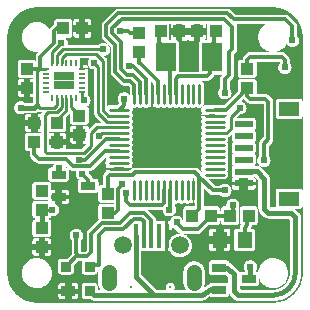
<source format=gtl>
G04 ---------------------------- Layer name :TOP LAYER*
G04 EasyEDA v5.6.15, Thu, 26 Jul 2018 23:13:41 GMT*
G04 a350aba4d1a84c778ca10979b53d7052*
G04 Gerber Generator version 0.2*
G04 Scale: 100 percent, Rotated: No, Reflected: No *
G04 Dimensions in inches *
G04 leading zeros omitted , absolute positions ,2 integer and 4 decimal *
%FSLAX24Y24*%
%MOIN*%
G90*
G70D02*

%ADD10C,0.010000*%
%ADD11C,0.018000*%
%ADD12C,0.015000*%
%ADD13C,0.012000*%
%ADD14C,0.009000*%
%ADD15C,0.011024*%
%ADD16C,0.024400*%
%ADD17R,0.049213X0.027559*%
%ADD18R,0.039370X0.043307*%
%ADD19R,0.043307X0.039370*%
%ADD20R,0.051200X0.055100*%
%ADD21R,0.066929X0.094490*%
%ADD22R,0.021654X0.007874*%
%ADD23R,0.007874X0.021654*%
%ADD24R,0.034449X0.031496*%
%ADD25R,0.033000X0.033000*%
%ADD26R,0.047000X0.033000*%
%ADD27R,0.017717X0.078740*%
%ADD28R,0.059055X0.023600*%
%ADD29R,0.070866X0.047200*%
%ADD30C,0.059055*%
%ADD31C,0.051181*%

%LPD*%
G36*
G01X984Y0D02*
G01X984Y0D01*
G01X981Y0D01*
G01X953Y0D01*
G01X925Y2D01*
G01X897Y4D01*
G01X869Y7D01*
G01X841Y10D01*
G01X813Y15D01*
G01X786Y20D01*
G01X759Y26D01*
G01X731Y33D01*
G01X704Y41D01*
G01X677Y49D01*
G01X651Y58D01*
G01X625Y68D01*
G01X599Y78D01*
G01X573Y90D01*
G01X548Y102D01*
G01X523Y115D01*
G01X498Y128D01*
G01X474Y142D01*
G01X450Y157D01*
G01X427Y173D01*
G01X404Y189D01*
G01X381Y206D01*
G01X359Y223D01*
G01X338Y241D01*
G01X317Y260D01*
G01X297Y279D01*
G01X277Y299D01*
G01X258Y320D01*
G01X239Y341D01*
G01X221Y362D01*
G01X204Y384D01*
G01X187Y407D01*
G01X171Y430D01*
G01X155Y453D01*
G01X140Y477D01*
G01X126Y501D01*
G01X113Y526D01*
G01X100Y551D01*
G01X88Y576D01*
G01X77Y602D01*
G01X66Y628D01*
G01X57Y654D01*
G01X48Y681D01*
G01X39Y707D01*
G01X32Y734D01*
G01X25Y762D01*
G01X19Y789D01*
G01X14Y817D01*
G01X9Y844D01*
G01X6Y872D01*
G01X3Y900D01*
G01X1Y928D01*
G01X0Y956D01*
G01X0Y984D01*
G01X0Y8861D01*
G01X0Y8889D01*
G01X1Y8917D01*
G01X3Y8945D01*
G01X6Y8973D01*
G01X10Y9001D01*
G01X14Y9029D01*
G01X20Y9056D01*
G01X26Y9083D01*
G01X32Y9111D01*
G01X40Y9138D01*
G01X48Y9165D01*
G01X57Y9191D01*
G01X67Y9217D01*
G01X78Y9243D01*
G01X89Y9269D01*
G01X101Y9294D01*
G01X114Y9319D01*
G01X128Y9344D01*
G01X142Y9368D01*
G01X157Y9392D01*
G01X172Y9415D01*
G01X188Y9438D01*
G01X205Y9461D01*
G01X223Y9483D01*
G01X241Y9504D01*
G01X260Y9525D01*
G01X279Y9545D01*
G01X299Y9565D01*
G01X319Y9584D01*
G01X340Y9603D01*
G01X362Y9621D01*
G01X384Y9638D01*
G01X406Y9655D01*
G01X429Y9671D01*
G01X452Y9687D01*
G01X476Y9702D01*
G01X501Y9716D01*
G01X525Y9729D01*
G01X550Y9742D01*
G01X576Y9754D01*
G01X601Y9765D01*
G01X627Y9776D01*
G01X654Y9785D01*
G01X680Y9794D01*
G01X707Y9803D01*
G01X734Y9810D01*
G01X761Y9817D01*
G01X789Y9823D01*
G01X816Y9828D01*
G01X844Y9833D01*
G01X872Y9836D01*
G01X900Y9839D01*
G01X928Y9841D01*
G01X956Y9842D01*
G01X984Y9842D01*
G01X8861Y9842D01*
G01X8889Y9842D01*
G01X8917Y9841D01*
G01X8945Y9839D01*
G01X8973Y9836D01*
G01X9000Y9832D01*
G01X9028Y9828D01*
G01X9056Y9822D01*
G01X9083Y9816D01*
G01X9110Y9810D01*
G01X9137Y9802D01*
G01X9164Y9794D01*
G01X9191Y9785D01*
G01X9217Y9775D01*
G01X9243Y9764D01*
G01X9268Y9753D01*
G01X9294Y9741D01*
G01X9319Y9728D01*
G01X9343Y9714D01*
G01X9368Y9700D01*
G01X9391Y9685D01*
G01X9415Y9670D01*
G01X9438Y9654D01*
G01X9460Y9637D01*
G01X9482Y9619D01*
G01X9503Y9601D01*
G01X9524Y9582D01*
G01X9545Y9563D01*
G01X9565Y9543D01*
G01X9584Y9523D01*
G01X9602Y9502D01*
G01X9620Y9480D01*
G01X9638Y9458D01*
G01X9655Y9436D01*
G01X9671Y9413D01*
G01X9686Y9390D01*
G01X9701Y9366D01*
G01X9715Y9341D01*
G01X9729Y9317D01*
G01X9741Y9292D01*
G01X9753Y9266D01*
G01X9765Y9241D01*
G01X9775Y9215D01*
G01X9785Y9188D01*
G01X9794Y9162D01*
G01X9802Y9135D01*
G01X9810Y9108D01*
G01X9817Y9081D01*
G01X9822Y9053D01*
G01X9828Y9026D01*
G01X9832Y8998D01*
G01X9836Y8970D01*
G01X9838Y8942D01*
G01X9840Y8914D01*
G01X9842Y8886D01*
G01X9842Y8858D01*
G01X9843Y8858D01*
G01X9843Y6729D01*
G01X9841Y6733D01*
G01X9839Y6736D01*
G01X9837Y6740D01*
G01X9835Y6744D01*
G01X9833Y6747D01*
G01X9831Y6751D01*
G01X9828Y6754D01*
G01X9826Y6757D01*
G01X9823Y6760D01*
G01X9820Y6763D01*
G01X9817Y6766D01*
G01X9814Y6769D01*
G01X9811Y6771D01*
G01X9808Y6774D01*
G01X9804Y6776D01*
G01X9801Y6778D01*
G01X9797Y6780D01*
G01X9793Y6782D01*
G01X9790Y6784D01*
G01X9786Y6786D01*
G01X9782Y6787D01*
G01X9778Y6788D01*
G01X9774Y6789D01*
G01X9770Y6790D01*
G01X9766Y6791D01*
G01X9762Y6792D01*
G01X9758Y6792D01*
G01X9754Y6792D01*
G01X9750Y6792D01*
G01X9041Y6792D01*
G01X9037Y6792D01*
G01X9033Y6792D01*
G01X9029Y6792D01*
G01X9024Y6791D01*
G01X9020Y6790D01*
G01X9016Y6789D01*
G01X9012Y6788D01*
G01X9008Y6787D01*
G01X9005Y6786D01*
G01X9001Y6784D01*
G01X8997Y6782D01*
G01X8993Y6780D01*
G01X8990Y6778D01*
G01X8986Y6776D01*
G01X8983Y6774D01*
G01X8979Y6771D01*
G01X8976Y6769D01*
G01X8973Y6766D01*
G01X8970Y6763D01*
G01X8967Y6760D01*
G01X8965Y6757D01*
G01X8962Y6754D01*
G01X8960Y6751D01*
G01X8957Y6747D01*
G01X8955Y6744D01*
G01X8953Y6740D01*
G01X8951Y6736D01*
G01X8949Y6733D01*
G01X8948Y6729D01*
G01X8946Y6725D01*
G01X8945Y6721D01*
G01X8944Y6717D01*
G01X8943Y6713D01*
G01X8942Y6709D01*
G01X8942Y6705D01*
G01X8941Y6701D01*
G01X8941Y6697D01*
G01X8941Y6692D01*
G01X8941Y6220D01*
G01X8941Y6216D01*
G01X8941Y6212D01*
G01X8942Y6208D01*
G01X8942Y6204D01*
G01X8943Y6200D01*
G01X8944Y6196D01*
G01X8945Y6192D01*
G01X8946Y6188D01*
G01X8948Y6184D01*
G01X8949Y6180D01*
G01X8951Y6176D01*
G01X8953Y6173D01*
G01X8955Y6169D01*
G01X8957Y6165D01*
G01X8960Y6162D01*
G01X8962Y6159D01*
G01X8965Y6155D01*
G01X8967Y6152D01*
G01X8970Y6149D01*
G01X8973Y6147D01*
G01X8976Y6144D01*
G01X8979Y6141D01*
G01X8983Y6139D01*
G01X8986Y6136D01*
G01X8990Y6134D01*
G01X8993Y6132D01*
G01X8997Y6130D01*
G01X9001Y6129D01*
G01X9005Y6127D01*
G01X9008Y6126D01*
G01X9012Y6124D01*
G01X9016Y6123D01*
G01X9020Y6122D01*
G01X9024Y6121D01*
G01X9029Y6121D01*
G01X9033Y6120D01*
G01X9037Y6120D01*
G01X9041Y6120D01*
G01X9750Y6120D01*
G01X9754Y6120D01*
G01X9758Y6120D01*
G01X9762Y6121D01*
G01X9766Y6121D01*
G01X9770Y6122D01*
G01X9774Y6123D01*
G01X9778Y6124D01*
G01X9782Y6126D01*
G01X9786Y6127D01*
G01X9790Y6129D01*
G01X9793Y6130D01*
G01X9797Y6132D01*
G01X9801Y6134D01*
G01X9804Y6136D01*
G01X9808Y6139D01*
G01X9811Y6141D01*
G01X9814Y6144D01*
G01X9817Y6147D01*
G01X9820Y6149D01*
G01X9823Y6152D01*
G01X9826Y6155D01*
G01X9828Y6159D01*
G01X9831Y6162D01*
G01X9833Y6165D01*
G01X9835Y6169D01*
G01X9837Y6173D01*
G01X9839Y6176D01*
G01X9841Y6180D01*
G01X9843Y6183D01*
G01X9843Y3737D01*
G01X9841Y3740D01*
G01X9839Y3744D01*
G01X9837Y3748D01*
G01X9835Y3751D01*
G01X9833Y3755D01*
G01X9831Y3758D01*
G01X9828Y3762D01*
G01X9826Y3765D01*
G01X9823Y3768D01*
G01X9820Y3771D01*
G01X9817Y3774D01*
G01X9814Y3777D01*
G01X9811Y3779D01*
G01X9808Y3782D01*
G01X9804Y3784D01*
G01X9801Y3786D01*
G01X9797Y3788D01*
G01X9793Y3790D01*
G01X9790Y3792D01*
G01X9786Y3793D01*
G01X9782Y3795D01*
G01X9778Y3796D01*
G01X9774Y3797D01*
G01X9770Y3798D01*
G01X9766Y3799D01*
G01X9762Y3800D01*
G01X9758Y3800D01*
G01X9754Y3800D01*
G01X9750Y3800D01*
G01X9041Y3800D01*
G01X9037Y3800D01*
G01X9033Y3800D01*
G01X9028Y3800D01*
G01X9024Y3799D01*
G01X9020Y3798D01*
G01X9016Y3797D01*
G01X9012Y3796D01*
G01X9008Y3795D01*
G01X9004Y3793D01*
G01X9001Y3792D01*
G01X8997Y3790D01*
G01X8993Y3788D01*
G01X8990Y3786D01*
G01X8986Y3784D01*
G01X8983Y3782D01*
G01X8979Y3779D01*
G01X8976Y3777D01*
G01X8973Y3774D01*
G01X8970Y3771D01*
G01X8967Y3768D01*
G01X8964Y3765D01*
G01X8962Y3762D01*
G01X8959Y3758D01*
G01X8957Y3755D01*
G01X8955Y3751D01*
G01X8953Y3748D01*
G01X8951Y3744D01*
G01X8949Y3740D01*
G01X8948Y3737D01*
G01X8946Y3733D01*
G01X8945Y3729D01*
G01X8944Y3725D01*
G01X8943Y3721D01*
G01X8942Y3717D01*
G01X8942Y3713D01*
G01X8941Y3709D01*
G01X8941Y3704D01*
G01X8941Y3700D01*
G01X8941Y3228D01*
G01X8941Y3224D01*
G01X8941Y3220D01*
G01X8942Y3216D01*
G01X8942Y3212D01*
G01X8943Y3208D01*
G01X8944Y3204D01*
G01X8945Y3200D01*
G01X8946Y3196D01*
G01X8948Y3192D01*
G01X8949Y3188D01*
G01X8951Y3184D01*
G01X8952Y3182D01*
G01X8778Y3182D01*
G01X8750Y3211D01*
G01X8750Y4132D01*
G01X8749Y4138D01*
G01X8749Y4144D01*
G01X8749Y4150D01*
G01X8748Y4155D01*
G01X8747Y4161D01*
G01X8746Y4167D01*
G01X8745Y4172D01*
G01X8744Y4178D01*
G01X8743Y4184D01*
G01X8741Y4189D01*
G01X8739Y4194D01*
G01X8737Y4200D01*
G01X8735Y4205D01*
G01X8733Y4210D01*
G01X8730Y4216D01*
G01X8728Y4221D01*
G01X8725Y4226D01*
G01X8722Y4231D01*
G01X8719Y4236D01*
G01X8716Y4240D01*
G01X8713Y4245D01*
G01X8709Y4250D01*
G01X8705Y4254D01*
G01X8702Y4258D01*
G01X8698Y4263D01*
G01X8694Y4267D01*
G01X8454Y4507D01*
G01X8450Y4511D01*
G01X8445Y4515D01*
G01X8441Y4518D01*
G01X8437Y4522D01*
G01X8432Y4526D01*
G01X8427Y4529D01*
G01X8423Y4532D01*
G01X8418Y4535D01*
G01X8413Y4538D01*
G01X8408Y4541D01*
G01X8403Y4543D01*
G01X8397Y4546D01*
G01X8392Y4548D01*
G01X8387Y4550D01*
G01X8381Y4552D01*
G01X8376Y4554D01*
G01X8371Y4556D01*
G01X8365Y4557D01*
G01X8359Y4558D01*
G01X8354Y4559D01*
G01X8348Y4560D01*
G01X8342Y4561D01*
G01X8337Y4562D01*
G01X8331Y4562D01*
G01X8325Y4562D01*
G01X8319Y4562D01*
G01X8241Y4562D01*
G01X8239Y4564D01*
G01X8236Y4566D01*
G01X8236Y4566D01*
G01X8239Y4569D01*
G01X8243Y4572D01*
G01X8246Y4575D01*
G01X8248Y4578D01*
G01X8251Y4581D01*
G01X8254Y4584D01*
G01X8256Y4587D01*
G01X8259Y4591D01*
G01X8261Y4594D01*
G01X8263Y4598D01*
G01X8265Y4601D01*
G01X8266Y4605D01*
G01X8268Y4609D01*
G01X8269Y4613D01*
G01X8271Y4617D01*
G01X8272Y4621D01*
G01X8273Y4625D01*
G01X8273Y4629D01*
G01X8274Y4633D01*
G01X8274Y4637D01*
G01X8275Y4641D01*
G01X8275Y4645D01*
G01X8275Y4881D01*
G01X8275Y4886D01*
G01X8274Y4890D01*
G01X8274Y4894D01*
G01X8273Y4898D01*
G01X8273Y4902D01*
G01X8272Y4906D01*
G01X8271Y4910D01*
G01X8269Y4914D01*
G01X8268Y4918D01*
G01X8266Y4922D01*
G01X8265Y4925D01*
G01X8263Y4929D01*
G01X8261Y4933D01*
G01X8259Y4936D01*
G01X8256Y4940D01*
G01X8254Y4943D01*
G01X8251Y4946D01*
G01X8248Y4949D01*
G01X8246Y4952D01*
G01X8243Y4955D01*
G01X8239Y4958D01*
G01X8237Y4960D01*
G01X8239Y4962D01*
G01X8242Y4965D01*
G01X8245Y4968D01*
G01X8248Y4971D01*
G01X8251Y4974D01*
G01X8253Y4977D01*
G01X8256Y4980D01*
G01X8258Y4984D01*
G01X8260Y4987D01*
G01X8262Y4991D01*
G01X8264Y4995D01*
G01X8266Y4998D01*
G01X8268Y5002D01*
G01X8269Y5006D01*
G01X8270Y5010D01*
G01X8271Y5014D01*
G01X8272Y5018D01*
G01X8273Y5022D01*
G01X8274Y5026D01*
G01X8274Y5030D01*
G01X8274Y5034D01*
G01X8275Y5038D01*
G01X8275Y5275D01*
G01X8274Y5280D01*
G01X8274Y5284D01*
G01X8274Y5288D01*
G01X8273Y5292D01*
G01X8272Y5296D01*
G01X8271Y5300D01*
G01X8270Y5304D01*
G01X8269Y5308D01*
G01X8268Y5312D01*
G01X8266Y5316D01*
G01X8264Y5319D01*
G01X8262Y5323D01*
G01X8260Y5327D01*
G01X8258Y5330D01*
G01X8256Y5334D01*
G01X8253Y5337D01*
G01X8251Y5340D01*
G01X8248Y5343D01*
G01X8245Y5346D01*
G01X8242Y5349D01*
G01X8239Y5352D01*
G01X8236Y5354D01*
G01X8239Y5356D01*
G01X8243Y5359D01*
G01X8246Y5362D01*
G01X8248Y5365D01*
G01X8251Y5368D01*
G01X8254Y5371D01*
G01X8256Y5375D01*
G01X8259Y5378D01*
G01X8261Y5382D01*
G01X8263Y5385D01*
G01X8265Y5389D01*
G01X8266Y5393D01*
G01X8268Y5396D01*
G01X8269Y5400D01*
G01X8271Y5404D01*
G01X8272Y5408D01*
G01X8273Y5412D01*
G01X8273Y5416D01*
G01X8274Y5420D01*
G01X8274Y5425D01*
G01X8275Y5429D01*
G01X8275Y5433D01*
G01X8275Y5669D01*
G01X8275Y5673D01*
G01X8274Y5677D01*
G01X8274Y5681D01*
G01X8273Y5685D01*
G01X8273Y5689D01*
G01X8272Y5693D01*
G01X8271Y5697D01*
G01X8269Y5701D01*
G01X8268Y5705D01*
G01X8266Y5709D01*
G01X8265Y5713D01*
G01X8263Y5716D01*
G01X8261Y5720D01*
G01X8259Y5723D01*
G01X8256Y5727D01*
G01X8254Y5730D01*
G01X8251Y5733D01*
G01X8248Y5737D01*
G01X8246Y5740D01*
G01X8243Y5742D01*
G01X8239Y5745D01*
G01X8236Y5748D01*
G01X8236Y5748D01*
G01X8239Y5750D01*
G01X8242Y5753D01*
G01X8245Y5756D01*
G01X8248Y5759D01*
G01X8251Y5762D01*
G01X8253Y5765D01*
G01X8256Y5768D01*
G01X8258Y5772D01*
G01X8260Y5775D01*
G01X8262Y5779D01*
G01X8264Y5783D01*
G01X8266Y5786D01*
G01X8268Y5790D01*
G01X8269Y5794D01*
G01X8270Y5798D01*
G01X8271Y5802D01*
G01X8272Y5806D01*
G01X8273Y5810D01*
G01X8274Y5814D01*
G01X8274Y5818D01*
G01X8274Y5822D01*
G01X8275Y5826D01*
G01X8275Y6062D01*
G01X8274Y6067D01*
G01X8274Y6071D01*
G01X8274Y6075D01*
G01X8273Y6079D01*
G01X8272Y6083D01*
G01X8271Y6087D01*
G01X8270Y6091D01*
G01X8269Y6095D01*
G01X8268Y6099D01*
G01X8266Y6103D01*
G01X8264Y6106D01*
G01X8262Y6110D01*
G01X8260Y6114D01*
G01X8258Y6117D01*
G01X8256Y6121D01*
G01X8253Y6124D01*
G01X8251Y6127D01*
G01X8248Y6130D01*
G01X8245Y6133D01*
G01X8242Y6136D01*
G01X8239Y6139D01*
G01X8236Y6141D01*
G01X8233Y6144D01*
G01X8229Y6146D01*
G01X8226Y6148D01*
G01X8222Y6150D01*
G01X8218Y6152D01*
G01X8215Y6154D01*
G01X8211Y6156D01*
G01X8207Y6157D01*
G01X8203Y6158D01*
G01X8199Y6159D01*
G01X8195Y6160D01*
G01X8191Y6161D01*
G01X8187Y6162D01*
G01X8183Y6162D01*
G01X8179Y6162D01*
G01X8175Y6162D01*
G01X7897Y6162D01*
G01X7886Y6164D01*
G01X7864Y6164D01*
G01X7842Y6163D01*
G01X7840Y6162D01*
G01X7632Y6162D01*
G01X7740Y6271D01*
G01X7744Y6271D01*
G01X7766Y6271D01*
G01X7788Y6274D01*
G01X7810Y6279D01*
G01X7831Y6286D01*
G01X7851Y6295D01*
G01X7870Y6306D01*
G01X7888Y6319D01*
G01X7905Y6334D01*
G01X7920Y6350D01*
G01X7933Y6367D01*
G01X7944Y6386D01*
G01X7954Y6406D01*
G01X7962Y6427D01*
G01X7967Y6449D01*
G01X7970Y6470D01*
G01X7971Y6492D01*
G01X7970Y6515D01*
G01X7967Y6536D01*
G01X7962Y6558D01*
G01X7954Y6579D01*
G01X7944Y6599D01*
G01X7933Y6618D01*
G01X7920Y6635D01*
G01X7905Y6651D01*
G01X7888Y6666D01*
G01X7870Y6679D01*
G01X7851Y6690D01*
G01X7831Y6699D01*
G01X7810Y6706D01*
G01X7793Y6710D01*
G01X7875Y6792D01*
G01X7878Y6788D01*
G01X7882Y6784D01*
G01X7886Y6780D01*
G01X7986Y6679D01*
G01X7990Y6676D01*
G01X7994Y6672D01*
G01X7999Y6668D01*
G01X8003Y6665D01*
G01X8007Y6662D01*
G01X8012Y6659D01*
G01X8016Y6656D01*
G01X8021Y6653D01*
G01X8026Y6650D01*
G01X8031Y6648D01*
G01X8036Y6646D01*
G01X8041Y6644D01*
G01X8046Y6642D01*
G01X8051Y6640D01*
G01X8056Y6638D01*
G01X8062Y6637D01*
G01X8067Y6636D01*
G01X8072Y6635D01*
G01X8078Y6634D01*
G01X8083Y6633D01*
G01X8089Y6633D01*
G01X8094Y6633D01*
G01X8100Y6632D01*
G01X8533Y6632D01*
G01X8540Y6626D01*
G01X8540Y5509D01*
G01X8436Y5406D01*
G01X8433Y5402D01*
G01X8429Y5398D01*
G01X8425Y5393D01*
G01X8422Y5389D01*
G01X8419Y5385D01*
G01X8416Y5380D01*
G01X8413Y5376D01*
G01X8410Y5371D01*
G01X8407Y5366D01*
G01X8405Y5361D01*
G01X8403Y5356D01*
G01X8401Y5351D01*
G01X8399Y5346D01*
G01X8397Y5341D01*
G01X8395Y5336D01*
G01X8394Y5330D01*
G01X8393Y5325D01*
G01X8392Y5320D01*
G01X8391Y5314D01*
G01X8390Y5309D01*
G01X8390Y5303D01*
G01X8390Y5298D01*
G01X8390Y5292D01*
G01X8390Y4896D01*
G01X8387Y4894D01*
G01X8373Y4877D01*
G01X8360Y4858D01*
G01X8349Y4839D01*
G01X8341Y4818D01*
G01X8334Y4797D01*
G01X8330Y4776D01*
G01X8328Y4754D01*
G01X8328Y4731D01*
G01X8330Y4709D01*
G01X8334Y4688D01*
G01X8341Y4667D01*
G01X8349Y4646D01*
G01X8360Y4627D01*
G01X8373Y4608D01*
G01X8387Y4591D01*
G01X8403Y4576D01*
G01X8420Y4562D01*
G01X8438Y4550D01*
G01X8458Y4540D01*
G01X8479Y4532D01*
G01X8500Y4526D01*
G01X8522Y4522D01*
G01X8544Y4521D01*
G01X8566Y4521D01*
G01X8588Y4524D01*
G01X8610Y4529D01*
G01X8631Y4536D01*
G01X8651Y4545D01*
G01X8670Y4556D01*
G01X8688Y4569D01*
G01X8705Y4584D01*
G01X8720Y4600D01*
G01X8733Y4617D01*
G01X8744Y4636D01*
G01X8754Y4656D01*
G01X8762Y4677D01*
G01X8767Y4699D01*
G01X8770Y4720D01*
G01X8771Y4742D01*
G01X8770Y4765D01*
G01X8767Y4786D01*
G01X8762Y4808D01*
G01X8754Y4829D01*
G01X8744Y4849D01*
G01X8733Y4868D01*
G01X8720Y4885D01*
G01X8709Y4896D01*
G01X8709Y5226D01*
G01X8813Y5329D01*
G01X8816Y5333D01*
G01X8820Y5337D01*
G01X8824Y5342D01*
G01X8827Y5346D01*
G01X8830Y5350D01*
G01X8833Y5355D01*
G01X8836Y5359D01*
G01X8839Y5364D01*
G01X8842Y5369D01*
G01X8844Y5374D01*
G01X8846Y5379D01*
G01X8848Y5384D01*
G01X8850Y5389D01*
G01X8852Y5394D01*
G01X8854Y5399D01*
G01X8855Y5405D01*
G01X8856Y5410D01*
G01X8857Y5415D01*
G01X8858Y5421D01*
G01X8859Y5426D01*
G01X8859Y5432D01*
G01X8859Y5437D01*
G01X8859Y5442D01*
G01X8859Y6692D01*
G01X8859Y6698D01*
G01X8859Y6703D01*
G01X8859Y6709D01*
G01X8858Y6714D01*
G01X8857Y6720D01*
G01X8856Y6725D01*
G01X8855Y6730D01*
G01X8854Y6736D01*
G01X8852Y6741D01*
G01X8850Y6746D01*
G01X8848Y6751D01*
G01X8846Y6756D01*
G01X8844Y6761D01*
G01X8842Y6766D01*
G01X8839Y6771D01*
G01X8836Y6776D01*
G01X8833Y6780D01*
G01X8830Y6785D01*
G01X8827Y6789D01*
G01X8824Y6793D01*
G01X8820Y6798D01*
G01X8816Y6802D01*
G01X8813Y6806D01*
G01X8713Y6906D01*
G01X8709Y6909D01*
G01X8705Y6913D01*
G01X8700Y6917D01*
G01X8696Y6920D01*
G01X8692Y6923D01*
G01X8687Y6926D01*
G01X8683Y6929D01*
G01X8678Y6932D01*
G01X8673Y6935D01*
G01X8668Y6937D01*
G01X8663Y6939D01*
G01X8658Y6941D01*
G01X8653Y6943D01*
G01X8648Y6945D01*
G01X8643Y6947D01*
G01X8637Y6948D01*
G01X8632Y6949D01*
G01X8627Y6950D01*
G01X8621Y6951D01*
G01X8616Y6952D01*
G01X8610Y6952D01*
G01X8605Y6952D01*
G01X8600Y6952D01*
G01X8315Y6952D01*
G01X8315Y6955D01*
G01X8315Y6959D01*
G01X8315Y7353D01*
G01X8315Y7358D01*
G01X8315Y7362D01*
G01X8315Y7366D01*
G01X8314Y7370D01*
G01X8313Y7374D01*
G01X8312Y7378D01*
G01X8311Y7382D01*
G01X8310Y7386D01*
G01X8309Y7390D01*
G01X8307Y7394D01*
G01X8305Y7397D01*
G01X8303Y7401D01*
G01X8301Y7405D01*
G01X8299Y7408D01*
G01X8297Y7412D01*
G01X8294Y7415D01*
G01X8292Y7418D01*
G01X8289Y7421D01*
G01X8286Y7424D01*
G01X8283Y7427D01*
G01X8280Y7430D01*
G01X8277Y7432D01*
G01X8274Y7435D01*
G01X8270Y7437D01*
G01X8267Y7439D01*
G01X8263Y7441D01*
G01X8259Y7443D01*
G01X8256Y7445D01*
G01X8252Y7447D01*
G01X8248Y7448D01*
G01X8244Y7449D01*
G01X8240Y7450D01*
G01X8236Y7451D01*
G01X8232Y7452D01*
G01X8228Y7453D01*
G01X8224Y7453D01*
G01X8220Y7453D01*
G01X8215Y7453D01*
G01X7782Y7453D01*
G01X7778Y7453D01*
G01X7774Y7453D01*
G01X7770Y7453D01*
G01X7766Y7452D01*
G01X7762Y7451D01*
G01X7758Y7450D01*
G01X7754Y7449D01*
G01X7750Y7448D01*
G01X7746Y7447D01*
G01X7742Y7445D01*
G01X7739Y7443D01*
G01X7735Y7441D01*
G01X7731Y7439D01*
G01X7728Y7437D01*
G01X7724Y7435D01*
G01X7721Y7432D01*
G01X7718Y7430D01*
G01X7715Y7427D01*
G01X7712Y7424D01*
G01X7709Y7421D01*
G01X7706Y7418D01*
G01X7704Y7415D01*
G01X7701Y7412D01*
G01X7699Y7408D01*
G01X7697Y7405D01*
G01X7695Y7401D01*
G01X7693Y7397D01*
G01X7691Y7394D01*
G01X7689Y7390D01*
G01X7688Y7386D01*
G01X7687Y7382D01*
G01X7686Y7378D01*
G01X7685Y7374D01*
G01X7684Y7370D01*
G01X7683Y7366D01*
G01X7683Y7362D01*
G01X7683Y7358D01*
G01X7682Y7353D01*
G01X7682Y7056D01*
G01X7682Y7056D01*
G01X7680Y7051D01*
G01X7679Y7048D01*
G01X7221Y6590D01*
G01X6912Y6590D01*
G01X6904Y6590D01*
G01X6896Y6590D01*
G01X6888Y6589D01*
G01X6880Y6587D01*
G01X6873Y6586D01*
G01X6612Y6586D01*
G01X6609Y6586D01*
G01X6606Y6586D01*
G01X6601Y6585D01*
G01X6598Y6585D01*
G01X6592Y6585D01*
G01X6589Y6584D01*
G01X6584Y6583D01*
G01X6581Y6583D01*
G01X6575Y6581D01*
G01X6572Y6581D01*
G01X6567Y6579D01*
G01X6564Y6578D01*
G01X6559Y6577D01*
G01X6556Y6575D01*
G01X6551Y6573D01*
G01X6548Y6572D01*
G01X6543Y6570D01*
G01X6541Y6568D01*
G01X6536Y6566D01*
G01X6533Y6564D01*
G01X6533Y6564D01*
G01X6533Y6564D01*
G01X6535Y6567D01*
G01X6537Y6572D01*
G01X6539Y6575D01*
G01X6541Y6580D01*
G01X6542Y6582D01*
G01X6544Y6588D01*
G01X6545Y6590D01*
G01X6547Y6595D01*
G01X6548Y6598D01*
G01X6549Y6604D01*
G01X6550Y6607D01*
G01X6551Y6612D01*
G01X6552Y6615D01*
G01X6553Y6620D01*
G01X6553Y6623D01*
G01X6554Y6629D01*
G01X6554Y6632D01*
G01X6555Y6638D01*
G01X6555Y6641D01*
G01X6555Y6643D01*
G01X6555Y7242D01*
G01X6555Y7244D01*
G01X6555Y7247D01*
G01X6554Y7253D01*
G01X6554Y7256D01*
G01X6553Y7262D01*
G01X6553Y7265D01*
G01X6552Y7270D01*
G01X6551Y7273D01*
G01X6550Y7278D01*
G01X6549Y7281D01*
G01X6548Y7287D01*
G01X6547Y7290D01*
G01X6545Y7295D01*
G01X6544Y7297D01*
G01X6542Y7303D01*
G01X6541Y7305D01*
G01X6539Y7310D01*
G01X6537Y7313D01*
G01X6535Y7318D01*
G01X6533Y7321D01*
G01X6530Y7325D01*
G01X6529Y7328D01*
G01X6525Y7332D01*
G01X6524Y7335D01*
G01X6520Y7339D01*
G01X6518Y7342D01*
G01X6515Y7346D01*
G01X6512Y7348D01*
G01X6509Y7352D01*
G01X6507Y7354D01*
G01X6503Y7358D01*
G01X6500Y7360D01*
G01X6496Y7363D01*
G01X6493Y7365D01*
G01X6489Y7368D01*
G01X6487Y7370D01*
G01X6482Y7373D01*
G01X6480Y7375D01*
G01X6475Y7377D01*
G01X6472Y7379D01*
G01X6467Y7381D01*
G01X6465Y7382D01*
G01X6650Y7382D01*
G01X6655Y7383D01*
G01X6660Y7383D01*
G01X6666Y7383D01*
G01X6671Y7384D01*
G01X6677Y7385D01*
G01X6682Y7386D01*
G01X6687Y7387D01*
G01X6693Y7388D01*
G01X6698Y7390D01*
G01X6703Y7392D01*
G01X6708Y7394D01*
G01X6713Y7396D01*
G01X6718Y7398D01*
G01X6723Y7400D01*
G01X6728Y7403D01*
G01X6733Y7406D01*
G01X6737Y7409D01*
G01X6742Y7412D01*
G01X6746Y7415D01*
G01X6750Y7418D01*
G01X6755Y7422D01*
G01X6759Y7426D01*
G01X6763Y7429D01*
G01X6863Y7529D01*
G01X6866Y7533D01*
G01X6870Y7537D01*
G01X6874Y7542D01*
G01X6877Y7546D01*
G01X6880Y7550D01*
G01X6883Y7555D01*
G01X6886Y7559D01*
G01X6889Y7564D01*
G01X6892Y7569D01*
G01X6894Y7574D01*
G01X6896Y7579D01*
G01X6898Y7584D01*
G01X6900Y7589D01*
G01X6902Y7594D01*
G01X6904Y7599D01*
G01X6904Y7600D01*
G01X7157Y7600D01*
G01X7161Y7601D01*
G01X7165Y7601D01*
G01X7169Y7601D01*
G01X7173Y7602D01*
G01X7177Y7603D01*
G01X7181Y7604D01*
G01X7185Y7605D01*
G01X7186Y7605D01*
G01X7136Y7556D01*
G01X7133Y7552D01*
G01X7129Y7548D01*
G01X7125Y7543D01*
G01X7122Y7539D01*
G01X7119Y7535D01*
G01X7116Y7530D01*
G01X7113Y7526D01*
G01X7110Y7521D01*
G01X7107Y7516D01*
G01X7105Y7511D01*
G01X7103Y7506D01*
G01X7101Y7501D01*
G01X7099Y7496D01*
G01X7097Y7491D01*
G01X7095Y7486D01*
G01X7094Y7480D01*
G01X7093Y7475D01*
G01X7092Y7470D01*
G01X7091Y7464D01*
G01X7090Y7459D01*
G01X7090Y7453D01*
G01X7090Y7448D01*
G01X7090Y7442D01*
G01X7090Y7146D01*
G01X7087Y7144D01*
G01X7073Y7127D01*
G01X7060Y7108D01*
G01X7049Y7089D01*
G01X7041Y7068D01*
G01X7034Y7047D01*
G01X7030Y7026D01*
G01X7028Y7004D01*
G01X7028Y6981D01*
G01X7030Y6959D01*
G01X7034Y6938D01*
G01X7041Y6917D01*
G01X7049Y6896D01*
G01X7060Y6877D01*
G01X7073Y6858D01*
G01X7087Y6841D01*
G01X7103Y6826D01*
G01X7120Y6812D01*
G01X7138Y6800D01*
G01X7158Y6790D01*
G01X7179Y6782D01*
G01X7200Y6776D01*
G01X7222Y6772D01*
G01X7244Y6771D01*
G01X7266Y6771D01*
G01X7288Y6774D01*
G01X7310Y6779D01*
G01X7331Y6786D01*
G01X7351Y6795D01*
G01X7370Y6806D01*
G01X7388Y6819D01*
G01X7405Y6834D01*
G01X7420Y6850D01*
G01X7433Y6867D01*
G01X7444Y6886D01*
G01X7454Y6906D01*
G01X7462Y6927D01*
G01X7467Y6949D01*
G01X7470Y6970D01*
G01X7471Y6992D01*
G01X7470Y7015D01*
G01X7467Y7036D01*
G01X7462Y7058D01*
G01X7454Y7079D01*
G01X7444Y7099D01*
G01X7433Y7118D01*
G01X7420Y7135D01*
G01X7409Y7146D01*
G01X7409Y7376D01*
G01X7513Y7479D01*
G01X7515Y7482D01*
G01X7517Y7484D01*
G01X7517Y7484D01*
G01X7518Y7485D01*
G01X7520Y7487D01*
G01X7522Y7490D01*
G01X7523Y7490D01*
G01X7523Y7491D01*
G01X7525Y7494D01*
G01X7527Y7496D01*
G01X7528Y7497D01*
G01X7528Y7497D01*
G01X7530Y7500D01*
G01X7532Y7502D01*
G01X7532Y7503D01*
G01X7533Y7504D01*
G01X7534Y7506D01*
G01X7536Y7509D01*
G01X7537Y7510D01*
G01X7537Y7511D01*
G01X7538Y7513D01*
G01X7540Y7516D01*
G01X7541Y7517D01*
G01X7541Y7518D01*
G01X7542Y7521D01*
G01X7544Y7523D01*
G01X7544Y7524D01*
G01X7545Y7525D01*
G01X7546Y7527D01*
G01X7547Y7530D01*
G01X7547Y7531D01*
G01X7548Y7532D01*
G01X7549Y7535D01*
G01X7550Y7538D01*
G01X7550Y7539D01*
G01X7551Y7540D01*
G01X7552Y7543D01*
G01X7552Y7545D01*
G01X7553Y7546D01*
G01X7553Y7547D01*
G01X7554Y7551D01*
G01X7555Y7553D01*
G01X7555Y7554D01*
G01X7555Y7555D01*
G01X7556Y7558D01*
G01X7556Y7561D01*
G01X7557Y7562D01*
G01X7557Y7563D01*
G01X7557Y7566D01*
G01X7558Y7569D01*
G01X7558Y7570D01*
G01X7558Y7571D01*
G01X7558Y7574D01*
G01X7559Y7577D01*
G01X7559Y7577D01*
G01X7559Y7579D01*
G01X7559Y7582D01*
G01X7559Y7585D01*
G01X7559Y7585D01*
G01X7559Y7587D01*
G01X7559Y7590D01*
G01X7559Y7592D01*
G01X7559Y8276D01*
G01X7613Y8329D01*
G01X7616Y8333D01*
G01X7620Y8337D01*
G01X7624Y8342D01*
G01X7627Y8346D01*
G01X7630Y8350D01*
G01X7633Y8355D01*
G01X7636Y8359D01*
G01X7639Y8364D01*
G01X7642Y8369D01*
G01X7644Y8374D01*
G01X7646Y8379D01*
G01X7648Y8384D01*
G01X7650Y8389D01*
G01X7652Y8394D01*
G01X7654Y8399D01*
G01X7655Y8405D01*
G01X7656Y8410D01*
G01X7657Y8415D01*
G01X7658Y8421D01*
G01X7659Y8426D01*
G01X7659Y8432D01*
G01X7659Y8437D01*
G01X7659Y8442D01*
G01X7659Y9192D01*
G01X7659Y9198D01*
G01X7659Y9203D01*
G01X7659Y9209D01*
G01X7658Y9214D01*
G01X7657Y9220D01*
G01X7656Y9225D01*
G01X7655Y9230D01*
G01X7654Y9236D01*
G01X7652Y9241D01*
G01X7650Y9246D01*
G01X7648Y9251D01*
G01X7646Y9256D01*
G01X7644Y9261D01*
G01X7642Y9266D01*
G01X7639Y9271D01*
G01X7636Y9276D01*
G01X7633Y9280D01*
G01X7632Y9282D01*
G01X8596Y9282D01*
G01X8567Y9264D01*
G01X8528Y9232D01*
G01X8492Y9198D01*
G01X8460Y9159D01*
G01X8432Y9118D01*
G01X8408Y9075D01*
G01X8389Y9029D01*
G01X8374Y8981D01*
G01X8364Y8932D01*
G01X8359Y8883D01*
G01X8359Y8833D01*
G01X8364Y8783D01*
G01X8374Y8734D01*
G01X8389Y8687D01*
G01X8408Y8641D01*
G01X8432Y8597D01*
G01X8460Y8556D01*
G01X8492Y8518D01*
G01X8528Y8483D01*
G01X8567Y8452D01*
G01X8609Y8425D01*
G01X8653Y8402D01*
G01X8699Y8384D01*
G01X8747Y8370D01*
G01X8796Y8361D01*
G01X8846Y8358D01*
G01X8896Y8359D01*
G01X8945Y8365D01*
G01X8994Y8376D01*
G01X9041Y8392D01*
G01X9087Y8413D01*
G01X9130Y8438D01*
G01X9170Y8467D01*
G01X9208Y8500D01*
G01X9242Y8536D01*
G01X9272Y8576D01*
G01X9298Y8618D01*
G01X9306Y8635D01*
G01X9310Y8627D01*
G01X9323Y8608D01*
G01X9337Y8591D01*
G01X9353Y8576D01*
G01X9370Y8562D01*
G01X9388Y8550D01*
G01X9408Y8540D01*
G01X9429Y8532D01*
G01X9450Y8526D01*
G01X9472Y8522D01*
G01X9494Y8521D01*
G01X9516Y8521D01*
G01X9538Y8524D01*
G01X9560Y8529D01*
G01X9581Y8536D01*
G01X9601Y8545D01*
G01X9620Y8556D01*
G01X9638Y8569D01*
G01X9655Y8584D01*
G01X9670Y8600D01*
G01X9683Y8617D01*
G01X9694Y8636D01*
G01X9704Y8656D01*
G01X9712Y8677D01*
G01X9717Y8699D01*
G01X9720Y8720D01*
G01X9722Y8742D01*
G01X9720Y8765D01*
G01X9717Y8786D01*
G01X9712Y8808D01*
G01X9704Y8829D01*
G01X9694Y8849D01*
G01X9683Y8868D01*
G01X9670Y8885D01*
G01X9660Y8896D01*
G01X9660Y9221D01*
G01X9659Y9226D01*
G01X9659Y9231D01*
G01X9659Y9237D01*
G01X9658Y9242D01*
G01X9657Y9248D01*
G01X9656Y9253D01*
G01X9655Y9258D01*
G01X9654Y9264D01*
G01X9652Y9269D01*
G01X9650Y9274D01*
G01X9648Y9279D01*
G01X9646Y9284D01*
G01X9644Y9289D01*
G01X9642Y9294D01*
G01X9639Y9299D01*
G01X9636Y9304D01*
G01X9633Y9308D01*
G01X9630Y9313D01*
G01X9627Y9317D01*
G01X9624Y9322D01*
G01X9620Y9326D01*
G01X9616Y9330D01*
G01X9613Y9334D01*
G01X9609Y9337D01*
G01X9371Y9559D01*
G01X9367Y9563D01*
G01X9362Y9567D01*
G01X9358Y9570D01*
G01X9354Y9573D01*
G01X9349Y9576D01*
G01X9345Y9579D01*
G01X9340Y9582D01*
G01X9335Y9585D01*
G01X9330Y9587D01*
G01X9325Y9589D01*
G01X9320Y9591D01*
G01X9315Y9593D01*
G01X9310Y9595D01*
G01X9305Y9597D01*
G01X9299Y9598D01*
G01X9294Y9599D01*
G01X9289Y9600D01*
G01X9283Y9601D01*
G01X9278Y9602D01*
G01X9272Y9602D01*
G01X9267Y9602D01*
G01X9261Y9602D01*
G01X7622Y9602D01*
G01X7443Y9762D01*
G01X7439Y9765D01*
G01X7435Y9769D01*
G01X7431Y9772D01*
G01X7426Y9775D01*
G01X7422Y9778D01*
G01X7417Y9781D01*
G01X7413Y9783D01*
G01X7408Y9786D01*
G01X7403Y9788D01*
G01X7398Y9790D01*
G01X7394Y9792D01*
G01X7389Y9794D01*
G01X7384Y9795D01*
G01X7378Y9797D01*
G01X7373Y9798D01*
G01X7368Y9799D01*
G01X7363Y9800D01*
G01X7358Y9801D01*
G01X7352Y9802D01*
G01X7347Y9802D01*
G01X7342Y9802D01*
G01X7336Y9802D01*
G01X3700Y9802D01*
G01X3694Y9802D01*
G01X3689Y9802D01*
G01X3683Y9802D01*
G01X3678Y9801D01*
G01X3672Y9800D01*
G01X3667Y9799D01*
G01X3662Y9798D01*
G01X3656Y9797D01*
G01X3651Y9795D01*
G01X3646Y9793D01*
G01X3641Y9791D01*
G01X3636Y9789D01*
G01X3631Y9787D01*
G01X3626Y9785D01*
G01X3621Y9782D01*
G01X3616Y9779D01*
G01X3612Y9776D01*
G01X3607Y9773D01*
G01X3603Y9770D01*
G01X3599Y9767D01*
G01X3594Y9763D01*
G01X3590Y9759D01*
G01X3586Y9756D01*
G01X3186Y9356D01*
G01X3183Y9352D01*
G01X3179Y9348D01*
G01X3175Y9343D01*
G01X3172Y9339D01*
G01X3169Y9335D01*
G01X3166Y9330D01*
G01X3163Y9326D01*
G01X3160Y9321D01*
G01X3157Y9316D01*
G01X3155Y9311D01*
G01X3153Y9306D01*
G01X3151Y9301D01*
G01X3149Y9296D01*
G01X3147Y9291D01*
G01X3145Y9286D01*
G01X3144Y9280D01*
G01X3143Y9275D01*
G01X3142Y9270D01*
G01X3141Y9264D01*
G01X3140Y9259D01*
G01X3140Y9253D01*
G01X3140Y9248D01*
G01X3140Y9242D01*
G01X3140Y8892D01*
G01X3140Y8887D01*
G01X3140Y8882D01*
G01X3140Y8876D01*
G01X3141Y8871D01*
G01X3142Y8865D01*
G01X3143Y8860D01*
G01X3144Y8855D01*
G01X3145Y8849D01*
G01X3147Y8844D01*
G01X3149Y8839D01*
G01X3151Y8834D01*
G01X3153Y8829D01*
G01X3155Y8824D01*
G01X3157Y8819D01*
G01X3160Y8814D01*
G01X3163Y8809D01*
G01X3166Y8805D01*
G01X3169Y8800D01*
G01X3172Y8796D01*
G01X3175Y8792D01*
G01X3179Y8787D01*
G01X3183Y8783D01*
G01X3186Y8779D01*
G01X3440Y8526D01*
G01X3440Y7692D01*
G01X3440Y7687D01*
G01X3440Y7682D01*
G01X3440Y7676D01*
G01X3441Y7671D01*
G01X3442Y7665D01*
G01X3443Y7660D01*
G01X3444Y7655D01*
G01X3445Y7649D01*
G01X3447Y7644D01*
G01X3449Y7639D01*
G01X3451Y7634D01*
G01X3453Y7629D01*
G01X3455Y7624D01*
G01X3457Y7619D01*
G01X3460Y7614D01*
G01X3463Y7609D01*
G01X3466Y7605D01*
G01X3469Y7600D01*
G01X3472Y7596D01*
G01X3475Y7592D01*
G01X3479Y7587D01*
G01X3483Y7583D01*
G01X3486Y7579D01*
G01X3786Y7279D01*
G01X3790Y7276D01*
G01X3794Y7272D01*
G01X3799Y7268D01*
G01X3803Y7265D01*
G01X3807Y7262D01*
G01X3812Y7259D01*
G01X3816Y7256D01*
G01X3821Y7253D01*
G01X3826Y7250D01*
G01X3831Y7248D01*
G01X3836Y7246D01*
G01X3841Y7244D01*
G01X3846Y7242D01*
G01X3851Y7240D01*
G01X3856Y7238D01*
G01X3862Y7237D01*
G01X3867Y7236D01*
G01X3872Y7235D01*
G01X3878Y7234D01*
G01X3883Y7233D01*
G01X3889Y7233D01*
G01X3894Y7233D01*
G01X3900Y7232D01*
G01X4033Y7232D01*
G01X4075Y7191D01*
G01X4075Y6942D01*
G01X4075Y6935D01*
G01X4075Y6928D01*
G01X4070Y6935D01*
G01X4055Y6951D01*
G01X4038Y6966D01*
G01X4020Y6979D01*
G01X4001Y6990D01*
G01X3981Y6999D01*
G01X3960Y7006D01*
G01X3938Y7011D01*
G01X3916Y7014D01*
G01X3894Y7014D01*
G01X3872Y7013D01*
G01X3850Y7009D01*
G01X3829Y7003D01*
G01X3808Y6995D01*
G01X3788Y6985D01*
G01X3770Y6973D01*
G01X3753Y6959D01*
G01X3737Y6944D01*
G01X3723Y6927D01*
G01X3710Y6908D01*
G01X3699Y6889D01*
G01X3691Y6868D01*
G01X3684Y6847D01*
G01X3680Y6826D01*
G01X3678Y6804D01*
G01X3678Y6781D01*
G01X3680Y6759D01*
G01X3684Y6738D01*
G01X3691Y6717D01*
G01X3699Y6696D01*
G01X3710Y6677D01*
G01X3723Y6658D01*
G01X3730Y6649D01*
G01X3667Y6586D01*
G01X3423Y6586D01*
G01X3420Y6586D01*
G01X3417Y6586D01*
G01X3412Y6585D01*
G01X3409Y6585D01*
G01X3403Y6585D01*
G01X3400Y6584D01*
G01X3395Y6583D01*
G01X3392Y6583D01*
G01X3386Y6581D01*
G01X3383Y6581D01*
G01X3378Y6579D01*
G01X3375Y6578D01*
G01X3370Y6577D01*
G01X3367Y6575D01*
G01X3362Y6573D01*
G01X3359Y6572D01*
G01X3354Y6570D01*
G01X3352Y6568D01*
G01X3347Y6566D01*
G01X3344Y6564D01*
G01X3340Y6561D01*
G01X3337Y6560D01*
G01X3334Y6558D01*
G01X3334Y8052D01*
G01X3334Y8058D01*
G01X3334Y8063D01*
G01X3334Y8068D01*
G01X3333Y8073D01*
G01X3332Y8078D01*
G01X3331Y8083D01*
G01X3330Y8088D01*
G01X3329Y8093D01*
G01X3327Y8098D01*
G01X3325Y8103D01*
G01X3323Y8108D01*
G01X3321Y8113D01*
G01X3319Y8117D01*
G01X3317Y8122D01*
G01X3314Y8126D01*
G01X3311Y8131D01*
G01X3309Y8135D01*
G01X3306Y8139D01*
G01X3302Y8143D01*
G01X3299Y8147D01*
G01X3296Y8151D01*
G01X3292Y8155D01*
G01X3225Y8222D01*
G01X3238Y8224D01*
G01X3260Y8229D01*
G01X3281Y8236D01*
G01X3301Y8245D01*
G01X3320Y8256D01*
G01X3338Y8269D01*
G01X3355Y8284D01*
G01X3370Y8300D01*
G01X3383Y8317D01*
G01X3394Y8336D01*
G01X3404Y8356D01*
G01X3412Y8377D01*
G01X3417Y8399D01*
G01X3420Y8420D01*
G01X3421Y8442D01*
G01X3420Y8465D01*
G01X3417Y8486D01*
G01X3412Y8508D01*
G01X3404Y8529D01*
G01X3394Y8549D01*
G01X3383Y8568D01*
G01X3370Y8585D01*
G01X3355Y8601D01*
G01X3338Y8616D01*
G01X3320Y8629D01*
G01X3301Y8640D01*
G01X3281Y8649D01*
G01X3260Y8656D01*
G01X3238Y8661D01*
G01X3216Y8664D01*
G01X3194Y8664D01*
G01X3172Y8663D01*
G01X3150Y8659D01*
G01X3129Y8653D01*
G01X3108Y8645D01*
G01X3088Y8635D01*
G01X3070Y8623D01*
G01X3053Y8609D01*
G01X3037Y8594D01*
G01X3032Y8587D01*
G01X2014Y8587D01*
G01X2017Y8599D01*
G01X2020Y8620D01*
G01X2021Y8642D01*
G01X2020Y8665D01*
G01X2017Y8686D01*
G01X2012Y8708D01*
G01X2004Y8729D01*
G01X1994Y8749D01*
G01X1983Y8768D01*
G01X1970Y8785D01*
G01X1955Y8801D01*
G01X1938Y8816D01*
G01X1923Y8826D01*
G01X2061Y8826D01*
G01X2065Y8827D01*
G01X2069Y8827D01*
G01X2073Y8827D01*
G01X2077Y8828D01*
G01X2081Y8829D01*
G01X2085Y8830D01*
G01X2089Y8831D01*
G01X2093Y8832D01*
G01X2097Y8833D01*
G01X2101Y8835D01*
G01X2104Y8837D01*
G01X2108Y8839D01*
G01X2112Y8841D01*
G01X2115Y8843D01*
G01X2119Y8845D01*
G01X2122Y8848D01*
G01X2125Y8850D01*
G01X2128Y8853D01*
G01X2131Y8856D01*
G01X2134Y8859D01*
G01X2137Y8862D01*
G01X2139Y8865D01*
G01X2142Y8868D01*
G01X2144Y8872D01*
G01X2146Y8875D01*
G01X2148Y8879D01*
G01X2150Y8883D01*
G01X2152Y8886D01*
G01X2154Y8890D01*
G01X2155Y8894D01*
G01X2156Y8898D01*
G01X2157Y8902D01*
G01X2158Y8906D01*
G01X2159Y8910D01*
G01X2160Y8914D01*
G01X2160Y8918D01*
G01X2160Y8922D01*
G01X2161Y8926D01*
G01X2161Y9359D01*
G01X2160Y9364D01*
G01X2160Y9368D01*
G01X2160Y9372D01*
G01X2159Y9376D01*
G01X2158Y9380D01*
G01X2157Y9384D01*
G01X2156Y9388D01*
G01X2155Y9392D01*
G01X2154Y9396D01*
G01X2152Y9400D01*
G01X2150Y9403D01*
G01X2148Y9407D01*
G01X2146Y9411D01*
G01X2144Y9414D01*
G01X2142Y9418D01*
G01X2139Y9421D01*
G01X2137Y9424D01*
G01X2134Y9427D01*
G01X2131Y9430D01*
G01X2128Y9433D01*
G01X2125Y9436D01*
G01X2122Y9438D01*
G01X2119Y9441D01*
G01X2115Y9443D01*
G01X2112Y9445D01*
G01X2108Y9447D01*
G01X2104Y9449D01*
G01X2101Y9451D01*
G01X2097Y9453D01*
G01X2093Y9454D01*
G01X2089Y9455D01*
G01X2085Y9456D01*
G01X2081Y9457D01*
G01X2077Y9458D01*
G01X2073Y9459D01*
G01X2069Y9459D01*
G01X2065Y9459D01*
G01X2061Y9459D01*
G01X1667Y9459D01*
G01X1662Y9459D01*
G01X1658Y9459D01*
G01X1654Y9459D01*
G01X1650Y9458D01*
G01X1646Y9457D01*
G01X1642Y9456D01*
G01X1638Y9455D01*
G01X1634Y9454D01*
G01X1630Y9453D01*
G01X1626Y9451D01*
G01X1623Y9449D01*
G01X1619Y9447D01*
G01X1615Y9445D01*
G01X1612Y9443D01*
G01X1608Y9441D01*
G01X1605Y9438D01*
G01X1602Y9436D01*
G01X1599Y9433D01*
G01X1596Y9430D01*
G01X1593Y9427D01*
G01X1590Y9424D01*
G01X1588Y9421D01*
G01X1585Y9418D01*
G01X1583Y9414D01*
G01X1581Y9411D01*
G01X1579Y9407D01*
G01X1577Y9403D01*
G01X1575Y9400D01*
G01X1573Y9396D01*
G01X1572Y9392D01*
G01X1571Y9388D01*
G01X1570Y9384D01*
G01X1569Y9380D01*
G01X1568Y9376D01*
G01X1567Y9372D01*
G01X1567Y9368D01*
G01X1567Y9364D01*
G01X1567Y9359D01*
G01X1567Y9279D01*
G01X1566Y9279D01*
G01X1562Y9276D01*
G01X1557Y9273D01*
G01X1553Y9270D01*
G01X1549Y9267D01*
G01X1544Y9263D01*
G01X1540Y9259D01*
G01X1536Y9256D01*
G01X1436Y9156D01*
G01X1433Y9152D01*
G01X1429Y9148D01*
G01X1425Y9143D01*
G01X1422Y9139D01*
G01X1419Y9135D01*
G01X1416Y9130D01*
G01X1413Y9126D01*
G01X1410Y9121D01*
G01X1410Y9120D01*
G01X1398Y9139D01*
G01X1368Y9179D01*
G01X1334Y9216D01*
G01X1296Y9249D01*
G01X1256Y9278D01*
G01X1213Y9303D01*
G01X1167Y9323D01*
G01X1120Y9339D01*
G01X1071Y9350D01*
G01X1022Y9356D01*
G01X972Y9357D01*
G01X922Y9354D01*
G01X873Y9345D01*
G01X825Y9332D01*
G01X779Y9313D01*
G01X735Y9291D01*
G01X693Y9264D01*
G01X654Y9232D01*
G01X618Y9198D01*
G01X586Y9159D01*
G01X558Y9118D01*
G01X534Y9075D01*
G01X515Y9029D01*
G01X500Y8981D01*
G01X490Y8932D01*
G01X485Y8883D01*
G01X485Y8833D01*
G01X490Y8783D01*
G01X500Y8734D01*
G01X515Y8687D01*
G01X534Y8641D01*
G01X558Y8597D01*
G01X586Y8556D01*
G01X618Y8518D01*
G01X654Y8483D01*
G01X693Y8452D01*
G01X735Y8425D01*
G01X779Y8402D01*
G01X825Y8384D01*
G01X873Y8370D01*
G01X922Y8361D01*
G01X972Y8358D01*
G01X1022Y8359D01*
G01X1042Y8362D01*
G01X986Y8306D01*
G01X983Y8302D01*
G01X979Y8298D01*
G01X975Y8293D01*
G01X972Y8289D01*
G01X969Y8285D01*
G01X966Y8280D01*
G01X963Y8276D01*
G01X960Y8271D01*
G01X957Y8266D01*
G01X955Y8261D01*
G01X953Y8256D01*
G01X951Y8251D01*
G01X949Y8246D01*
G01X947Y8241D01*
G01X945Y8236D01*
G01X944Y8230D01*
G01X943Y8225D01*
G01X942Y8220D01*
G01X941Y8214D01*
G01X940Y8209D01*
G01X940Y8203D01*
G01X940Y8198D01*
G01X940Y8192D01*
G01X940Y8063D01*
G01X938Y8064D01*
G01X935Y8067D01*
G01X931Y8069D01*
G01X928Y8071D01*
G01X924Y8073D01*
G01X920Y8075D01*
G01X917Y8077D01*
G01X913Y8079D01*
G01X909Y8080D01*
G01X905Y8081D01*
G01X901Y8082D01*
G01X897Y8083D01*
G01X893Y8084D01*
G01X889Y8085D01*
G01X885Y8085D01*
G01X881Y8085D01*
G01X876Y8085D01*
G01X444Y8085D01*
G01X439Y8085D01*
G01X435Y8085D01*
G01X431Y8085D01*
G01X427Y8084D01*
G01X423Y8083D01*
G01X419Y8082D01*
G01X415Y8081D01*
G01X411Y8080D01*
G01X407Y8079D01*
G01X403Y8077D01*
G01X400Y8075D01*
G01X396Y8073D01*
G01X392Y8071D01*
G01X389Y8069D01*
G01X385Y8067D01*
G01X382Y8064D01*
G01X379Y8062D01*
G01X376Y8059D01*
G01X373Y8056D01*
G01X370Y8053D01*
G01X367Y8050D01*
G01X365Y8047D01*
G01X362Y8044D01*
G01X360Y8040D01*
G01X358Y8037D01*
G01X356Y8033D01*
G01X354Y8029D01*
G01X352Y8026D01*
G01X350Y8022D01*
G01X349Y8018D01*
G01X348Y8014D01*
G01X347Y8010D01*
G01X346Y8006D01*
G01X345Y8002D01*
G01X344Y7998D01*
G01X344Y7994D01*
G01X344Y7990D01*
G01X344Y7985D01*
G01X344Y7591D01*
G01X344Y7587D01*
G01X344Y7583D01*
G01X344Y7579D01*
G01X345Y7575D01*
G01X346Y7571D01*
G01X347Y7567D01*
G01X348Y7563D01*
G01X349Y7559D01*
G01X350Y7555D01*
G01X352Y7551D01*
G01X354Y7548D01*
G01X356Y7544D01*
G01X358Y7540D01*
G01X360Y7537D01*
G01X362Y7533D01*
G01X365Y7530D01*
G01X367Y7527D01*
G01X370Y7524D01*
G01X373Y7521D01*
G01X376Y7518D01*
G01X379Y7515D01*
G01X382Y7513D01*
G01X385Y7510D01*
G01X389Y7508D01*
G01X392Y7506D01*
G01X396Y7504D01*
G01X400Y7502D01*
G01X403Y7500D01*
G01X407Y7498D01*
G01X411Y7497D01*
G01X415Y7496D01*
G01X419Y7495D01*
G01X423Y7494D01*
G01X427Y7493D01*
G01X431Y7492D01*
G01X435Y7492D01*
G01X439Y7492D01*
G01X444Y7491D01*
G01X855Y7491D01*
G01X855Y7455D01*
G01X768Y7455D01*
G01X768Y7257D01*
G01X855Y7257D01*
G01X855Y7060D01*
G01X768Y7060D01*
G01X768Y6861D01*
G01X855Y6861D01*
G01X855Y6695D01*
G01X827Y6667D01*
G01X586Y6667D01*
G01X570Y6679D01*
G01X551Y6690D01*
G01X531Y6699D01*
G01X510Y6706D01*
G01X488Y6711D01*
G01X466Y6714D01*
G01X444Y6714D01*
G01X422Y6713D01*
G01X400Y6709D01*
G01X379Y6703D01*
G01X358Y6695D01*
G01X338Y6685D01*
G01X320Y6673D01*
G01X303Y6659D01*
G01X287Y6644D01*
G01X273Y6627D01*
G01X260Y6608D01*
G01X249Y6589D01*
G01X241Y6568D01*
G01X234Y6547D01*
G01X230Y6526D01*
G01X228Y6504D01*
G01X228Y6481D01*
G01X230Y6459D01*
G01X234Y6438D01*
G01X241Y6417D01*
G01X249Y6396D01*
G01X260Y6377D01*
G01X273Y6358D01*
G01X287Y6341D01*
G01X303Y6326D01*
G01X320Y6312D01*
G01X338Y6300D01*
G01X358Y6290D01*
G01X379Y6282D01*
G01X400Y6276D01*
G01X422Y6272D01*
G01X444Y6271D01*
G01X466Y6271D01*
G01X488Y6274D01*
G01X510Y6279D01*
G01X531Y6286D01*
G01X551Y6295D01*
G01X570Y6306D01*
G01X586Y6317D01*
G01X900Y6317D01*
G01X905Y6318D01*
G01X911Y6318D01*
G01X917Y6318D01*
G01X922Y6319D01*
G01X928Y6320D01*
G01X934Y6321D01*
G01X939Y6322D01*
G01X945Y6323D01*
G01X950Y6325D01*
G01X956Y6327D01*
G01X961Y6329D01*
G01X966Y6331D01*
G01X972Y6333D01*
G01X977Y6336D01*
G01X982Y6338D01*
G01X987Y6341D01*
G01X992Y6344D01*
G01X997Y6347D01*
G01X1001Y6350D01*
G01X1006Y6354D01*
G01X1011Y6357D01*
G01X1015Y6361D01*
G01X1019Y6365D01*
G01X1023Y6369D01*
G01X1024Y6369D01*
G01X1026Y6368D01*
G01X1030Y6365D01*
G01X1035Y6363D01*
G01X1039Y6361D01*
G01X1044Y6359D01*
G01X1049Y6357D01*
G01X1054Y6355D01*
G01X1059Y6353D01*
G01X1064Y6352D01*
G01X1069Y6351D01*
G01X1074Y6350D01*
G01X1079Y6349D01*
G01X1084Y6348D01*
G01X1089Y6348D01*
G01X1094Y6348D01*
G01X1100Y6348D01*
G01X1149Y6348D01*
G01X1147Y6345D01*
G01X1143Y6341D01*
G01X1140Y6337D01*
G01X1137Y6333D01*
G01X1133Y6329D01*
G01X1130Y6325D01*
G01X1128Y6321D01*
G01X1125Y6316D01*
G01X1122Y6312D01*
G01X1120Y6307D01*
G01X1118Y6303D01*
G01X1116Y6298D01*
G01X1114Y6293D01*
G01X1112Y6288D01*
G01X1110Y6283D01*
G01X1007Y6283D01*
G01X1007Y6085D01*
G01X1105Y6085D01*
G01X1105Y5888D01*
G01X1007Y5888D01*
G01X1007Y5689D01*
G01X1105Y5689D01*
G01X1105Y5653D01*
G01X682Y5653D01*
G01X678Y5653D01*
G01X674Y5653D01*
G01X670Y5653D01*
G01X666Y5652D01*
G01X662Y5651D01*
G01X658Y5650D01*
G01X654Y5649D01*
G01X650Y5648D01*
G01X646Y5647D01*
G01X642Y5645D01*
G01X639Y5643D01*
G01X635Y5641D01*
G01X631Y5639D01*
G01X628Y5637D01*
G01X624Y5635D01*
G01X621Y5632D01*
G01X618Y5630D01*
G01X615Y5627D01*
G01X612Y5624D01*
G01X609Y5621D01*
G01X606Y5618D01*
G01X604Y5615D01*
G01X601Y5612D01*
G01X599Y5608D01*
G01X597Y5605D01*
G01X595Y5601D01*
G01X593Y5597D01*
G01X591Y5594D01*
G01X589Y5590D01*
G01X588Y5586D01*
G01X587Y5582D01*
G01X586Y5578D01*
G01X585Y5574D01*
G01X584Y5570D01*
G01X583Y5566D01*
G01X583Y5562D01*
G01X583Y5558D01*
G01X582Y5553D01*
G01X582Y5159D01*
G01X583Y5155D01*
G01X583Y5151D01*
G01X583Y5147D01*
G01X584Y5143D01*
G01X585Y5139D01*
G01X586Y5135D01*
G01X587Y5131D01*
G01X588Y5127D01*
G01X589Y5123D01*
G01X591Y5119D01*
G01X593Y5116D01*
G01X595Y5112D01*
G01X597Y5108D01*
G01X599Y5105D01*
G01X601Y5101D01*
G01X604Y5098D01*
G01X606Y5095D01*
G01X609Y5092D01*
G01X612Y5089D01*
G01X615Y5086D01*
G01X618Y5083D01*
G01X621Y5081D01*
G01X624Y5078D01*
G01X628Y5076D01*
G01X631Y5074D01*
G01X635Y5072D01*
G01X639Y5070D01*
G01X642Y5068D01*
G01X646Y5066D01*
G01X650Y5065D01*
G01X654Y5064D01*
G01X658Y5063D01*
G01X662Y5062D01*
G01X666Y5061D01*
G01X670Y5060D01*
G01X674Y5060D01*
G01X678Y5060D01*
G01X682Y5059D01*
G01X740Y5059D01*
G01X740Y4942D01*
G01X740Y4937D01*
G01X740Y4932D01*
G01X740Y4926D01*
G01X741Y4921D01*
G01X742Y4915D01*
G01X743Y4910D01*
G01X744Y4905D01*
G01X745Y4899D01*
G01X747Y4894D01*
G01X749Y4889D01*
G01X751Y4884D01*
G01X753Y4879D01*
G01X755Y4874D01*
G01X757Y4869D01*
G01X760Y4864D01*
G01X763Y4859D01*
G01X766Y4855D01*
G01X769Y4850D01*
G01X772Y4846D01*
G01X775Y4842D01*
G01X779Y4837D01*
G01X783Y4833D01*
G01X786Y4829D01*
G01X936Y4679D01*
G01X940Y4676D01*
G01X944Y4672D01*
G01X949Y4668D01*
G01X953Y4665D01*
G01X957Y4662D01*
G01X962Y4659D01*
G01X966Y4656D01*
G01X971Y4653D01*
G01X976Y4650D01*
G01X981Y4648D01*
G01X986Y4646D01*
G01X991Y4644D01*
G01X996Y4642D01*
G01X1001Y4640D01*
G01X1006Y4638D01*
G01X1012Y4637D01*
G01X1017Y4636D01*
G01X1022Y4635D01*
G01X1028Y4634D01*
G01X1033Y4633D01*
G01X1039Y4633D01*
G01X1044Y4633D01*
G01X1050Y4632D01*
G01X1566Y4632D01*
G01X1553Y4617D01*
G01X1540Y4598D01*
G01X1529Y4579D01*
G01X1521Y4558D01*
G01X1514Y4537D01*
G01X1510Y4516D01*
G01X1509Y4504D01*
G01X1461Y4504D01*
G01X1457Y4504D01*
G01X1453Y4504D01*
G01X1449Y4504D01*
G01X1445Y4503D01*
G01X1441Y4502D01*
G01X1437Y4501D01*
G01X1433Y4500D01*
G01X1429Y4499D01*
G01X1425Y4498D01*
G01X1421Y4496D01*
G01X1418Y4494D01*
G01X1414Y4492D01*
G01X1410Y4490D01*
G01X1407Y4488D01*
G01X1403Y4486D01*
G01X1400Y4483D01*
G01X1397Y4481D01*
G01X1394Y4478D01*
G01X1391Y4475D01*
G01X1388Y4472D01*
G01X1385Y4469D01*
G01X1383Y4466D01*
G01X1380Y4463D01*
G01X1378Y4459D01*
G01X1376Y4456D01*
G01X1374Y4452D01*
G01X1372Y4448D01*
G01X1370Y4445D01*
G01X1368Y4441D01*
G01X1367Y4437D01*
G01X1366Y4433D01*
G01X1365Y4429D01*
G01X1364Y4425D01*
G01X1363Y4421D01*
G01X1362Y4417D01*
G01X1362Y4413D01*
G01X1362Y4409D01*
G01X1361Y4404D01*
G01X1361Y4128D01*
G01X1362Y4124D01*
G01X1362Y4120D01*
G01X1362Y4116D01*
G01X1363Y4112D01*
G01X1364Y4108D01*
G01X1365Y4104D01*
G01X1366Y4100D01*
G01X1367Y4096D01*
G01X1368Y4092D01*
G01X1370Y4088D01*
G01X1372Y4085D01*
G01X1374Y4081D01*
G01X1376Y4077D01*
G01X1378Y4074D01*
G01X1380Y4070D01*
G01X1383Y4067D01*
G01X1385Y4064D01*
G01X1388Y4061D01*
G01X1391Y4058D01*
G01X1394Y4055D01*
G01X1397Y4052D01*
G01X1400Y4050D01*
G01X1403Y4047D01*
G01X1407Y4045D01*
G01X1410Y4043D01*
G01X1414Y4041D01*
G01X1418Y4039D01*
G01X1421Y4037D01*
G01X1425Y4035D01*
G01X1429Y4034D01*
G01X1433Y4033D01*
G01X1437Y4032D01*
G01X1441Y4031D01*
G01X1445Y4030D01*
G01X1449Y4029D01*
G01X1453Y4029D01*
G01X1457Y4029D01*
G01X1461Y4028D01*
G01X1953Y4028D01*
G01X1958Y4029D01*
G01X1962Y4029D01*
G01X1966Y4029D01*
G01X1970Y4030D01*
G01X1974Y4031D01*
G01X1978Y4032D01*
G01X1982Y4033D01*
G01X1986Y4034D01*
G01X1990Y4035D01*
G01X1994Y4037D01*
G01X1997Y4039D01*
G01X2001Y4041D01*
G01X2005Y4043D01*
G01X2008Y4045D01*
G01X2012Y4047D01*
G01X2015Y4050D01*
G01X2018Y4052D01*
G01X2021Y4055D01*
G01X2024Y4058D01*
G01X2027Y4061D01*
G01X2030Y4064D01*
G01X2032Y4067D01*
G01X2035Y4070D01*
G01X2037Y4074D01*
G01X2039Y4077D01*
G01X2041Y4081D01*
G01X2043Y4085D01*
G01X2045Y4088D01*
G01X2047Y4092D01*
G01X2048Y4096D01*
G01X2049Y4100D01*
G01X2050Y4104D01*
G01X2051Y4108D01*
G01X2052Y4112D01*
G01X2053Y4116D01*
G01X2053Y4120D01*
G01X2053Y4124D01*
G01X2053Y4128D01*
G01X2053Y4404D01*
G01X2053Y4409D01*
G01X2053Y4413D01*
G01X2053Y4417D01*
G01X2052Y4421D01*
G01X2051Y4425D01*
G01X2050Y4429D01*
G01X2049Y4433D01*
G01X2048Y4437D01*
G01X2047Y4441D01*
G01X2045Y4445D01*
G01X2043Y4448D01*
G01X2041Y4452D01*
G01X2039Y4456D01*
G01X2037Y4459D01*
G01X2035Y4463D01*
G01X2032Y4466D01*
G01X2030Y4469D01*
G01X2027Y4472D01*
G01X2024Y4475D01*
G01X2021Y4478D01*
G01X2018Y4481D01*
G01X2015Y4483D01*
G01X2012Y4486D01*
G01X2008Y4488D01*
G01X2005Y4490D01*
G01X2001Y4492D01*
G01X1997Y4494D01*
G01X1994Y4496D01*
G01X1990Y4498D01*
G01X1986Y4499D01*
G01X1982Y4500D01*
G01X1978Y4501D01*
G01X1974Y4502D01*
G01X1970Y4503D01*
G01X1966Y4504D01*
G01X1962Y4504D01*
G01X1958Y4504D01*
G01X1953Y4504D01*
G01X1950Y4504D01*
G01X1950Y4505D01*
G01X1947Y4526D01*
G01X1942Y4548D01*
G01X1934Y4569D01*
G01X1924Y4589D01*
G01X1920Y4595D01*
G01X2086Y4429D01*
G01X2090Y4426D01*
G01X2094Y4422D01*
G01X2099Y4418D01*
G01X2103Y4415D01*
G01X2107Y4412D01*
G01X2112Y4409D01*
G01X2116Y4406D01*
G01X2121Y4403D01*
G01X2126Y4400D01*
G01X2131Y4398D01*
G01X2136Y4396D01*
G01X2141Y4394D01*
G01X2146Y4392D01*
G01X2151Y4390D01*
G01X2156Y4388D01*
G01X2162Y4387D01*
G01X2167Y4386D01*
G01X2172Y4385D01*
G01X2178Y4384D01*
G01X2183Y4383D01*
G01X2189Y4383D01*
G01X2194Y4383D01*
G01X2200Y4382D01*
G01X2297Y4382D01*
G01X2291Y4368D01*
G01X2284Y4347D01*
G01X2280Y4326D01*
G01X2278Y4304D01*
G01X2278Y4281D01*
G01X2280Y4259D01*
G01X2284Y4238D01*
G01X2291Y4217D01*
G01X2299Y4196D01*
G01X2310Y4177D01*
G01X2323Y4158D01*
G01X2337Y4141D01*
G01X2353Y4126D01*
G01X2370Y4112D01*
G01X2380Y4106D01*
G01X2378Y4104D01*
G01X2375Y4101D01*
G01X2372Y4098D01*
G01X2369Y4095D01*
G01X2367Y4092D01*
G01X2364Y4089D01*
G01X2362Y4085D01*
G01X2360Y4082D01*
G01X2358Y4078D01*
G01X2356Y4074D01*
G01X2354Y4071D01*
G01X2352Y4067D01*
G01X2351Y4063D01*
G01X2350Y4059D01*
G01X2349Y4055D01*
G01X2348Y4051D01*
G01X2347Y4047D01*
G01X2346Y4043D01*
G01X2346Y4039D01*
G01X2346Y4035D01*
G01X2346Y4030D01*
G01X2346Y3754D01*
G01X2346Y3750D01*
G01X2346Y3746D01*
G01X2346Y3742D01*
G01X2347Y3738D01*
G01X2348Y3734D01*
G01X2349Y3730D01*
G01X2350Y3726D01*
G01X2351Y3722D01*
G01X2352Y3718D01*
G01X2354Y3714D01*
G01X2356Y3711D01*
G01X2358Y3707D01*
G01X2360Y3703D01*
G01X2362Y3700D01*
G01X2364Y3696D01*
G01X2367Y3693D01*
G01X2369Y3690D01*
G01X2372Y3687D01*
G01X2375Y3684D01*
G01X2378Y3681D01*
G01X2381Y3678D01*
G01X2384Y3676D01*
G01X2387Y3673D01*
G01X2391Y3671D01*
G01X2394Y3669D01*
G01X2398Y3667D01*
G01X2402Y3665D01*
G01X2405Y3663D01*
G01X2409Y3661D01*
G01X2413Y3660D01*
G01X2417Y3659D01*
G01X2421Y3658D01*
G01X2425Y3657D01*
G01X2429Y3656D01*
G01X2433Y3655D01*
G01X2437Y3655D01*
G01X2441Y3655D01*
G01X2446Y3654D01*
G01X2938Y3654D01*
G01X2942Y3655D01*
G01X2946Y3655D01*
G01X2950Y3655D01*
G01X2954Y3656D01*
G01X2958Y3657D01*
G01X2962Y3658D01*
G01X2966Y3659D01*
G01X2970Y3660D01*
G01X2974Y3661D01*
G01X2978Y3663D01*
G01X2981Y3665D01*
G01X2985Y3667D01*
G01X2989Y3669D01*
G01X2992Y3671D01*
G01X2996Y3673D01*
G01X2999Y3676D01*
G01X3002Y3678D01*
G01X3005Y3681D01*
G01X3008Y3684D01*
G01X3011Y3687D01*
G01X3014Y3690D01*
G01X3016Y3693D01*
G01X3019Y3696D01*
G01X3021Y3700D01*
G01X3023Y3703D01*
G01X3025Y3707D01*
G01X3027Y3711D01*
G01X3029Y3714D01*
G01X3031Y3718D01*
G01X3032Y3722D01*
G01X3033Y3726D01*
G01X3034Y3727D01*
G01X3034Y3431D01*
G01X3034Y3427D01*
G01X3034Y3423D01*
G01X3034Y3419D01*
G01X3035Y3415D01*
G01X3036Y3411D01*
G01X3037Y3407D01*
G01X3038Y3403D01*
G01X3039Y3399D01*
G01X3040Y3395D01*
G01X3042Y3391D01*
G01X3044Y3388D01*
G01X3046Y3384D01*
G01X3048Y3380D01*
G01X3050Y3377D01*
G01X3052Y3373D01*
G01X3055Y3370D01*
G01X3057Y3367D01*
G01X3060Y3364D01*
G01X3063Y3361D01*
G01X3066Y3358D01*
G01X3069Y3355D01*
G01X3072Y3353D01*
G01X3075Y3350D01*
G01X3079Y3348D01*
G01X3082Y3346D01*
G01X3086Y3344D01*
G01X3090Y3342D01*
G01X3093Y3340D01*
G01X3097Y3338D01*
G01X3101Y3337D01*
G01X3105Y3336D01*
G01X3109Y3335D01*
G01X3113Y3334D01*
G01X3117Y3333D01*
G01X3121Y3332D01*
G01X3125Y3332D01*
G01X3129Y3332D01*
G01X3134Y3331D01*
G01X3540Y3331D01*
G01X3540Y3296D01*
G01X3134Y3296D01*
G01X3129Y3295D01*
G01X3125Y3295D01*
G01X3121Y3295D01*
G01X3117Y3294D01*
G01X3113Y3293D01*
G01X3109Y3292D01*
G01X3105Y3291D01*
G01X3101Y3290D01*
G01X3097Y3289D01*
G01X3093Y3287D01*
G01X3090Y3285D01*
G01X3086Y3283D01*
G01X3082Y3281D01*
G01X3079Y3279D01*
G01X3075Y3277D01*
G01X3072Y3274D01*
G01X3069Y3272D01*
G01X3066Y3269D01*
G01X3063Y3266D01*
G01X3060Y3263D01*
G01X3057Y3260D01*
G01X3055Y3257D01*
G01X3052Y3254D01*
G01X3050Y3250D01*
G01X3048Y3247D01*
G01X3046Y3243D01*
G01X3044Y3239D01*
G01X3042Y3236D01*
G01X3040Y3232D01*
G01X3039Y3228D01*
G01X3038Y3224D01*
G01X3037Y3220D01*
G01X3036Y3216D01*
G01X3035Y3212D01*
G01X3034Y3208D01*
G01X3034Y3204D01*
G01X3034Y3200D01*
G01X3034Y3196D01*
G01X3034Y2801D01*
G01X3034Y2797D01*
G01X3034Y2793D01*
G01X3034Y2789D01*
G01X3035Y2785D01*
G01X3036Y2781D01*
G01X3037Y2777D01*
G01X3038Y2773D01*
G01X3039Y2769D01*
G01X3040Y2765D01*
G01X3042Y2761D01*
G01X3042Y2761D01*
G01X3040Y2759D01*
G01X3036Y2756D01*
G01X2686Y2406D01*
G01X2683Y2402D01*
G01X2679Y2398D01*
G01X2675Y2393D01*
G01X2672Y2389D01*
G01X2669Y2385D01*
G01X2666Y2380D01*
G01X2663Y2376D01*
G01X2660Y2371D01*
G01X2657Y2366D01*
G01X2655Y2361D01*
G01X2653Y2356D01*
G01X2651Y2351D01*
G01X2649Y2346D01*
G01X2647Y2341D01*
G01X2645Y2336D01*
G01X2644Y2330D01*
G01X2643Y2325D01*
G01X2642Y2320D01*
G01X2641Y2314D01*
G01X2640Y2309D01*
G01X2640Y2303D01*
G01X2640Y2298D01*
G01X2640Y2292D01*
G01X2640Y1759D01*
G01X2583Y1702D01*
G01X2466Y1702D01*
G01X2459Y1709D01*
G01X2459Y2089D01*
G01X2470Y2100D01*
G01X2483Y2117D01*
G01X2494Y2136D01*
G01X2504Y2156D01*
G01X2512Y2177D01*
G01X2517Y2199D01*
G01X2520Y2220D01*
G01X2521Y2242D01*
G01X2520Y2265D01*
G01X2517Y2286D01*
G01X2512Y2308D01*
G01X2504Y2329D01*
G01X2494Y2349D01*
G01X2483Y2368D01*
G01X2470Y2385D01*
G01X2455Y2401D01*
G01X2438Y2416D01*
G01X2420Y2429D01*
G01X2401Y2440D01*
G01X2381Y2449D01*
G01X2360Y2456D01*
G01X2338Y2461D01*
G01X2316Y2464D01*
G01X2294Y2464D01*
G01X2272Y2463D01*
G01X2250Y2459D01*
G01X2229Y2453D01*
G01X2208Y2445D01*
G01X2188Y2435D01*
G01X2170Y2423D01*
G01X2153Y2409D01*
G01X2137Y2394D01*
G01X2123Y2377D01*
G01X2110Y2358D01*
G01X2099Y2339D01*
G01X2091Y2318D01*
G01X2084Y2297D01*
G01X2080Y2276D01*
G01X2078Y2254D01*
G01X2078Y2231D01*
G01X2080Y2209D01*
G01X2084Y2188D01*
G01X2091Y2167D01*
G01X2099Y2146D01*
G01X2110Y2127D01*
G01X2123Y2108D01*
G01X2137Y2091D01*
G01X2140Y2089D01*
G01X2140Y1642D01*
G01X2140Y1637D01*
G01X2140Y1632D01*
G01X2140Y1626D01*
G01X2141Y1621D01*
G01X2142Y1615D01*
G01X2143Y1611D01*
G01X1991Y1467D01*
G01X1784Y1467D01*
G01X1780Y1467D01*
G01X1776Y1467D01*
G01X1772Y1467D01*
G01X1768Y1466D01*
G01X1764Y1465D01*
G01X1760Y1464D01*
G01X1756Y1463D01*
G01X1752Y1462D01*
G01X1748Y1461D01*
G01X1744Y1459D01*
G01X1741Y1457D01*
G01X1737Y1455D01*
G01X1733Y1453D01*
G01X1730Y1451D01*
G01X1726Y1449D01*
G01X1723Y1446D01*
G01X1720Y1444D01*
G01X1717Y1441D01*
G01X1714Y1438D01*
G01X1711Y1435D01*
G01X1708Y1432D01*
G01X1706Y1429D01*
G01X1703Y1426D01*
G01X1701Y1422D01*
G01X1699Y1419D01*
G01X1697Y1415D01*
G01X1695Y1411D01*
G01X1693Y1408D01*
G01X1691Y1404D01*
G01X1690Y1400D01*
G01X1689Y1396D01*
G01X1688Y1392D01*
G01X1687Y1388D01*
G01X1686Y1384D01*
G01X1685Y1380D01*
G01X1685Y1376D01*
G01X1685Y1372D01*
G01X1684Y1367D01*
G01X1684Y1037D01*
G01X1685Y1033D01*
G01X1685Y1029D01*
G01X1685Y1025D01*
G01X1686Y1021D01*
G01X1687Y1017D01*
G01X1688Y1013D01*
G01X1689Y1009D01*
G01X1690Y1005D01*
G01X1691Y1001D01*
G01X1693Y997D01*
G01X1695Y994D01*
G01X1697Y990D01*
G01X1699Y986D01*
G01X1701Y983D01*
G01X1703Y979D01*
G01X1706Y976D01*
G01X1708Y973D01*
G01X1711Y970D01*
G01X1714Y967D01*
G01X1717Y964D01*
G01X1720Y961D01*
G01X1723Y959D01*
G01X1726Y956D01*
G01X1730Y954D01*
G01X1733Y952D01*
G01X1737Y950D01*
G01X1741Y948D01*
G01X1744Y946D01*
G01X1748Y944D01*
G01X1752Y943D01*
G01X1756Y942D01*
G01X1760Y941D01*
G01X1764Y940D01*
G01X1768Y939D01*
G01X1772Y938D01*
G01X1776Y938D01*
G01X1780Y938D01*
G01X1784Y937D01*
G01X2115Y937D01*
G01X2119Y938D01*
G01X2123Y938D01*
G01X2127Y938D01*
G01X2131Y939D01*
G01X2135Y940D01*
G01X2139Y941D01*
G01X2143Y942D01*
G01X2147Y943D01*
G01X2151Y944D01*
G01X2155Y946D01*
G01X2158Y948D01*
G01X2162Y950D01*
G01X2166Y952D01*
G01X2169Y954D01*
G01X2173Y956D01*
G01X2176Y959D01*
G01X2179Y961D01*
G01X2182Y964D01*
G01X2185Y967D01*
G01X2188Y970D01*
G01X2191Y973D01*
G01X2193Y976D01*
G01X2196Y979D01*
G01X2198Y983D01*
G01X2200Y986D01*
G01X2202Y990D01*
G01X2204Y994D01*
G01X2206Y997D01*
G01X2208Y1001D01*
G01X2209Y1005D01*
G01X2210Y1009D01*
G01X2211Y1013D01*
G01X2212Y1017D01*
G01X2213Y1021D01*
G01X2214Y1025D01*
G01X2214Y1029D01*
G01X2214Y1033D01*
G01X2215Y1037D01*
G01X2215Y1238D01*
G01X2366Y1382D01*
G01X2476Y1382D01*
G01X2475Y1380D01*
G01X2475Y1376D01*
G01X2475Y1372D01*
G01X2475Y1367D01*
G01X2475Y1037D01*
G01X2475Y1033D01*
G01X2475Y1029D01*
G01X2475Y1025D01*
G01X2476Y1021D01*
G01X2477Y1017D01*
G01X2478Y1013D01*
G01X2479Y1009D01*
G01X2480Y1005D01*
G01X2481Y1001D01*
G01X2483Y997D01*
G01X2485Y994D01*
G01X2487Y990D01*
G01X2489Y986D01*
G01X2491Y983D01*
G01X2493Y979D01*
G01X2496Y976D01*
G01X2498Y973D01*
G01X2501Y970D01*
G01X2504Y967D01*
G01X2507Y964D01*
G01X2510Y961D01*
G01X2513Y959D01*
G01X2516Y956D01*
G01X2520Y954D01*
G01X2523Y952D01*
G01X2527Y950D01*
G01X2531Y948D01*
G01X2534Y946D01*
G01X2538Y944D01*
G01X2542Y943D01*
G01X2546Y942D01*
G01X2550Y941D01*
G01X2554Y940D01*
G01X2558Y939D01*
G01X2562Y938D01*
G01X2566Y938D01*
G01X2570Y938D01*
G01X2575Y937D01*
G01X2905Y937D01*
G01X2909Y938D01*
G01X2913Y938D01*
G01X2917Y938D01*
G01X2921Y939D01*
G01X2925Y940D01*
G01X2929Y941D01*
G01X2933Y942D01*
G01X2937Y943D01*
G01X2941Y944D01*
G01X2945Y946D01*
G01X2948Y948D01*
G01X2952Y950D01*
G01X2956Y952D01*
G01X2959Y954D01*
G01X2963Y956D01*
G01X2966Y959D01*
G01X2969Y961D01*
G01X2972Y964D01*
G01X2975Y967D01*
G01X2978Y970D01*
G01X2981Y973D01*
G01X2983Y976D01*
G01X2986Y979D01*
G01X2988Y983D01*
G01X2990Y986D01*
G01X2992Y990D01*
G01X2994Y994D01*
G01X2996Y997D01*
G01X2998Y1001D01*
G01X2999Y1005D01*
G01X3000Y1009D01*
G01X3001Y1013D01*
G01X3002Y1017D01*
G01X3003Y1021D01*
G01X3004Y1025D01*
G01X3004Y1029D01*
G01X3004Y1033D01*
G01X3005Y1037D01*
G01X3005Y1082D01*
G01X3024Y1082D01*
G01X3023Y1079D01*
G01X3022Y1074D01*
G01X3021Y1062D01*
G01X3020Y1057D01*
G01X3019Y1044D01*
G01X3019Y1039D01*
G01X3019Y1026D01*
G01X3019Y1024D01*
G01X3019Y669D01*
G01X3019Y667D01*
G01X3019Y654D01*
G01X3019Y649D01*
G01X3020Y636D01*
G01X3021Y631D01*
G01X3022Y619D01*
G01X3023Y614D01*
G01X3025Y601D01*
G01X3026Y596D01*
G01X3029Y584D01*
G01X3030Y579D01*
G01X3034Y567D01*
G01X3035Y562D01*
G01X3039Y550D01*
G01X3041Y545D01*
G01X3046Y533D01*
G01X3048Y529D01*
G01X3053Y517D01*
G01X3055Y513D01*
G01X3061Y501D01*
G01X3063Y497D01*
G01X3070Y486D01*
G01X3072Y482D01*
G01X3079Y471D01*
G01X3082Y467D01*
G01X3089Y456D01*
G01X3092Y452D01*
G01X3100Y443D01*
G01X3103Y439D01*
G01X3112Y429D01*
G01X3115Y425D01*
G01X3123Y417D01*
G01X3005Y417D01*
G01X3005Y548D01*
G01X3004Y552D01*
G01X3004Y556D01*
G01X3004Y560D01*
G01X3003Y564D01*
G01X3002Y568D01*
G01X3001Y572D01*
G01X3000Y576D01*
G01X2999Y580D01*
G01X2998Y584D01*
G01X2996Y588D01*
G01X2994Y591D01*
G01X2992Y595D01*
G01X2990Y599D01*
G01X2988Y602D01*
G01X2986Y606D01*
G01X2983Y609D01*
G01X2981Y612D01*
G01X2978Y615D01*
G01X2975Y618D01*
G01X2972Y621D01*
G01X2969Y624D01*
G01X2966Y626D01*
G01X2963Y629D01*
G01X2959Y631D01*
G01X2956Y633D01*
G01X2952Y635D01*
G01X2948Y637D01*
G01X2945Y639D01*
G01X2941Y641D01*
G01X2937Y642D01*
G01X2933Y643D01*
G01X2929Y644D01*
G01X2925Y645D01*
G01X2921Y646D01*
G01X2917Y647D01*
G01X2913Y647D01*
G01X2909Y647D01*
G01X2905Y648D01*
G01X2575Y648D01*
G01X2570Y647D01*
G01X2566Y647D01*
G01X2562Y647D01*
G01X2558Y646D01*
G01X2554Y645D01*
G01X2550Y644D01*
G01X2546Y643D01*
G01X2542Y642D01*
G01X2538Y641D01*
G01X2534Y639D01*
G01X2531Y637D01*
G01X2527Y635D01*
G01X2523Y633D01*
G01X2520Y631D01*
G01X2516Y629D01*
G01X2513Y626D01*
G01X2510Y624D01*
G01X2507Y621D01*
G01X2504Y618D01*
G01X2501Y615D01*
G01X2498Y612D01*
G01X2496Y609D01*
G01X2493Y606D01*
G01X2491Y602D01*
G01X2489Y599D01*
G01X2487Y595D01*
G01X2485Y591D01*
G01X2483Y588D01*
G01X2481Y584D01*
G01X2480Y580D01*
G01X2479Y576D01*
G01X2478Y572D01*
G01X2477Y568D01*
G01X2476Y564D01*
G01X2475Y560D01*
G01X2475Y556D01*
G01X2475Y552D01*
G01X2475Y548D01*
G01X2475Y217D01*
G01X2475Y213D01*
G01X2475Y209D01*
G01X2475Y205D01*
G01X2476Y201D01*
G01X2477Y197D01*
G01X2478Y193D01*
G01X2479Y189D01*
G01X2480Y185D01*
G01X2481Y181D01*
G01X2483Y177D01*
G01X2485Y174D01*
G01X2487Y170D01*
G01X2489Y166D01*
G01X2491Y163D01*
G01X2493Y159D01*
G01X2496Y156D01*
G01X2498Y153D01*
G01X2501Y150D01*
G01X2504Y147D01*
G01X2507Y144D01*
G01X2510Y141D01*
G01X2513Y139D01*
G01X2516Y136D01*
G01X2520Y134D01*
G01X2523Y132D01*
G01X2527Y130D01*
G01X2531Y128D01*
G01X2534Y126D01*
G01X2538Y124D01*
G01X2542Y123D01*
G01X2546Y122D01*
G01X2550Y121D01*
G01X2554Y120D01*
G01X2558Y119D01*
G01X2562Y118D01*
G01X2566Y118D01*
G01X2570Y118D01*
G01X2575Y117D01*
G01X2757Y117D01*
G01X2760Y115D01*
G01X2764Y111D01*
G01X2768Y107D01*
G01X2773Y104D01*
G01X2778Y100D01*
G01X2782Y97D01*
G01X2787Y94D01*
G01X2792Y91D01*
G01X2797Y88D01*
G01X2802Y86D01*
G01X2807Y83D01*
G01X2813Y81D01*
G01X2818Y79D01*
G01X2823Y77D01*
G01X2829Y75D01*
G01X2834Y73D01*
G01X2840Y72D01*
G01X2845Y71D01*
G01X2851Y70D01*
G01X2857Y69D01*
G01X2862Y68D01*
G01X2868Y68D01*
G01X2874Y68D01*
G01X2880Y67D01*
G01X6500Y67D01*
G01X6505Y68D01*
G01X6511Y68D01*
G01X6517Y68D01*
G01X6523Y69D01*
G01X6528Y70D01*
G01X6534Y71D01*
G01X6540Y72D01*
G01X6545Y74D01*
G01X6551Y75D01*
G01X6556Y77D01*
G01X6562Y79D01*
G01X6567Y81D01*
G01X6573Y84D01*
G01X6578Y86D01*
G01X6583Y89D01*
G01X6588Y92D01*
G01X6593Y95D01*
G01X6598Y98D01*
G01X6603Y101D01*
G01X6746Y205D01*
G01X6747Y204D01*
G01X6750Y202D01*
G01X6753Y199D01*
G01X6757Y197D01*
G01X6760Y195D01*
G01X6764Y193D01*
G01X6768Y191D01*
G01X6771Y189D01*
G01X6775Y187D01*
G01X6779Y186D01*
G01X6783Y185D01*
G01X6787Y184D01*
G01X6791Y183D01*
G01X6795Y182D01*
G01X6799Y181D01*
G01X6803Y181D01*
G01X6807Y181D01*
G01X6811Y180D01*
G01X7303Y180D01*
G01X7308Y181D01*
G01X7312Y181D01*
G01X7316Y181D01*
G01X7320Y182D01*
G01X7324Y183D01*
G01X7328Y184D01*
G01X7332Y185D01*
G01X7336Y186D01*
G01X7340Y187D01*
G01X7344Y189D01*
G01X7347Y191D01*
G01X7351Y193D01*
G01X7355Y195D01*
G01X7358Y197D01*
G01X7362Y199D01*
G01X7365Y202D01*
G01X7368Y204D01*
G01X7371Y207D01*
G01X7374Y210D01*
G01X7377Y213D01*
G01X7380Y216D01*
G01X7382Y219D01*
G01X7385Y222D01*
G01X7387Y226D01*
G01X7389Y229D01*
G01X7391Y233D01*
G01X7393Y237D01*
G01X7395Y240D01*
G01X7397Y244D01*
G01X7398Y248D01*
G01X7399Y252D01*
G01X7400Y256D01*
G01X7401Y260D01*
G01X7402Y264D01*
G01X7403Y268D01*
G01X7403Y271D01*
G01X7404Y271D01*
G01X7407Y267D01*
G01X7411Y262D01*
G01X7415Y258D01*
G01X7565Y108D01*
G01X7569Y104D01*
G01X7574Y100D01*
G01X7578Y97D01*
G01X7582Y93D01*
G01X7587Y89D01*
G01X7592Y86D01*
G01X7596Y83D01*
G01X7601Y80D01*
G01X7606Y77D01*
G01X7611Y74D01*
G01X7616Y72D01*
G01X7622Y69D01*
G01X7627Y67D01*
G01X7632Y65D01*
G01X7638Y63D01*
G01X7643Y61D01*
G01X7648Y59D01*
G01X7654Y58D01*
G01X7660Y57D01*
G01X7665Y56D01*
G01X7671Y55D01*
G01X7677Y54D01*
G01X7682Y53D01*
G01X7688Y53D01*
G01X7694Y53D01*
G01X7700Y52D01*
G01X8850Y52D01*
G01X8851Y53D01*
G01X8853Y53D01*
G01X8877Y53D01*
G01X8883Y53D01*
G01X8908Y54D01*
G01X8914Y55D01*
G01X8938Y57D01*
G01X8944Y57D01*
G01X8969Y60D01*
G01X8975Y61D01*
G01X8999Y65D01*
G01X9005Y66D01*
G01X9029Y70D01*
G01X9036Y71D01*
G01X9059Y76D01*
G01X9066Y78D01*
G01X9089Y84D01*
G01X9095Y85D01*
G01X9119Y92D01*
G01X9125Y94D01*
G01X9148Y101D01*
G01X9154Y103D01*
G01X9177Y111D01*
G01X9183Y114D01*
G01X9206Y123D01*
G01X9211Y125D01*
G01X9234Y135D01*
G01X9240Y137D01*
G01X9262Y148D01*
G01X9267Y150D01*
G01X9289Y162D01*
G01X9295Y165D01*
G01X9316Y176D01*
G01X9321Y179D01*
G01X9342Y192D01*
G01X9348Y195D01*
G01X9368Y209D01*
G01X9373Y212D01*
G01X9394Y226D01*
G01X9399Y230D01*
G01X9418Y244D01*
G01X9423Y248D01*
G01X9442Y263D01*
G01X9447Y267D01*
G01X9466Y283D01*
G01X9471Y287D01*
G01X9489Y303D01*
G01X9493Y308D01*
G01X9511Y325D01*
G01X9515Y329D01*
G01X9532Y347D01*
G01X9537Y351D01*
G01X9553Y369D01*
G01X9557Y374D01*
G01X9573Y392D01*
G01X9577Y397D01*
G01X9592Y416D01*
G01X9596Y421D01*
G01X9611Y441D01*
G01X9614Y446D01*
G01X9628Y466D01*
G01X9632Y471D01*
G01X9645Y492D01*
G01X9648Y497D01*
G01X9661Y518D01*
G01X9664Y523D01*
G01X9676Y545D01*
G01X9679Y550D01*
G01X9690Y572D01*
G01X9693Y578D01*
G01X9703Y600D01*
G01X9706Y605D01*
G01X9716Y628D01*
G01X9718Y634D01*
G01X9727Y656D01*
G01X9730Y662D01*
G01X9738Y685D01*
G01X9740Y691D01*
G01X9747Y714D01*
G01X9749Y720D01*
G01X9756Y744D01*
G01X9758Y750D01*
G01X9764Y773D01*
G01X9765Y780D01*
G01X9770Y803D01*
G01X9772Y810D01*
G01X9776Y834D01*
G01X9777Y840D01*
G01X9781Y864D01*
G01X9781Y870D01*
G01X9784Y894D01*
G01X9785Y901D01*
G01X9787Y925D01*
G01X9787Y931D01*
G01X9789Y956D01*
G01X9789Y962D01*
G01X9789Y986D01*
G01X9789Y990D01*
G01X9789Y2842D01*
G01X9789Y2848D01*
G01X9789Y2854D01*
G01X9789Y2860D01*
G01X9788Y2865D01*
G01X9787Y2871D01*
G01X9786Y2877D01*
G01X9785Y2882D01*
G01X9784Y2888D01*
G01X9783Y2894D01*
G01X9781Y2899D01*
G01X9779Y2904D01*
G01X9777Y2910D01*
G01X9775Y2915D01*
G01X9773Y2920D01*
G01X9770Y2926D01*
G01X9768Y2931D01*
G01X9765Y2936D01*
G01X9762Y2941D01*
G01X9759Y2946D01*
G01X9756Y2950D01*
G01X9753Y2955D01*
G01X9749Y2960D01*
G01X9745Y2964D01*
G01X9742Y2968D01*
G01X9738Y2973D01*
G01X9734Y2977D01*
G01X9584Y3127D01*
G01X9582Y3128D01*
G01X9750Y3128D01*
G01X9754Y3128D01*
G01X9758Y3129D01*
G01X9762Y3129D01*
G01X9766Y3130D01*
G01X9770Y3130D01*
G01X9774Y3131D01*
G01X9778Y3132D01*
G01X9782Y3134D01*
G01X9786Y3135D01*
G01X9790Y3137D01*
G01X9793Y3138D01*
G01X9797Y3140D01*
G01X9801Y3142D01*
G01X9804Y3145D01*
G01X9808Y3147D01*
G01X9811Y3149D01*
G01X9814Y3152D01*
G01X9817Y3155D01*
G01X9820Y3158D01*
G01X9823Y3161D01*
G01X9826Y3164D01*
G01X9828Y3167D01*
G01X9831Y3170D01*
G01X9833Y3174D01*
G01X9835Y3177D01*
G01X9837Y3181D01*
G01X9839Y3184D01*
G01X9841Y3188D01*
G01X9843Y3192D01*
G01X9843Y984D01*
G01X9842Y984D01*
G01X9842Y981D01*
G01X9842Y953D01*
G01X9840Y925D01*
G01X9838Y897D01*
G01X9835Y869D01*
G01X9832Y842D01*
G01X9827Y814D01*
G01X9822Y786D01*
G01X9816Y759D01*
G01X9809Y732D01*
G01X9801Y705D01*
G01X9793Y678D01*
G01X9784Y651D01*
G01X9774Y625D01*
G01X9764Y599D01*
G01X9752Y574D01*
G01X9740Y548D01*
G01X9727Y523D01*
G01X9714Y499D01*
G01X9700Y474D01*
G01X9685Y451D01*
G01X9669Y427D01*
G01X9653Y404D01*
G01X9636Y382D01*
G01X9619Y360D01*
G01X9601Y339D01*
G01X9582Y318D01*
G01X9563Y297D01*
G01X9543Y277D01*
G01X9522Y258D01*
G01X9501Y240D01*
G01X9480Y222D01*
G01X9458Y204D01*
G01X9435Y187D01*
G01X9412Y171D01*
G01X9389Y156D01*
G01X9365Y141D01*
G01X9341Y127D01*
G01X9316Y113D01*
G01X9291Y101D01*
G01X9266Y89D01*
G01X9240Y77D01*
G01X9214Y67D01*
G01X9188Y57D01*
G01X9161Y48D01*
G01X9135Y40D01*
G01X9108Y32D01*
G01X9080Y25D01*
G01X9053Y20D01*
G01X9025Y14D01*
G01X8998Y10D01*
G01X8970Y6D01*
G01X8942Y4D01*
G01X8914Y2D01*
G01X8886Y0D01*
G01X8858Y0D01*
G01X8857Y0D01*
G01X984Y0D01*
G37*

%LPC*%
G36*
G01X1831Y3587D02*
G01X2053Y3587D01*
G01X2053Y3656D01*
G01X2053Y3661D01*
G01X2053Y3665D01*
G01X2053Y3669D01*
G01X2052Y3673D01*
G01X2051Y3677D01*
G01X2050Y3681D01*
G01X2049Y3685D01*
G01X2048Y3689D01*
G01X2047Y3693D01*
G01X2045Y3697D01*
G01X2043Y3700D01*
G01X2041Y3704D01*
G01X2039Y3708D01*
G01X2037Y3711D01*
G01X2035Y3715D01*
G01X2032Y3718D01*
G01X2030Y3721D01*
G01X2027Y3724D01*
G01X2024Y3727D01*
G01X2021Y3730D01*
G01X2018Y3733D01*
G01X2015Y3735D01*
G01X2012Y3738D01*
G01X2008Y3740D01*
G01X2005Y3742D01*
G01X2001Y3744D01*
G01X1997Y3746D01*
G01X1994Y3748D01*
G01X1990Y3750D01*
G01X1986Y3751D01*
G01X1982Y3752D01*
G01X1978Y3753D01*
G01X1974Y3754D01*
G01X1970Y3755D01*
G01X1966Y3756D01*
G01X1962Y3756D01*
G01X1958Y3756D01*
G01X1953Y3756D01*
G01X1831Y3756D01*
G01X1831Y3587D01*
G37*
G36*
G01X2592Y9251D02*
G01X2790Y9251D01*
G01X2790Y9359D01*
G01X2790Y9364D01*
G01X2790Y9368D01*
G01X2790Y9372D01*
G01X2789Y9376D01*
G01X2788Y9380D01*
G01X2787Y9384D01*
G01X2786Y9388D01*
G01X2785Y9392D01*
G01X2784Y9396D01*
G01X2782Y9400D01*
G01X2780Y9403D01*
G01X2778Y9407D01*
G01X2776Y9411D01*
G01X2774Y9414D01*
G01X2772Y9418D01*
G01X2769Y9421D01*
G01X2767Y9424D01*
G01X2764Y9427D01*
G01X2761Y9430D01*
G01X2758Y9433D01*
G01X2755Y9436D01*
G01X2752Y9438D01*
G01X2749Y9441D01*
G01X2745Y9443D01*
G01X2742Y9445D01*
G01X2738Y9447D01*
G01X2734Y9449D01*
G01X2731Y9451D01*
G01X2727Y9453D01*
G01X2723Y9454D01*
G01X2719Y9455D01*
G01X2715Y9456D01*
G01X2711Y9457D01*
G01X2707Y9458D01*
G01X2703Y9459D01*
G01X2699Y9459D01*
G01X2695Y9459D01*
G01X2690Y9459D01*
G01X2592Y9459D01*
G01X2592Y9251D01*
G37*
G36*
G01X1831Y3280D02*
G01X1953Y3280D01*
G01X1958Y3281D01*
G01X1962Y3281D01*
G01X1966Y3281D01*
G01X1970Y3282D01*
G01X1974Y3283D01*
G01X1978Y3284D01*
G01X1982Y3285D01*
G01X1986Y3286D01*
G01X1990Y3287D01*
G01X1994Y3289D01*
G01X1997Y3291D01*
G01X2001Y3293D01*
G01X2005Y3295D01*
G01X2008Y3297D01*
G01X2012Y3299D01*
G01X2015Y3302D01*
G01X2018Y3304D01*
G01X2021Y3307D01*
G01X2024Y3310D01*
G01X2027Y3313D01*
G01X2030Y3316D01*
G01X2032Y3319D01*
G01X2035Y3322D01*
G01X2037Y3326D01*
G01X2039Y3329D01*
G01X2041Y3333D01*
G01X2043Y3337D01*
G01X2045Y3340D01*
G01X2047Y3344D01*
G01X2048Y3348D01*
G01X2049Y3352D01*
G01X2050Y3356D01*
G01X2051Y3360D01*
G01X2052Y3364D01*
G01X2053Y3368D01*
G01X2053Y3372D01*
G01X2053Y3376D01*
G01X2053Y3380D01*
G01X2053Y3450D01*
G01X1831Y3450D01*
G01X1831Y3280D01*
G37*
G36*
G01X2296Y8826D02*
G01X2395Y8826D01*
G01X2395Y9035D01*
G01X2196Y9035D01*
G01X2196Y8926D01*
G01X2197Y8922D01*
G01X2197Y8918D01*
G01X2197Y8914D01*
G01X2198Y8910D01*
G01X2199Y8906D01*
G01X2200Y8902D01*
G01X2201Y8898D01*
G01X2202Y8894D01*
G01X2203Y8890D01*
G01X2205Y8886D01*
G01X2207Y8883D01*
G01X2209Y8879D01*
G01X2211Y8875D01*
G01X2213Y8872D01*
G01X2215Y8868D01*
G01X2218Y8865D01*
G01X2220Y8862D01*
G01X2223Y8859D01*
G01X2226Y8856D01*
G01X2229Y8853D01*
G01X2232Y8850D01*
G01X2235Y8848D01*
G01X2238Y8845D01*
G01X2242Y8843D01*
G01X2245Y8841D01*
G01X2249Y8839D01*
G01X2253Y8837D01*
G01X2256Y8835D01*
G01X2260Y8833D01*
G01X2264Y8832D01*
G01X2268Y8831D01*
G01X2272Y8830D01*
G01X2276Y8829D01*
G01X2280Y8828D01*
G01X2284Y8827D01*
G01X2288Y8827D01*
G01X2292Y8827D01*
G01X2296Y8826D01*
G37*
G36*
G01X2147Y117D02*
G01X2265Y117D01*
G01X2269Y118D01*
G01X2273Y118D01*
G01X2277Y118D01*
G01X2281Y119D01*
G01X2285Y120D01*
G01X2289Y121D01*
G01X2293Y122D01*
G01X2297Y123D01*
G01X2301Y124D01*
G01X2305Y126D01*
G01X2308Y128D01*
G01X2312Y130D01*
G01X2316Y132D01*
G01X2319Y134D01*
G01X2323Y136D01*
G01X2326Y139D01*
G01X2329Y141D01*
G01X2332Y144D01*
G01X2335Y147D01*
G01X2338Y150D01*
G01X2341Y153D01*
G01X2343Y156D01*
G01X2346Y159D01*
G01X2348Y163D01*
G01X2350Y166D01*
G01X2352Y170D01*
G01X2354Y174D01*
G01X2356Y177D01*
G01X2358Y181D01*
G01X2359Y185D01*
G01X2360Y189D01*
G01X2361Y193D01*
G01X2362Y197D01*
G01X2363Y201D01*
G01X2364Y205D01*
G01X2364Y209D01*
G01X2364Y213D01*
G01X2365Y217D01*
G01X2365Y300D01*
G01X2147Y300D01*
G01X2147Y117D01*
G37*
G36*
G01X1794Y117D02*
G01X1912Y117D01*
G01X1912Y300D01*
G01X1694Y300D01*
G01X1694Y217D01*
G01X1695Y213D01*
G01X1695Y209D01*
G01X1695Y205D01*
G01X1696Y201D01*
G01X1697Y197D01*
G01X1698Y193D01*
G01X1699Y189D01*
G01X1700Y185D01*
G01X1701Y181D01*
G01X1703Y177D01*
G01X1705Y174D01*
G01X1707Y170D01*
G01X1709Y166D01*
G01X1711Y163D01*
G01X1713Y159D01*
G01X1716Y156D01*
G01X1718Y153D01*
G01X1721Y150D01*
G01X1724Y147D01*
G01X1727Y144D01*
G01X1730Y141D01*
G01X1733Y139D01*
G01X1736Y136D01*
G01X1740Y134D01*
G01X1743Y132D01*
G01X1747Y130D01*
G01X1751Y128D01*
G01X1754Y126D01*
G01X1758Y124D01*
G01X1762Y123D01*
G01X1766Y122D01*
G01X1770Y121D01*
G01X1774Y120D01*
G01X1778Y119D01*
G01X1782Y118D01*
G01X1786Y118D01*
G01X1790Y118D01*
G01X1794Y117D01*
G37*
G36*
G01X2592Y8826D02*
G01X2690Y8826D01*
G01X2695Y8827D01*
G01X2699Y8827D01*
G01X2703Y8827D01*
G01X2707Y8828D01*
G01X2711Y8829D01*
G01X2715Y8830D01*
G01X2719Y8831D01*
G01X2723Y8832D01*
G01X2727Y8833D01*
G01X2731Y8835D01*
G01X2734Y8837D01*
G01X2738Y8839D01*
G01X2742Y8841D01*
G01X2745Y8843D01*
G01X2749Y8845D01*
G01X2752Y8848D01*
G01X2755Y8850D01*
G01X2758Y8853D01*
G01X2761Y8856D01*
G01X2764Y8859D01*
G01X2767Y8862D01*
G01X2769Y8865D01*
G01X2772Y8868D01*
G01X2774Y8872D01*
G01X2776Y8875D01*
G01X2778Y8879D01*
G01X2780Y8883D01*
G01X2782Y8886D01*
G01X2784Y8890D01*
G01X2785Y8894D01*
G01X2786Y8898D01*
G01X2787Y8902D01*
G01X2788Y8906D01*
G01X2789Y8910D01*
G01X2790Y8914D01*
G01X2790Y8918D01*
G01X2790Y8922D01*
G01X2790Y8926D01*
G01X2790Y9035D01*
G01X2592Y9035D01*
G01X2592Y8826D01*
G37*
G36*
G01X934Y2181D02*
G01X1367Y2181D01*
G01X1371Y2182D01*
G01X1375Y2182D01*
G01X1379Y2182D01*
G01X1383Y2183D01*
G01X1387Y2184D01*
G01X1391Y2185D01*
G01X1395Y2186D01*
G01X1399Y2187D01*
G01X1403Y2188D01*
G01X1407Y2190D01*
G01X1410Y2192D01*
G01X1414Y2194D01*
G01X1418Y2196D01*
G01X1421Y2198D01*
G01X1425Y2200D01*
G01X1428Y2203D01*
G01X1431Y2205D01*
G01X1434Y2208D01*
G01X1437Y2211D01*
G01X1440Y2214D01*
G01X1443Y2217D01*
G01X1445Y2220D01*
G01X1448Y2223D01*
G01X1450Y2227D01*
G01X1452Y2230D01*
G01X1454Y2234D01*
G01X1456Y2238D01*
G01X1458Y2241D01*
G01X1460Y2245D01*
G01X1461Y2249D01*
G01X1462Y2253D01*
G01X1463Y2257D01*
G01X1464Y2261D01*
G01X1465Y2265D01*
G01X1466Y2269D01*
G01X1466Y2273D01*
G01X1466Y2277D01*
G01X1467Y2281D01*
G01X1467Y2675D01*
G01X1466Y2680D01*
G01X1466Y2684D01*
G01X1466Y2688D01*
G01X1465Y2692D01*
G01X1464Y2696D01*
G01X1463Y2700D01*
G01X1462Y2704D01*
G01X1461Y2708D01*
G01X1460Y2712D01*
G01X1458Y2716D01*
G01X1456Y2719D01*
G01X1454Y2723D01*
G01X1452Y2727D01*
G01X1450Y2730D01*
G01X1448Y2734D01*
G01X1445Y2737D01*
G01X1443Y2740D01*
G01X1440Y2743D01*
G01X1437Y2746D01*
G01X1434Y2749D01*
G01X1431Y2752D01*
G01X1428Y2754D01*
G01X1425Y2757D01*
G01X1421Y2759D01*
G01X1418Y2761D01*
G01X1414Y2763D01*
G01X1410Y2765D01*
G01X1407Y2767D01*
G01X1403Y2769D01*
G01X1399Y2770D01*
G01X1395Y2771D01*
G01X1391Y2772D01*
G01X1387Y2773D01*
G01X1383Y2774D01*
G01X1379Y2775D01*
G01X1375Y2775D01*
G01X1371Y2775D01*
G01X1367Y2775D01*
G01X1325Y2775D01*
G01X1325Y2801D01*
G01X1367Y2801D01*
G01X1371Y2802D01*
G01X1375Y2802D01*
G01X1379Y2802D01*
G01X1383Y2803D01*
G01X1387Y2804D01*
G01X1391Y2805D01*
G01X1395Y2806D01*
G01X1399Y2807D01*
G01X1403Y2808D01*
G01X1407Y2810D01*
G01X1410Y2812D01*
G01X1414Y2814D01*
G01X1418Y2816D01*
G01X1421Y2818D01*
G01X1425Y2820D01*
G01X1428Y2823D01*
G01X1431Y2825D01*
G01X1434Y2828D01*
G01X1437Y2831D01*
G01X1440Y2834D01*
G01X1443Y2837D01*
G01X1445Y2840D01*
G01X1448Y2843D01*
G01X1450Y2847D01*
G01X1452Y2850D01*
G01X1454Y2854D01*
G01X1456Y2858D01*
G01X1458Y2861D01*
G01X1460Y2865D01*
G01X1461Y2869D01*
G01X1462Y2873D01*
G01X1463Y2874D01*
G01X1472Y2872D01*
G01X1494Y2871D01*
G01X1516Y2871D01*
G01X1538Y2874D01*
G01X1560Y2879D01*
G01X1581Y2886D01*
G01X1601Y2895D01*
G01X1620Y2906D01*
G01X1638Y2919D01*
G01X1655Y2934D01*
G01X1670Y2950D01*
G01X1683Y2967D01*
G01X1694Y2986D01*
G01X1704Y3006D01*
G01X1712Y3027D01*
G01X1717Y3049D01*
G01X1720Y3070D01*
G01X1721Y3092D01*
G01X1720Y3115D01*
G01X1717Y3136D01*
G01X1712Y3158D01*
G01X1704Y3179D01*
G01X1694Y3199D01*
G01X1683Y3218D01*
G01X1670Y3235D01*
G01X1655Y3251D01*
G01X1638Y3266D01*
G01X1620Y3279D01*
G01X1601Y3290D01*
G01X1584Y3297D01*
G01X1584Y3450D01*
G01X1424Y3450D01*
G01X1425Y3450D01*
G01X1428Y3453D01*
G01X1431Y3455D01*
G01X1434Y3458D01*
G01X1437Y3461D01*
G01X1440Y3464D01*
G01X1443Y3467D01*
G01X1445Y3470D01*
G01X1448Y3473D01*
G01X1450Y3477D01*
G01X1452Y3480D01*
G01X1454Y3484D01*
G01X1456Y3488D01*
G01X1458Y3491D01*
G01X1460Y3495D01*
G01X1461Y3499D01*
G01X1462Y3503D01*
G01X1463Y3507D01*
G01X1464Y3511D01*
G01X1465Y3515D01*
G01X1466Y3519D01*
G01X1466Y3523D01*
G01X1466Y3527D01*
G01X1467Y3531D01*
G01X1467Y3587D01*
G01X1584Y3587D01*
G01X1584Y3756D01*
G01X1467Y3756D01*
G01X1467Y3925D01*
G01X1466Y3930D01*
G01X1466Y3934D01*
G01X1466Y3938D01*
G01X1465Y3942D01*
G01X1464Y3946D01*
G01X1463Y3950D01*
G01X1462Y3954D01*
G01X1461Y3958D01*
G01X1460Y3962D01*
G01X1458Y3966D01*
G01X1456Y3969D01*
G01X1454Y3973D01*
G01X1452Y3977D01*
G01X1450Y3980D01*
G01X1448Y3984D01*
G01X1445Y3987D01*
G01X1443Y3990D01*
G01X1440Y3993D01*
G01X1437Y3996D01*
G01X1434Y3999D01*
G01X1431Y4002D01*
G01X1428Y4004D01*
G01X1425Y4007D01*
G01X1421Y4009D01*
G01X1418Y4011D01*
G01X1414Y4013D01*
G01X1410Y4015D01*
G01X1407Y4017D01*
G01X1403Y4019D01*
G01X1399Y4020D01*
G01X1395Y4021D01*
G01X1391Y4022D01*
G01X1387Y4023D01*
G01X1383Y4024D01*
G01X1379Y4025D01*
G01X1375Y4025D01*
G01X1371Y4025D01*
G01X1367Y4025D01*
G01X934Y4025D01*
G01X929Y4025D01*
G01X925Y4025D01*
G01X921Y4025D01*
G01X917Y4024D01*
G01X913Y4023D01*
G01X909Y4022D01*
G01X905Y4021D01*
G01X901Y4020D01*
G01X897Y4019D01*
G01X893Y4017D01*
G01X890Y4015D01*
G01X886Y4013D01*
G01X882Y4011D01*
G01X879Y4009D01*
G01X875Y4007D01*
G01X872Y4004D01*
G01X869Y4002D01*
G01X866Y3999D01*
G01X863Y3996D01*
G01X860Y3993D01*
G01X857Y3990D01*
G01X855Y3987D01*
G01X852Y3984D01*
G01X850Y3980D01*
G01X848Y3977D01*
G01X846Y3973D01*
G01X844Y3969D01*
G01X842Y3966D01*
G01X840Y3962D01*
G01X839Y3958D01*
G01X838Y3954D01*
G01X837Y3950D01*
G01X836Y3946D01*
G01X835Y3942D01*
G01X834Y3938D01*
G01X834Y3934D01*
G01X834Y3930D01*
G01X834Y3925D01*
G01X834Y3531D01*
G01X834Y3527D01*
G01X834Y3523D01*
G01X834Y3519D01*
G01X835Y3515D01*
G01X836Y3511D01*
G01X837Y3507D01*
G01X838Y3503D01*
G01X839Y3499D01*
G01X840Y3495D01*
G01X842Y3491D01*
G01X844Y3488D01*
G01X846Y3484D01*
G01X848Y3480D01*
G01X850Y3477D01*
G01X852Y3473D01*
G01X855Y3470D01*
G01X857Y3467D01*
G01X860Y3464D01*
G01X863Y3461D01*
G01X866Y3458D01*
G01X869Y3455D01*
G01X872Y3453D01*
G01X875Y3450D01*
G01X879Y3448D01*
G01X882Y3446D01*
G01X886Y3444D01*
G01X890Y3442D01*
G01X893Y3440D01*
G01X897Y3438D01*
G01X901Y3437D01*
G01X905Y3436D01*
G01X909Y3435D01*
G01X913Y3434D01*
G01X917Y3433D01*
G01X921Y3432D01*
G01X925Y3432D01*
G01X929Y3432D01*
G01X934Y3431D01*
G01X1361Y3431D01*
G01X1361Y3396D01*
G01X934Y3396D01*
G01X929Y3395D01*
G01X925Y3395D01*
G01X921Y3395D01*
G01X917Y3394D01*
G01X913Y3393D01*
G01X909Y3392D01*
G01X905Y3391D01*
G01X901Y3390D01*
G01X897Y3389D01*
G01X893Y3387D01*
G01X890Y3385D01*
G01X886Y3383D01*
G01X882Y3381D01*
G01X879Y3379D01*
G01X875Y3377D01*
G01X872Y3374D01*
G01X869Y3372D01*
G01X866Y3369D01*
G01X863Y3366D01*
G01X860Y3363D01*
G01X857Y3360D01*
G01X855Y3357D01*
G01X852Y3354D01*
G01X850Y3350D01*
G01X848Y3347D01*
G01X846Y3343D01*
G01X844Y3339D01*
G01X842Y3336D01*
G01X840Y3332D01*
G01X839Y3328D01*
G01X838Y3324D01*
G01X837Y3320D01*
G01X836Y3316D01*
G01X835Y3312D01*
G01X834Y3308D01*
G01X834Y3304D01*
G01X834Y3300D01*
G01X834Y3296D01*
G01X834Y2901D01*
G01X834Y2897D01*
G01X834Y2893D01*
G01X834Y2889D01*
G01X835Y2885D01*
G01X836Y2881D01*
G01X837Y2877D01*
G01X838Y2873D01*
G01X839Y2869D01*
G01X840Y2865D01*
G01X842Y2861D01*
G01X844Y2858D01*
G01X846Y2854D01*
G01X848Y2850D01*
G01X850Y2847D01*
G01X852Y2843D01*
G01X855Y2840D01*
G01X857Y2837D01*
G01X860Y2834D01*
G01X863Y2831D01*
G01X866Y2828D01*
G01X869Y2825D01*
G01X872Y2823D01*
G01X875Y2820D01*
G01X879Y2818D01*
G01X882Y2816D01*
G01X886Y2814D01*
G01X890Y2812D01*
G01X893Y2810D01*
G01X897Y2808D01*
G01X901Y2807D01*
G01X905Y2806D01*
G01X909Y2805D01*
G01X913Y2804D01*
G01X917Y2803D01*
G01X921Y2802D01*
G01X925Y2802D01*
G01X929Y2802D01*
G01X934Y2801D01*
G01X975Y2801D01*
G01X975Y2775D01*
G01X934Y2775D01*
G01X929Y2775D01*
G01X925Y2775D01*
G01X921Y2775D01*
G01X917Y2774D01*
G01X913Y2773D01*
G01X909Y2772D01*
G01X905Y2771D01*
G01X901Y2770D01*
G01X897Y2769D01*
G01X893Y2767D01*
G01X890Y2765D01*
G01X886Y2763D01*
G01X882Y2761D01*
G01X879Y2759D01*
G01X875Y2757D01*
G01X872Y2754D01*
G01X869Y2752D01*
G01X866Y2749D01*
G01X863Y2746D01*
G01X860Y2743D01*
G01X857Y2740D01*
G01X855Y2737D01*
G01X852Y2734D01*
G01X850Y2730D01*
G01X848Y2727D01*
G01X846Y2723D01*
G01X844Y2719D01*
G01X842Y2716D01*
G01X840Y2712D01*
G01X839Y2708D01*
G01X838Y2704D01*
G01X837Y2700D01*
G01X836Y2696D01*
G01X835Y2692D01*
G01X834Y2688D01*
G01X834Y2684D01*
G01X834Y2680D01*
G01X834Y2675D01*
G01X834Y2281D01*
G01X834Y2277D01*
G01X834Y2273D01*
G01X834Y2269D01*
G01X835Y2265D01*
G01X836Y2261D01*
G01X837Y2257D01*
G01X838Y2253D01*
G01X839Y2249D01*
G01X840Y2245D01*
G01X842Y2241D01*
G01X844Y2238D01*
G01X846Y2234D01*
G01X848Y2230D01*
G01X850Y2227D01*
G01X852Y2223D01*
G01X855Y2220D01*
G01X857Y2217D01*
G01X860Y2214D01*
G01X863Y2211D01*
G01X866Y2208D01*
G01X869Y2205D01*
G01X872Y2203D01*
G01X875Y2200D01*
G01X879Y2198D01*
G01X882Y2196D01*
G01X886Y2194D01*
G01X890Y2192D01*
G01X893Y2190D01*
G01X897Y2188D01*
G01X901Y2187D01*
G01X905Y2186D01*
G01X909Y2185D01*
G01X913Y2184D01*
G01X917Y2183D01*
G01X921Y2182D01*
G01X925Y2182D01*
G01X929Y2182D01*
G01X934Y2181D01*
G37*
G36*
G01X834Y1947D02*
G01X1042Y1947D01*
G01X1042Y2146D01*
G01X934Y2146D01*
G01X929Y2145D01*
G01X925Y2145D01*
G01X921Y2145D01*
G01X917Y2144D01*
G01X913Y2143D01*
G01X909Y2142D01*
G01X905Y2141D01*
G01X901Y2140D01*
G01X897Y2139D01*
G01X893Y2137D01*
G01X890Y2135D01*
G01X886Y2133D01*
G01X882Y2131D01*
G01X879Y2129D01*
G01X875Y2127D01*
G01X872Y2124D01*
G01X869Y2122D01*
G01X866Y2119D01*
G01X863Y2116D01*
G01X860Y2113D01*
G01X857Y2110D01*
G01X855Y2107D01*
G01X852Y2104D01*
G01X850Y2100D01*
G01X848Y2097D01*
G01X846Y2093D01*
G01X844Y2089D01*
G01X842Y2086D01*
G01X840Y2082D01*
G01X839Y2078D01*
G01X838Y2074D01*
G01X837Y2070D01*
G01X836Y2066D01*
G01X835Y2062D01*
G01X834Y2058D01*
G01X834Y2054D01*
G01X834Y2050D01*
G01X834Y2046D01*
G01X834Y1947D01*
G37*
G36*
G01X1258Y1947D02*
G01X1467Y1947D01*
G01X1467Y2046D01*
G01X1466Y2050D01*
G01X1466Y2054D01*
G01X1466Y2058D01*
G01X1465Y2062D01*
G01X1464Y2066D01*
G01X1463Y2070D01*
G01X1462Y2074D01*
G01X1461Y2078D01*
G01X1460Y2082D01*
G01X1458Y2086D01*
G01X1456Y2089D01*
G01X1454Y2093D01*
G01X1452Y2097D01*
G01X1450Y2100D01*
G01X1448Y2104D01*
G01X1445Y2107D01*
G01X1443Y2110D01*
G01X1440Y2113D01*
G01X1437Y2116D01*
G01X1434Y2119D01*
G01X1431Y2122D01*
G01X1428Y2124D01*
G01X1425Y2127D01*
G01X1421Y2129D01*
G01X1418Y2131D01*
G01X1414Y2133D01*
G01X1410Y2135D01*
G01X1407Y2137D01*
G01X1403Y2139D01*
G01X1399Y2140D01*
G01X1395Y2141D01*
G01X1391Y2142D01*
G01X1387Y2143D01*
G01X1383Y2144D01*
G01X1379Y2145D01*
G01X1375Y2145D01*
G01X1371Y2145D01*
G01X1367Y2146D01*
G01X1258Y2146D01*
G01X1258Y1947D01*
G37*
G36*
G01X682Y5689D02*
G01X791Y5689D01*
G01X791Y5888D01*
G01X582Y5888D01*
G01X582Y5789D01*
G01X583Y5785D01*
G01X583Y5781D01*
G01X583Y5777D01*
G01X584Y5773D01*
G01X585Y5769D01*
G01X586Y5765D01*
G01X587Y5761D01*
G01X588Y5757D01*
G01X589Y5753D01*
G01X591Y5749D01*
G01X593Y5746D01*
G01X595Y5742D01*
G01X597Y5738D01*
G01X599Y5735D01*
G01X601Y5731D01*
G01X604Y5728D01*
G01X606Y5725D01*
G01X609Y5722D01*
G01X612Y5719D01*
G01X615Y5716D01*
G01X618Y5713D01*
G01X621Y5711D01*
G01X624Y5708D01*
G01X628Y5706D01*
G01X631Y5704D01*
G01X635Y5702D01*
G01X639Y5700D01*
G01X642Y5698D01*
G01X646Y5696D01*
G01X650Y5695D01*
G01X654Y5694D01*
G01X658Y5693D01*
G01X662Y5692D01*
G01X666Y5691D01*
G01X670Y5690D01*
G01X674Y5690D01*
G01X678Y5690D01*
G01X682Y5689D01*
G37*
G36*
G01X2196Y9251D02*
G01X2395Y9251D01*
G01X2395Y9459D01*
G01X2296Y9459D01*
G01X2292Y9459D01*
G01X2288Y9459D01*
G01X2284Y9459D01*
G01X2280Y9458D01*
G01X2276Y9457D01*
G01X2272Y9456D01*
G01X2268Y9455D01*
G01X2264Y9454D01*
G01X2260Y9453D01*
G01X2256Y9451D01*
G01X2253Y9449D01*
G01X2249Y9447D01*
G01X2245Y9445D01*
G01X2242Y9443D01*
G01X2238Y9441D01*
G01X2235Y9438D01*
G01X2232Y9436D01*
G01X2229Y9433D01*
G01X2226Y9430D01*
G01X2223Y9427D01*
G01X2220Y9424D01*
G01X2218Y9421D01*
G01X2215Y9418D01*
G01X2213Y9414D01*
G01X2211Y9411D01*
G01X2209Y9407D01*
G01X2207Y9403D01*
G01X2205Y9400D01*
G01X2203Y9396D01*
G01X2202Y9392D01*
G01X2201Y9388D01*
G01X2200Y9384D01*
G01X2199Y9380D01*
G01X2198Y9376D01*
G01X2197Y9372D01*
G01X2197Y9368D01*
G01X2197Y9364D01*
G01X2196Y9359D01*
G01X2196Y9251D01*
G37*
G36*
G01X582Y6085D02*
G01X791Y6085D01*
G01X791Y6283D01*
G01X682Y6283D01*
G01X678Y6283D01*
G01X674Y6283D01*
G01X670Y6283D01*
G01X666Y6282D01*
G01X662Y6281D01*
G01X658Y6280D01*
G01X654Y6279D01*
G01X650Y6278D01*
G01X646Y6277D01*
G01X642Y6275D01*
G01X639Y6273D01*
G01X635Y6271D01*
G01X631Y6269D01*
G01X628Y6267D01*
G01X624Y6265D01*
G01X621Y6262D01*
G01X618Y6260D01*
G01X615Y6257D01*
G01X612Y6254D01*
G01X609Y6251D01*
G01X606Y6248D01*
G01X604Y6245D01*
G01X601Y6242D01*
G01X599Y6238D01*
G01X597Y6235D01*
G01X595Y6231D01*
G01X593Y6227D01*
G01X591Y6224D01*
G01X589Y6220D01*
G01X588Y6216D01*
G01X587Y6212D01*
G01X586Y6208D01*
G01X585Y6204D01*
G01X584Y6200D01*
G01X583Y6196D01*
G01X583Y6192D01*
G01X583Y6188D01*
G01X582Y6183D01*
G01X582Y6085D01*
G37*
G36*
G01X934Y1551D02*
G01X1042Y1551D01*
G01X1042Y1750D01*
G01X834Y1750D01*
G01X834Y1651D01*
G01X834Y1647D01*
G01X834Y1643D01*
G01X834Y1639D01*
G01X835Y1635D01*
G01X836Y1631D01*
G01X837Y1627D01*
G01X838Y1623D01*
G01X839Y1619D01*
G01X840Y1615D01*
G01X842Y1611D01*
G01X844Y1608D01*
G01X846Y1604D01*
G01X848Y1600D01*
G01X850Y1597D01*
G01X852Y1593D01*
G01X855Y1590D01*
G01X857Y1587D01*
G01X860Y1584D01*
G01X863Y1581D01*
G01X866Y1578D01*
G01X869Y1575D01*
G01X872Y1573D01*
G01X875Y1570D01*
G01X879Y1568D01*
G01X882Y1566D01*
G01X886Y1564D01*
G01X890Y1562D01*
G01X893Y1560D01*
G01X897Y1558D01*
G01X901Y1557D01*
G01X905Y1556D01*
G01X909Y1555D01*
G01X913Y1554D01*
G01X917Y1553D01*
G01X921Y1552D01*
G01X925Y1552D01*
G01X929Y1552D01*
G01X934Y1551D01*
G37*
G36*
G01X2147Y465D02*
G01X2365Y465D01*
G01X2365Y548D01*
G01X2364Y552D01*
G01X2364Y556D01*
G01X2364Y560D01*
G01X2363Y564D01*
G01X2362Y568D01*
G01X2361Y572D01*
G01X2360Y576D01*
G01X2359Y580D01*
G01X2358Y584D01*
G01X2356Y588D01*
G01X2354Y591D01*
G01X2352Y595D01*
G01X2350Y599D01*
G01X2348Y602D01*
G01X2346Y606D01*
G01X2343Y609D01*
G01X2341Y612D01*
G01X2338Y615D01*
G01X2335Y618D01*
G01X2332Y621D01*
G01X2329Y624D01*
G01X2326Y626D01*
G01X2323Y629D01*
G01X2319Y631D01*
G01X2316Y633D01*
G01X2312Y635D01*
G01X2308Y637D01*
G01X2305Y639D01*
G01X2301Y641D01*
G01X2297Y642D01*
G01X2293Y643D01*
G01X2289Y644D01*
G01X2285Y645D01*
G01X2281Y646D01*
G01X2277Y647D01*
G01X2273Y647D01*
G01X2269Y647D01*
G01X2265Y648D01*
G01X2147Y648D01*
G01X2147Y465D01*
G37*
G36*
G01X1694Y465D02*
G01X1912Y465D01*
G01X1912Y648D01*
G01X1794Y648D01*
G01X1790Y647D01*
G01X1786Y647D01*
G01X1782Y647D01*
G01X1778Y646D01*
G01X1774Y645D01*
G01X1770Y644D01*
G01X1766Y643D01*
G01X1762Y642D01*
G01X1758Y641D01*
G01X1754Y639D01*
G01X1751Y637D01*
G01X1747Y635D01*
G01X1743Y633D01*
G01X1740Y631D01*
G01X1736Y629D01*
G01X1733Y626D01*
G01X1730Y624D01*
G01X1727Y621D01*
G01X1724Y618D01*
G01X1721Y615D01*
G01X1718Y612D01*
G01X1716Y609D01*
G01X1713Y606D01*
G01X1711Y602D01*
G01X1709Y599D01*
G01X1707Y595D01*
G01X1705Y591D01*
G01X1703Y588D01*
G01X1701Y584D01*
G01X1700Y580D01*
G01X1699Y576D01*
G01X1698Y572D01*
G01X1697Y568D01*
G01X1696Y564D01*
G01X1695Y560D01*
G01X1695Y556D01*
G01X1695Y552D01*
G01X1694Y548D01*
G01X1694Y465D01*
G37*
G36*
G01X1258Y1551D02*
G01X1367Y1551D01*
G01X1371Y1552D01*
G01X1375Y1552D01*
G01X1379Y1552D01*
G01X1383Y1553D01*
G01X1387Y1554D01*
G01X1391Y1555D01*
G01X1395Y1556D01*
G01X1399Y1557D01*
G01X1403Y1558D01*
G01X1407Y1560D01*
G01X1410Y1562D01*
G01X1414Y1564D01*
G01X1418Y1566D01*
G01X1421Y1568D01*
G01X1425Y1570D01*
G01X1428Y1573D01*
G01X1431Y1575D01*
G01X1434Y1578D01*
G01X1437Y1581D01*
G01X1440Y1584D01*
G01X1443Y1587D01*
G01X1445Y1590D01*
G01X1448Y1593D01*
G01X1450Y1597D01*
G01X1452Y1600D01*
G01X1454Y1604D01*
G01X1456Y1608D01*
G01X1458Y1611D01*
G01X1460Y1615D01*
G01X1461Y1619D01*
G01X1462Y1623D01*
G01X1463Y1627D01*
G01X1464Y1631D01*
G01X1465Y1635D01*
G01X1466Y1639D01*
G01X1466Y1643D01*
G01X1466Y1647D01*
G01X1467Y1651D01*
G01X1467Y1750D01*
G01X1258Y1750D01*
G01X1258Y1551D01*
G37*
G36*
G01X972Y484D02*
G01X1022Y485D01*
G01X1071Y491D01*
G01X1120Y502D01*
G01X1167Y518D01*
G01X1213Y539D01*
G01X1256Y564D01*
G01X1296Y593D01*
G01X1334Y626D01*
G01X1368Y662D01*
G01X1398Y702D01*
G01X1424Y744D01*
G01X1445Y789D01*
G01X1462Y836D01*
G01X1475Y885D01*
G01X1482Y934D01*
G01X1485Y984D01*
G01X1482Y1033D01*
G01X1475Y1083D01*
G01X1462Y1131D01*
G01X1445Y1178D01*
G01X1424Y1223D01*
G01X1398Y1265D01*
G01X1368Y1305D01*
G01X1334Y1342D01*
G01X1296Y1375D01*
G01X1256Y1404D01*
G01X1213Y1429D01*
G01X1167Y1449D01*
G01X1120Y1465D01*
G01X1071Y1476D01*
G01X1022Y1482D01*
G01X972Y1483D01*
G01X922Y1480D01*
G01X873Y1471D01*
G01X825Y1458D01*
G01X779Y1439D01*
G01X735Y1417D01*
G01X693Y1390D01*
G01X654Y1358D01*
G01X618Y1324D01*
G01X586Y1285D01*
G01X558Y1244D01*
G01X534Y1201D01*
G01X515Y1155D01*
G01X500Y1107D01*
G01X490Y1058D01*
G01X485Y1009D01*
G01X485Y959D01*
G01X490Y909D01*
G01X500Y860D01*
G01X515Y813D01*
G01X534Y767D01*
G01X558Y723D01*
G01X586Y682D01*
G01X618Y644D01*
G01X654Y609D01*
G01X693Y578D01*
G01X735Y551D01*
G01X779Y528D01*
G01X825Y510D01*
G01X873Y496D01*
G01X922Y487D01*
G01X972Y484D01*
G37*
G36*
G01X444Y6861D02*
G01X552Y6861D01*
G01X552Y7060D01*
G01X344Y7060D01*
G01X344Y6961D01*
G01X344Y6957D01*
G01X344Y6953D01*
G01X344Y6949D01*
G01X345Y6945D01*
G01X346Y6941D01*
G01X347Y6937D01*
G01X348Y6933D01*
G01X349Y6929D01*
G01X350Y6925D01*
G01X352Y6921D01*
G01X354Y6918D01*
G01X356Y6914D01*
G01X358Y6910D01*
G01X360Y6907D01*
G01X362Y6903D01*
G01X365Y6900D01*
G01X367Y6897D01*
G01X370Y6894D01*
G01X373Y6891D01*
G01X376Y6888D01*
G01X379Y6885D01*
G01X382Y6883D01*
G01X385Y6880D01*
G01X389Y6878D01*
G01X392Y6876D01*
G01X396Y6874D01*
G01X400Y6872D01*
G01X403Y6870D01*
G01X407Y6868D01*
G01X411Y6867D01*
G01X415Y6866D01*
G01X419Y6865D01*
G01X423Y6864D01*
G01X427Y6863D01*
G01X431Y6862D01*
G01X435Y6862D01*
G01X439Y6862D01*
G01X444Y6861D01*
G37*
G36*
G01X7782Y7489D02*
G01X8215Y7489D01*
G01X8220Y7490D01*
G01X8224Y7490D01*
G01X8228Y7490D01*
G01X8232Y7491D01*
G01X8236Y7492D01*
G01X8240Y7493D01*
G01X8244Y7494D01*
G01X8248Y7495D01*
G01X8252Y7496D01*
G01X8256Y7498D01*
G01X8259Y7500D01*
G01X8263Y7502D01*
G01X8267Y7504D01*
G01X8270Y7506D01*
G01X8274Y7508D01*
G01X8277Y7511D01*
G01X8280Y7513D01*
G01X8283Y7516D01*
G01X8286Y7519D01*
G01X8289Y7522D01*
G01X8292Y7525D01*
G01X8294Y7528D01*
G01X8297Y7531D01*
G01X8299Y7535D01*
G01X8301Y7538D01*
G01X8303Y7542D01*
G01X8305Y7546D01*
G01X8307Y7549D01*
G01X8309Y7553D01*
G01X8310Y7557D01*
G01X8311Y7561D01*
G01X8312Y7565D01*
G01X8313Y7569D01*
G01X8314Y7573D01*
G01X8315Y7577D01*
G01X8315Y7581D01*
G01X8315Y7585D01*
G01X8315Y7589D01*
G01X8315Y7983D01*
G01X8315Y7988D01*
G01X8315Y7992D01*
G01X8315Y7996D01*
G01X8314Y8000D01*
G01X8313Y8004D01*
G01X8312Y8008D01*
G01X8311Y8012D01*
G01X8310Y8016D01*
G01X8309Y8020D01*
G01X8307Y8024D01*
G01X8305Y8027D01*
G01X8303Y8031D01*
G01X8303Y8032D01*
G01X9083Y8032D01*
G01X9090Y8026D01*
G01X9090Y7996D01*
G01X9087Y7994D01*
G01X9073Y7977D01*
G01X9060Y7958D01*
G01X9049Y7939D01*
G01X9041Y7918D01*
G01X9034Y7897D01*
G01X9030Y7876D01*
G01X9028Y7854D01*
G01X9028Y7831D01*
G01X9030Y7809D01*
G01X9034Y7788D01*
G01X9041Y7767D01*
G01X9049Y7746D01*
G01X9060Y7727D01*
G01X9073Y7708D01*
G01X9087Y7691D01*
G01X9103Y7676D01*
G01X9120Y7662D01*
G01X9138Y7650D01*
G01X9158Y7640D01*
G01X9179Y7632D01*
G01X9200Y7626D01*
G01X9222Y7622D01*
G01X9244Y7621D01*
G01X9266Y7621D01*
G01X9288Y7624D01*
G01X9310Y7629D01*
G01X9331Y7636D01*
G01X9351Y7645D01*
G01X9370Y7656D01*
G01X9388Y7669D01*
G01X9405Y7684D01*
G01X9420Y7700D01*
G01X9433Y7717D01*
G01X9444Y7736D01*
G01X9454Y7756D01*
G01X9462Y7777D01*
G01X9467Y7799D01*
G01X9470Y7820D01*
G01X9471Y7842D01*
G01X9470Y7865D01*
G01X9467Y7886D01*
G01X9462Y7908D01*
G01X9454Y7929D01*
G01X9444Y7949D01*
G01X9433Y7968D01*
G01X9420Y7985D01*
G01X9409Y7996D01*
G01X9409Y8092D01*
G01X9409Y8098D01*
G01X9409Y8103D01*
G01X9409Y8109D01*
G01X9408Y8114D01*
G01X9407Y8120D01*
G01X9406Y8125D01*
G01X9405Y8130D01*
G01X9404Y8136D01*
G01X9402Y8141D01*
G01X9400Y8146D01*
G01X9398Y8151D01*
G01X9396Y8156D01*
G01X9394Y8161D01*
G01X9392Y8166D01*
G01X9389Y8171D01*
G01X9386Y8176D01*
G01X9383Y8180D01*
G01X9380Y8185D01*
G01X9377Y8189D01*
G01X9374Y8193D01*
G01X9370Y8198D01*
G01X9366Y8202D01*
G01X9363Y8206D01*
G01X9263Y8306D01*
G01X9259Y8309D01*
G01X9255Y8313D01*
G01X9250Y8317D01*
G01X9246Y8320D01*
G01X9242Y8323D01*
G01X9237Y8326D01*
G01X9233Y8329D01*
G01X9228Y8332D01*
G01X9223Y8335D01*
G01X9218Y8337D01*
G01X9213Y8339D01*
G01X9208Y8341D01*
G01X9203Y8343D01*
G01X9198Y8345D01*
G01X9193Y8347D01*
G01X9187Y8348D01*
G01X9182Y8349D01*
G01X9177Y8350D01*
G01X9171Y8351D01*
G01X9166Y8352D01*
G01X9160Y8352D01*
G01X9155Y8352D01*
G01X9150Y8352D01*
G01X8100Y8352D01*
G01X8094Y8352D01*
G01X8089Y8352D01*
G01X8083Y8352D01*
G01X8078Y8351D01*
G01X8072Y8350D01*
G01X8067Y8349D01*
G01X8062Y8348D01*
G01X8056Y8347D01*
G01X8051Y8345D01*
G01X8046Y8343D01*
G01X8041Y8341D01*
G01X8036Y8339D01*
G01X8031Y8337D01*
G01X8026Y8335D01*
G01X8021Y8332D01*
G01X8016Y8329D01*
G01X8012Y8326D01*
G01X8007Y8323D01*
G01X8003Y8320D01*
G01X7999Y8317D01*
G01X7994Y8313D01*
G01X7990Y8309D01*
G01X7986Y8306D01*
G01X7886Y8205D01*
G01X7882Y8201D01*
G01X7878Y8197D01*
G01X7875Y8193D01*
G01X7872Y8189D01*
G01X7868Y8184D01*
G01X7865Y8180D01*
G01X7862Y8175D01*
G01X7860Y8170D01*
G01X7857Y8166D01*
G01X7855Y8161D01*
G01X7852Y8156D01*
G01X7850Y8151D01*
G01X7848Y8146D01*
G01X7846Y8140D01*
G01X7845Y8135D01*
G01X7844Y8130D01*
G01X7842Y8125D01*
G01X7841Y8119D01*
G01X7840Y8114D01*
G01X7840Y8108D01*
G01X7839Y8103D01*
G01X7839Y8097D01*
G01X7839Y8092D01*
G01X7839Y8083D01*
G01X7782Y8083D01*
G01X7778Y8083D01*
G01X7774Y8083D01*
G01X7770Y8083D01*
G01X7766Y8082D01*
G01X7762Y8081D01*
G01X7758Y8080D01*
G01X7754Y8079D01*
G01X7750Y8078D01*
G01X7746Y8077D01*
G01X7742Y8075D01*
G01X7739Y8073D01*
G01X7735Y8071D01*
G01X7731Y8069D01*
G01X7728Y8067D01*
G01X7724Y8065D01*
G01X7721Y8062D01*
G01X7718Y8060D01*
G01X7715Y8057D01*
G01X7712Y8054D01*
G01X7709Y8051D01*
G01X7706Y8048D01*
G01X7704Y8045D01*
G01X7701Y8042D01*
G01X7699Y8038D01*
G01X7697Y8035D01*
G01X7695Y8031D01*
G01X7693Y8027D01*
G01X7691Y8024D01*
G01X7689Y8020D01*
G01X7688Y8016D01*
G01X7687Y8012D01*
G01X7686Y8008D01*
G01X7685Y8004D01*
G01X7684Y8000D01*
G01X7683Y7996D01*
G01X7683Y7992D01*
G01X7683Y7988D01*
G01X7682Y7983D01*
G01X7682Y7589D01*
G01X7683Y7585D01*
G01X7683Y7581D01*
G01X7683Y7577D01*
G01X7684Y7573D01*
G01X7685Y7569D01*
G01X7686Y7565D01*
G01X7687Y7561D01*
G01X7688Y7557D01*
G01X7689Y7553D01*
G01X7691Y7549D01*
G01X7693Y7546D01*
G01X7695Y7542D01*
G01X7697Y7538D01*
G01X7699Y7535D01*
G01X7701Y7531D01*
G01X7704Y7528D01*
G01X7706Y7525D01*
G01X7709Y7522D01*
G01X7712Y7519D01*
G01X7715Y7516D01*
G01X7718Y7513D01*
G01X7721Y7511D01*
G01X7724Y7508D01*
G01X7728Y7506D01*
G01X7731Y7504D01*
G01X7735Y7502D01*
G01X7739Y7500D01*
G01X7742Y7498D01*
G01X7746Y7496D01*
G01X7750Y7495D01*
G01X7754Y7494D01*
G01X7758Y7493D01*
G01X7762Y7492D01*
G01X7766Y7491D01*
G01X7770Y7490D01*
G01X7774Y7490D01*
G01X7778Y7490D01*
G01X7782Y7489D01*
G37*
G36*
G01X344Y7257D02*
G01X552Y7257D01*
G01X552Y7455D01*
G01X444Y7455D01*
G01X439Y7455D01*
G01X435Y7455D01*
G01X431Y7455D01*
G01X427Y7454D01*
G01X423Y7453D01*
G01X419Y7452D01*
G01X415Y7451D01*
G01X411Y7450D01*
G01X407Y7449D01*
G01X403Y7447D01*
G01X400Y7445D01*
G01X396Y7443D01*
G01X392Y7441D01*
G01X389Y7439D01*
G01X385Y7437D01*
G01X382Y7434D01*
G01X379Y7432D01*
G01X376Y7429D01*
G01X373Y7426D01*
G01X370Y7423D01*
G01X367Y7420D01*
G01X365Y7417D01*
G01X362Y7414D01*
G01X360Y7410D01*
G01X358Y7407D01*
G01X356Y7403D01*
G01X354Y7399D01*
G01X352Y7396D01*
G01X350Y7392D01*
G01X349Y7388D01*
G01X348Y7384D01*
G01X347Y7380D01*
G01X346Y7376D01*
G01X345Y7372D01*
G01X344Y7368D01*
G01X344Y7364D01*
G01X344Y7360D01*
G01X344Y7355D01*
G01X344Y7257D01*
G37*

%LPD*%
G36*
G01X4972Y417D02*
G01X4464Y925D01*
G01X4461Y1725D01*
G01X4628Y1725D01*
G01X4633Y1725D01*
G01X4637Y1725D01*
G01X4641Y1725D01*
G01X4645Y1726D01*
G01X4649Y1727D01*
G01X4653Y1728D01*
G01X4657Y1729D01*
G01X4661Y1730D01*
G01X4665Y1731D01*
G01X4667Y1732D01*
G01X4670Y1731D01*
G01X4674Y1730D01*
G01X4678Y1729D01*
G01X4682Y1728D01*
G01X4686Y1727D01*
G01X4690Y1726D01*
G01X4694Y1725D01*
G01X4698Y1725D01*
G01X4702Y1725D01*
G01X4707Y1725D01*
G01X4884Y1725D01*
G01X4889Y1725D01*
G01X4893Y1725D01*
G01X4897Y1725D01*
G01X4901Y1726D01*
G01X4905Y1727D01*
G01X4909Y1728D01*
G01X4913Y1729D01*
G01X4917Y1730D01*
G01X4921Y1731D01*
G01X4923Y1732D01*
G01X4926Y1731D01*
G01X4930Y1730D01*
G01X4934Y1729D01*
G01X4938Y1728D01*
G01X4942Y1727D01*
G01X4946Y1726D01*
G01X4950Y1725D01*
G01X4954Y1725D01*
G01X4958Y1725D01*
G01X4963Y1725D01*
G01X5140Y1725D01*
G01X5144Y1725D01*
G01X5148Y1725D01*
G01X5152Y1725D01*
G01X5156Y1726D01*
G01X5160Y1727D01*
G01X5164Y1728D01*
G01X5168Y1729D01*
G01X5172Y1730D01*
G01X5176Y1731D01*
G01X5179Y1733D01*
G01X5182Y1731D01*
G01X5186Y1730D01*
G01X5190Y1729D01*
G01X5194Y1728D01*
G01X5198Y1727D01*
G01X5202Y1726D01*
G01X5206Y1725D01*
G01X5210Y1725D01*
G01X5214Y1725D01*
G01X5219Y1725D01*
G01X5263Y1725D01*
G01X5263Y1725D01*
G01X5263Y2022D01*
G01X5240Y2022D01*
G01X5240Y2415D01*
G01X5263Y2415D01*
G01X5263Y2712D01*
G01X5263Y2712D01*
G01X5219Y2712D01*
G01X5214Y2712D01*
G01X5210Y2712D01*
G01X5206Y2712D01*
G01X5202Y2711D01*
G01X5198Y2710D01*
G01X5194Y2709D01*
G01X5190Y2708D01*
G01X5186Y2707D01*
G01X5182Y2706D01*
G01X5179Y2704D01*
G01X5176Y2706D01*
G01X5172Y2707D01*
G01X5168Y2708D01*
G01X5164Y2709D01*
G01X5160Y2710D01*
G01X5156Y2711D01*
G01X5152Y2712D01*
G01X5148Y2712D01*
G01X5144Y2712D01*
G01X5140Y2712D01*
G01X4963Y2712D01*
G01X4958Y2712D01*
G01X4955Y2712D01*
G01X4955Y2746D01*
G01X4955Y2752D01*
G01X4955Y2757D01*
G01X4955Y2763D01*
G01X4954Y2768D01*
G01X4953Y2774D01*
G01X4952Y2779D01*
G01X4951Y2784D01*
G01X4950Y2790D01*
G01X4948Y2795D01*
G01X4946Y2800D01*
G01X4944Y2805D01*
G01X4942Y2810D01*
G01X4940Y2815D01*
G01X4938Y2820D01*
G01X4935Y2825D01*
G01X4932Y2830D01*
G01X4929Y2834D01*
G01X4926Y2839D01*
G01X4923Y2843D01*
G01X4920Y2847D01*
G01X4916Y2852D01*
G01X4912Y2856D01*
G01X4909Y2860D01*
G01X4686Y3082D01*
G01X5150Y3082D01*
G01X5155Y3083D01*
G01X5160Y3083D01*
G01X5166Y3083D01*
G01X5171Y3084D01*
G01X5177Y3085D01*
G01X5178Y3085D01*
G01X5178Y3081D01*
G01X5180Y3059D01*
G01X5184Y3038D01*
G01X5191Y3017D01*
G01X5199Y2996D01*
G01X5210Y2977D01*
G01X5223Y2958D01*
G01X5237Y2941D01*
G01X5253Y2926D01*
G01X5270Y2912D01*
G01X5288Y2900D01*
G01X5308Y2890D01*
G01X5329Y2882D01*
G01X5350Y2876D01*
G01X5372Y2872D01*
G01X5394Y2871D01*
G01X5416Y2871D01*
G01X5438Y2874D01*
G01X5460Y2879D01*
G01X5481Y2886D01*
G01X5501Y2895D01*
G01X5520Y2906D01*
G01X5538Y2919D01*
G01X5555Y2934D01*
G01X5570Y2950D01*
G01X5583Y2967D01*
G01X5594Y2986D01*
G01X5604Y3006D01*
G01X5612Y3027D01*
G01X5617Y3049D01*
G01X5620Y3070D01*
G01X5621Y3092D01*
G01X5620Y3115D01*
G01X5617Y3136D01*
G01X5612Y3158D01*
G01X5604Y3179D01*
G01X5594Y3199D01*
G01X5583Y3218D01*
G01X5576Y3227D01*
G01X5576Y3304D01*
G01X5576Y3303D01*
G01X5579Y3303D01*
G01X5585Y3302D01*
G01X5588Y3301D01*
G01X5594Y3300D01*
G01X5597Y3300D01*
G01X5602Y3300D01*
G01X5605Y3299D01*
G01X5611Y3299D01*
G01X5614Y3299D01*
G01X5619Y3299D01*
G01X5622Y3300D01*
G01X5628Y3300D01*
G01X5631Y3300D01*
G01X5636Y3301D01*
G01X5639Y3302D01*
G01X5645Y3303D01*
G01X5648Y3303D01*
G01X5653Y3305D01*
G01X5656Y3305D01*
G01X5661Y3307D01*
G01X5664Y3308D01*
G01X5669Y3310D01*
G01X5672Y3311D01*
G01X5677Y3313D01*
G01X5680Y3315D01*
G01X5684Y3317D01*
G01X5687Y3319D01*
G01X5692Y3321D01*
G01X5695Y3323D01*
G01X5699Y3326D01*
G01X5702Y3328D01*
G01X5706Y3331D01*
G01X5708Y3333D01*
G01X5711Y3334D01*
G01X5713Y3333D01*
G01X5715Y3331D01*
G01X5719Y3328D01*
G01X5722Y3326D01*
G01X5726Y3323D01*
G01X5729Y3321D01*
G01X5734Y3319D01*
G01X5737Y3317D01*
G01X5741Y3315D01*
G01X5744Y3313D01*
G01X5749Y3311D01*
G01X5752Y3310D01*
G01X5757Y3308D01*
G01X5760Y3307D01*
G01X5765Y3305D01*
G01X5768Y3305D01*
G01X5773Y3303D01*
G01X5776Y3303D01*
G01X5782Y3302D01*
G01X5785Y3301D01*
G01X5790Y3300D01*
G01X5793Y3300D01*
G01X5799Y3300D01*
G01X5802Y3299D01*
G01X5807Y3299D01*
G01X5810Y3299D01*
G01X5816Y3299D01*
G01X5819Y3300D01*
G01X5824Y3300D01*
G01X5827Y3300D01*
G01X5833Y3301D01*
G01X5836Y3302D01*
G01X5842Y3303D01*
G01X5845Y3303D01*
G01X5849Y3305D01*
G01X5852Y3305D01*
G01X5858Y3307D01*
G01X5861Y3308D01*
G01X5866Y3310D01*
G01X5869Y3311D01*
G01X5874Y3313D01*
G01X5877Y3315D01*
G01X5881Y3317D01*
G01X5884Y3319D01*
G01X5889Y3321D01*
G01X5892Y3323D01*
G01X5896Y3326D01*
G01X5899Y3328D01*
G01X5903Y3331D01*
G01X5905Y3333D01*
G01X5907Y3334D01*
G01X5909Y3333D01*
G01X5912Y3331D01*
G01X5916Y3328D01*
G01X5919Y3326D01*
G01X5923Y3323D01*
G01X5926Y3321D01*
G01X5931Y3319D01*
G01X5933Y3317D01*
G01X5938Y3315D01*
G01X5941Y3313D01*
G01X5946Y3311D01*
G01X5949Y3310D01*
G01X5954Y3308D01*
G01X5957Y3307D01*
G01X5962Y3305D01*
G01X5965Y3305D01*
G01X5970Y3303D01*
G01X5973Y3303D01*
G01X5979Y3302D01*
G01X5982Y3301D01*
G01X5987Y3300D01*
G01X5990Y3300D01*
G01X5996Y3300D01*
G01X5999Y3299D01*
G01X6004Y3299D01*
G01X6007Y3299D01*
G01X6013Y3299D01*
G01X6016Y3300D01*
G01X6021Y3300D01*
G01X6024Y3300D01*
G01X6030Y3301D01*
G01X6033Y3302D01*
G01X6038Y3303D01*
G01X6041Y3303D01*
G01X6046Y3305D01*
G01X6049Y3305D01*
G01X6055Y3307D01*
G01X6058Y3308D01*
G01X6063Y3310D01*
G01X6066Y3311D01*
G01X6071Y3313D01*
G01X6073Y3315D01*
G01X6078Y3317D01*
G01X6081Y3319D01*
G01X6086Y3321D01*
G01X6089Y3323D01*
G01X6093Y3326D01*
G01X6096Y3328D01*
G01X6100Y3331D01*
G01X6102Y3333D01*
G01X6104Y3334D01*
G01X6106Y3333D01*
G01X6109Y3331D01*
G01X6113Y3328D01*
G01X6115Y3326D01*
G01X6120Y3323D01*
G01X6122Y3321D01*
G01X6128Y3319D01*
G01X6130Y3317D01*
G01X6135Y3315D01*
G01X6138Y3313D01*
G01X6143Y3311D01*
G01X6146Y3310D01*
G01X6151Y3308D01*
G01X6154Y3307D01*
G01X6159Y3305D01*
G01X6162Y3305D01*
G01X6167Y3303D01*
G01X6170Y3303D01*
G01X6175Y3302D01*
G01X6175Y3576D01*
G01X6161Y3576D01*
G01X6161Y3931D01*
G01X6175Y3931D01*
G01X6175Y4182D01*
G01X6183Y4182D01*
G01X6230Y4136D01*
G01X6230Y3931D01*
G01X6240Y3931D01*
G01X6240Y3576D01*
G01X6230Y3576D01*
G01X6230Y3302D01*
G01X6235Y3303D01*
G01X6238Y3303D01*
G01X6240Y3304D01*
G01X6240Y3209D01*
G01X5967Y3209D01*
G01X5962Y3209D01*
G01X5958Y3209D01*
G01X5954Y3209D01*
G01X5950Y3208D01*
G01X5946Y3207D01*
G01X5942Y3206D01*
G01X5938Y3205D01*
G01X5934Y3204D01*
G01X5930Y3203D01*
G01X5926Y3201D01*
G01X5923Y3199D01*
G01X5919Y3197D01*
G01X5915Y3195D01*
G01X5912Y3193D01*
G01X5908Y3191D01*
G01X5905Y3188D01*
G01X5902Y3186D01*
G01X5899Y3183D01*
G01X5896Y3180D01*
G01X5893Y3177D01*
G01X5890Y3174D01*
G01X5888Y3171D01*
G01X5885Y3168D01*
G01X5883Y3164D01*
G01X5881Y3161D01*
G01X5879Y3157D01*
G01X5877Y3153D01*
G01X5875Y3150D01*
G01X5873Y3146D01*
G01X5872Y3142D01*
G01X5871Y3138D01*
G01X5870Y3134D01*
G01X5869Y3130D01*
G01X5868Y3126D01*
G01X5867Y3122D01*
G01X5867Y3118D01*
G01X5867Y3114D01*
G01X5867Y3109D01*
G01X5867Y2676D01*
G01X5867Y2672D01*
G01X5867Y2668D01*
G01X5867Y2664D01*
G01X5868Y2660D01*
G01X5869Y2656D01*
G01X5870Y2652D01*
G01X5871Y2648D01*
G01X5871Y2647D01*
G01X5860Y2658D01*
G01X5860Y2660D01*
G01X5861Y2682D01*
G01X5860Y2705D01*
G01X5857Y2726D01*
G01X5852Y2748D01*
G01X5844Y2769D01*
G01X5834Y2789D01*
G01X5823Y2808D01*
G01X5810Y2825D01*
G01X5795Y2841D01*
G01X5778Y2856D01*
G01X5760Y2869D01*
G01X5741Y2880D01*
G01X5721Y2889D01*
G01X5700Y2896D01*
G01X5678Y2901D01*
G01X5656Y2904D01*
G01X5634Y2904D01*
G01X5612Y2903D01*
G01X5590Y2899D01*
G01X5569Y2893D01*
G01X5548Y2885D01*
G01X5528Y2875D01*
G01X5510Y2863D01*
G01X5493Y2849D01*
G01X5477Y2833D01*
G01X5463Y2817D01*
G01X5450Y2798D01*
G01X5439Y2779D01*
G01X5431Y2758D01*
G01X5424Y2737D01*
G01X5420Y2716D01*
G01X5419Y2710D01*
G01X5416Y2710D01*
G01X5412Y2711D01*
G01X5408Y2712D01*
G01X5404Y2712D01*
G01X5400Y2712D01*
G01X5396Y2712D01*
G01X5351Y2712D01*
G01X5351Y2712D01*
G01X5351Y2415D01*
G01X5496Y2415D01*
G01X5496Y2514D01*
G01X5510Y2502D01*
G01X5528Y2490D01*
G01X5548Y2480D01*
G01X5569Y2472D01*
G01X5590Y2466D01*
G01X5602Y2464D01*
G01X5736Y2329D01*
G01X5740Y2326D01*
G01X5744Y2322D01*
G01X5749Y2318D01*
G01X5753Y2315D01*
G01X5757Y2312D01*
G01X5762Y2309D01*
G01X5766Y2306D01*
G01X5769Y2304D01*
G01X5747Y2305D01*
G01X5707Y2302D01*
G01X5669Y2295D01*
G01X5631Y2284D01*
G01X5594Y2270D01*
G01X5559Y2252D01*
G01X5526Y2230D01*
G01X5495Y2206D01*
G01X5467Y2178D01*
G01X5441Y2148D01*
G01X5419Y2116D01*
G01X5400Y2081D01*
G01X5385Y2045D01*
G01X5378Y2022D01*
G01X5351Y2022D01*
G01X5351Y1725D01*
G01X5351Y1725D01*
G01X5396Y1725D01*
G01X5400Y1725D01*
G01X5404Y1725D01*
G01X5407Y1725D01*
G01X5419Y1703D01*
G01X5441Y1671D01*
G01X5467Y1641D01*
G01X5495Y1613D01*
G01X5526Y1589D01*
G01X5559Y1567D01*
G01X5594Y1549D01*
G01X5631Y1535D01*
G01X5669Y1524D01*
G01X5707Y1517D01*
G01X5747Y1514D01*
G01X5786Y1515D01*
G01X5825Y1520D01*
G01X5864Y1529D01*
G01X5901Y1542D01*
G01X5937Y1558D01*
G01X5971Y1577D01*
G01X6003Y1600D01*
G01X6032Y1627D01*
G01X6059Y1655D01*
G01X6083Y1687D01*
G01X6104Y1720D01*
G01X6121Y1756D01*
G01X6134Y1793D01*
G01X6144Y1831D01*
G01X6150Y1870D01*
G01X6152Y1909D01*
G01X6150Y1949D01*
G01X6144Y1988D01*
G01X6134Y2026D01*
G01X6121Y2063D01*
G01X6104Y2099D01*
G01X6083Y2132D01*
G01X6059Y2164D01*
G01X6032Y2192D01*
G01X6003Y2219D01*
G01X5971Y2242D01*
G01X5937Y2261D01*
G01X5901Y2277D01*
G01X5886Y2282D01*
G01X6343Y2282D01*
G01X6348Y2283D01*
G01X6354Y2283D01*
G01X6359Y2283D01*
G01X6365Y2284D01*
G01X6370Y2285D01*
G01X6376Y2286D01*
G01X6381Y2287D01*
G01X6386Y2288D01*
G01X6391Y2290D01*
G01X6397Y2292D01*
G01X6402Y2294D01*
G01X6407Y2296D01*
G01X6412Y2298D01*
G01X6417Y2300D01*
G01X6421Y2303D01*
G01X6426Y2306D01*
G01X6431Y2309D01*
G01X6435Y2312D01*
G01X6440Y2315D01*
G01X6444Y2318D01*
G01X6448Y2322D01*
G01X6452Y2326D01*
G01X6456Y2329D01*
G01X6703Y2576D01*
G01X6990Y2576D01*
G01X6995Y2577D01*
G01X6999Y2577D01*
G01X7003Y2577D01*
G01X7007Y2578D01*
G01X7011Y2579D01*
G01X7015Y2580D01*
G01X7019Y2581D01*
G01X7023Y2582D01*
G01X7027Y2583D01*
G01X7031Y2585D01*
G01X7034Y2587D01*
G01X7038Y2589D01*
G01X7042Y2591D01*
G01X7045Y2593D01*
G01X7049Y2595D01*
G01X7052Y2598D01*
G01X7055Y2600D01*
G01X7058Y2603D01*
G01X7061Y2606D01*
G01X7064Y2609D01*
G01X7067Y2612D01*
G01X7069Y2615D01*
G01X7072Y2618D01*
G01X7074Y2622D01*
G01X7076Y2625D01*
G01X7078Y2629D01*
G01X7080Y2633D01*
G01X7082Y2636D01*
G01X7084Y2640D01*
G01X7085Y2644D01*
G01X7086Y2648D01*
G01X7087Y2652D01*
G01X7088Y2656D01*
G01X7089Y2660D01*
G01X7090Y2664D01*
G01X7090Y2668D01*
G01X7090Y2672D01*
G01X7090Y2676D01*
G01X7090Y2733D01*
G01X7117Y2733D01*
G01X7117Y2676D01*
G01X7117Y2672D01*
G01X7117Y2668D01*
G01X7117Y2664D01*
G01X7118Y2660D01*
G01X7119Y2656D01*
G01X7120Y2652D01*
G01X7121Y2648D01*
G01X7122Y2644D01*
G01X7123Y2640D01*
G01X7125Y2636D01*
G01X7127Y2633D01*
G01X7129Y2629D01*
G01X7131Y2625D01*
G01X7133Y2622D01*
G01X7135Y2618D01*
G01X7138Y2615D01*
G01X7140Y2612D01*
G01X7143Y2609D01*
G01X7146Y2606D01*
G01X7149Y2603D01*
G01X7152Y2600D01*
G01X7155Y2598D01*
G01X7158Y2595D01*
G01X7162Y2593D01*
G01X7165Y2591D01*
G01X7169Y2589D01*
G01X7173Y2587D01*
G01X7176Y2585D01*
G01X7180Y2583D01*
G01X7184Y2582D01*
G01X7188Y2581D01*
G01X7192Y2580D01*
G01X7196Y2579D01*
G01X7200Y2578D01*
G01X7204Y2577D01*
G01X7208Y2577D01*
G01X7212Y2577D01*
G01X7217Y2576D01*
G01X7611Y2576D01*
G01X7615Y2577D01*
G01X7619Y2577D01*
G01X7623Y2577D01*
G01X7627Y2578D01*
G01X7631Y2579D01*
G01X7635Y2580D01*
G01X7639Y2581D01*
G01X7643Y2582D01*
G01X7647Y2583D01*
G01X7651Y2585D01*
G01X7654Y2587D01*
G01X7658Y2589D01*
G01X7662Y2591D01*
G01X7665Y2593D01*
G01X7669Y2595D01*
G01X7672Y2598D01*
G01X7675Y2600D01*
G01X7678Y2603D01*
G01X7681Y2606D01*
G01X7684Y2609D01*
G01X7687Y2612D01*
G01X7689Y2615D01*
G01X7692Y2618D01*
G01X7694Y2622D01*
G01X7696Y2625D01*
G01X7698Y2629D01*
G01X7700Y2633D01*
G01X7702Y2636D01*
G01X7704Y2640D01*
G01X7705Y2644D01*
G01X7706Y2648D01*
G01X7707Y2652D01*
G01X7708Y2656D01*
G01X7709Y2660D01*
G01X7710Y2664D01*
G01X7710Y2668D01*
G01X7710Y2672D01*
G01X7711Y2676D01*
G01X7711Y3109D01*
G01X7710Y3114D01*
G01X7710Y3118D01*
G01X7710Y3122D01*
G01X7709Y3126D01*
G01X7708Y3130D01*
G01X7707Y3134D01*
G01X7707Y3134D01*
G01X7708Y3136D01*
G01X7718Y3156D01*
G01X7726Y3177D01*
G01X7731Y3199D01*
G01X7734Y3220D01*
G01X7736Y3242D01*
G01X7734Y3265D01*
G01X7731Y3286D01*
G01X7726Y3308D01*
G01X7718Y3329D01*
G01X7708Y3349D01*
G01X7697Y3368D01*
G01X7684Y3385D01*
G01X7669Y3401D01*
G01X7652Y3416D01*
G01X7634Y3429D01*
G01X7615Y3440D01*
G01X7595Y3449D01*
G01X7574Y3456D01*
G01X7552Y3461D01*
G01X7530Y3464D01*
G01X7508Y3464D01*
G01X7486Y3463D01*
G01X7464Y3459D01*
G01X7443Y3453D01*
G01X7422Y3445D01*
G01X7403Y3435D01*
G01X7384Y3423D01*
G01X7367Y3409D01*
G01X7351Y3394D01*
G01X7337Y3377D01*
G01X7324Y3358D01*
G01X7313Y3339D01*
G01X7305Y3318D01*
G01X7298Y3297D01*
G01X7294Y3276D01*
G01X7292Y3254D01*
G01X7292Y3231D01*
G01X7294Y3209D01*
G01X7217Y3209D01*
G01X7212Y3209D01*
G01X7208Y3209D01*
G01X7204Y3209D01*
G01X7200Y3208D01*
G01X7196Y3207D01*
G01X7192Y3206D01*
G01X7188Y3205D01*
G01X7184Y3204D01*
G01X7180Y3203D01*
G01X7176Y3201D01*
G01X7173Y3199D01*
G01X7169Y3197D01*
G01X7165Y3195D01*
G01X7162Y3193D01*
G01X7158Y3191D01*
G01X7155Y3188D01*
G01X7152Y3186D01*
G01X7149Y3183D01*
G01X7146Y3180D01*
G01X7143Y3177D01*
G01X7140Y3174D01*
G01X7138Y3171D01*
G01X7135Y3168D01*
G01X7133Y3164D01*
G01X7131Y3161D01*
G01X7129Y3157D01*
G01X7127Y3153D01*
G01X7125Y3150D01*
G01X7123Y3146D01*
G01X7122Y3142D01*
G01X7121Y3138D01*
G01X7120Y3134D01*
G01X7119Y3130D01*
G01X7118Y3126D01*
G01X7117Y3122D01*
G01X7117Y3118D01*
G01X7117Y3114D01*
G01X7117Y3109D01*
G01X7117Y3053D01*
G01X7090Y3053D01*
G01X7090Y3109D01*
G01X7090Y3114D01*
G01X7090Y3118D01*
G01X7090Y3122D01*
G01X7089Y3126D01*
G01X7088Y3130D01*
G01X7087Y3134D01*
G01X7086Y3138D01*
G01X7085Y3142D01*
G01X7084Y3146D01*
G01X7082Y3150D01*
G01X7080Y3153D01*
G01X7078Y3157D01*
G01X7076Y3161D01*
G01X7074Y3164D01*
G01X7072Y3168D01*
G01X7069Y3171D01*
G01X7067Y3174D01*
G01X7064Y3177D01*
G01X7061Y3180D01*
G01X7058Y3183D01*
G01X7055Y3186D01*
G01X7052Y3188D01*
G01X7049Y3191D01*
G01X7045Y3193D01*
G01X7042Y3195D01*
G01X7038Y3197D01*
G01X7034Y3199D01*
G01X7031Y3201D01*
G01X7027Y3203D01*
G01X7023Y3204D01*
G01X7019Y3205D01*
G01X7015Y3206D01*
G01X7011Y3207D01*
G01X7007Y3208D01*
G01X7003Y3209D01*
G01X6999Y3209D01*
G01X6995Y3209D01*
G01X6990Y3209D01*
G01X6596Y3209D01*
G01X6592Y3209D01*
G01X6588Y3209D01*
G01X6584Y3209D01*
G01X6580Y3208D01*
G01X6576Y3207D01*
G01X6572Y3206D01*
G01X6568Y3205D01*
G01X6564Y3204D01*
G01X6560Y3203D01*
G01X6559Y3202D01*
G01X6559Y3806D01*
G01X6736Y3629D01*
G01X6740Y3626D01*
G01X6744Y3622D01*
G01X6749Y3618D01*
G01X6753Y3615D01*
G01X6757Y3612D01*
G01X6762Y3609D01*
G01X6766Y3606D01*
G01X6771Y3603D01*
G01X6776Y3600D01*
G01X6781Y3598D01*
G01X6786Y3596D01*
G01X6791Y3594D01*
G01X6796Y3592D01*
G01X6801Y3590D01*
G01X6806Y3588D01*
G01X6812Y3587D01*
G01X6817Y3586D01*
G01X6822Y3585D01*
G01X6828Y3584D01*
G01X6833Y3583D01*
G01X6839Y3583D01*
G01X6844Y3583D01*
G01X6850Y3582D01*
G01X7096Y3582D01*
G01X7103Y3576D01*
G01X7120Y3562D01*
G01X7138Y3550D01*
G01X7158Y3540D01*
G01X7179Y3532D01*
G01X7200Y3526D01*
G01X7222Y3522D01*
G01X7244Y3521D01*
G01X7266Y3521D01*
G01X7288Y3524D01*
G01X7310Y3529D01*
G01X7331Y3536D01*
G01X7351Y3545D01*
G01X7370Y3556D01*
G01X7388Y3569D01*
G01X7405Y3584D01*
G01X7420Y3600D01*
G01X7433Y3617D01*
G01X7444Y3636D01*
G01X7454Y3656D01*
G01X7462Y3677D01*
G01X7467Y3699D01*
G01X7470Y3720D01*
G01X7471Y3742D01*
G01X7470Y3765D01*
G01X7467Y3786D01*
G01X7462Y3808D01*
G01X7454Y3829D01*
G01X7444Y3849D01*
G01X7433Y3868D01*
G01X7420Y3885D01*
G01X7405Y3901D01*
G01X7388Y3916D01*
G01X7370Y3929D01*
G01X7351Y3940D01*
G01X7331Y3949D01*
G01X7310Y3956D01*
G01X7288Y3961D01*
G01X7266Y3964D01*
G01X7244Y3964D01*
G01X7222Y3963D01*
G01X7200Y3959D01*
G01X7179Y3953D01*
G01X7158Y3945D01*
G01X7138Y3935D01*
G01X7120Y3923D01*
G01X7103Y3909D01*
G01X7096Y3902D01*
G01X6916Y3902D01*
G01X6708Y4110D01*
G01X7211Y4110D01*
G01X7213Y4110D01*
G01X7216Y4110D01*
G01X7222Y4111D01*
G01X7225Y4111D01*
G01X7230Y4111D01*
G01X7233Y4112D01*
G01X7239Y4113D01*
G01X7242Y4113D01*
G01X7247Y4115D01*
G01X7250Y4115D01*
G01X7255Y4117D01*
G01X7258Y4118D01*
G01X7263Y4119D01*
G01X7266Y4121D01*
G01X7271Y4123D01*
G01X7274Y4124D01*
G01X7279Y4126D01*
G01X7282Y4128D01*
G01X7287Y4130D01*
G01X7289Y4132D01*
G01X7294Y4135D01*
G01X7296Y4136D01*
G01X7301Y4139D01*
G01X7304Y4141D01*
G01X7308Y4145D01*
G01X7310Y4147D01*
G01X7315Y4150D01*
G01X7317Y4152D01*
G01X7321Y4156D01*
G01X7323Y4158D01*
G01X7326Y4162D01*
G01X7328Y4164D01*
G01X7332Y4169D01*
G01X7334Y4171D01*
G01X7337Y4176D01*
G01X7339Y4178D01*
G01X7342Y4183D01*
G01X7343Y4185D01*
G01X7346Y4190D01*
G01X7348Y4193D01*
G01X7350Y4198D01*
G01X7351Y4200D01*
G01X7354Y4206D01*
G01X7355Y4208D01*
G01X7357Y4213D01*
G01X7358Y4216D01*
G01X7359Y4222D01*
G01X7360Y4225D01*
G01X7361Y4230D01*
G01X7362Y4233D01*
G01X7363Y4238D01*
G01X7364Y4241D01*
G01X7365Y4247D01*
G01X7365Y4250D01*
G01X7365Y4255D01*
G01X7365Y4258D01*
G01X7366Y4264D01*
G01X7366Y4267D01*
G01X7365Y4272D01*
G01X7365Y4275D01*
G01X7365Y4281D01*
G01X7365Y4284D01*
G01X7364Y4289D01*
G01X7363Y4292D01*
G01X7362Y4298D01*
G01X7361Y4301D01*
G01X7360Y4306D01*
G01X7359Y4309D01*
G01X7358Y4314D01*
G01X7357Y4317D01*
G01X7355Y4322D01*
G01X7354Y4325D01*
G01X7351Y4330D01*
G01X7350Y4333D01*
G01X7348Y4338D01*
G01X7346Y4340D01*
G01X7343Y4345D01*
G01X7342Y4348D01*
G01X7339Y4353D01*
G01X7337Y4355D01*
G01X7334Y4359D01*
G01X7332Y4362D01*
G01X7330Y4364D01*
G01X7332Y4366D01*
G01X7334Y4368D01*
G01X7337Y4373D01*
G01X7339Y4375D01*
G01X7342Y4379D01*
G01X7343Y4382D01*
G01X7346Y4387D01*
G01X7348Y4390D01*
G01X7350Y4395D01*
G01X7351Y4397D01*
G01X7354Y4402D01*
G01X7355Y4405D01*
G01X7357Y4410D01*
G01X7358Y4413D01*
G01X7359Y4419D01*
G01X7360Y4422D01*
G01X7361Y4427D01*
G01X7362Y4430D01*
G01X7363Y4435D01*
G01X7364Y4438D01*
G01X7365Y4444D01*
G01X7365Y4447D01*
G01X7365Y4452D01*
G01X7365Y4455D01*
G01X7366Y4461D01*
G01X7366Y4464D01*
G01X7365Y4469D01*
G01X7365Y4472D01*
G01X7365Y4478D01*
G01X7365Y4481D01*
G01X7364Y4486D01*
G01X7363Y4489D01*
G01X7362Y4495D01*
G01X7361Y4498D01*
G01X7360Y4503D01*
G01X7359Y4506D01*
G01X7358Y4511D01*
G01X7357Y4514D01*
G01X7355Y4519D01*
G01X7354Y4522D01*
G01X7351Y4527D01*
G01X7350Y4530D01*
G01X7348Y4535D01*
G01X7346Y4537D01*
G01X7343Y4542D01*
G01X7342Y4545D01*
G01X7339Y4549D01*
G01X7337Y4552D01*
G01X7334Y4556D01*
G01X7332Y4558D01*
G01X7330Y4561D01*
G01X7332Y4563D01*
G01X7334Y4565D01*
G01X7337Y4569D01*
G01X7339Y4572D01*
G01X7342Y4576D01*
G01X7343Y4579D01*
G01X7346Y4584D01*
G01X7348Y4587D01*
G01X7350Y4591D01*
G01X7351Y4594D01*
G01X7354Y4599D01*
G01X7355Y4602D01*
G01X7357Y4607D01*
G01X7358Y4610D01*
G01X7359Y4616D01*
G01X7360Y4618D01*
G01X7361Y4623D01*
G01X7362Y4626D01*
G01X7363Y4632D01*
G01X7364Y4635D01*
G01X7365Y4641D01*
G01X7365Y4644D01*
G01X7365Y4649D01*
G01X7365Y4652D01*
G01X7366Y4657D01*
G01X7366Y4661D01*
G01X7365Y4666D01*
G01X7365Y4669D01*
G01X7365Y4674D01*
G01X7365Y4677D01*
G01X7364Y4683D01*
G01X7363Y4686D01*
G01X7362Y4692D01*
G01X7361Y4695D01*
G01X7360Y4700D01*
G01X7359Y4702D01*
G01X7358Y4708D01*
G01X7357Y4711D01*
G01X7355Y4716D01*
G01X7354Y4719D01*
G01X7351Y4724D01*
G01X7350Y4727D01*
G01X7348Y4731D01*
G01X7346Y4734D01*
G01X7343Y4739D01*
G01X7342Y4742D01*
G01X7339Y4746D01*
G01X7337Y4749D01*
G01X7334Y4753D01*
G01X7332Y4755D01*
G01X7330Y4757D01*
G01X7332Y4760D01*
G01X7334Y4762D01*
G01X7337Y4766D01*
G01X7339Y4769D01*
G01X7342Y4773D01*
G01X7343Y4776D01*
G01X7346Y4781D01*
G01X7348Y4784D01*
G01X7350Y4788D01*
G01X7351Y4791D01*
G01X7354Y4796D01*
G01X7355Y4799D01*
G01X7357Y4804D01*
G01X7358Y4807D01*
G01X7359Y4812D01*
G01X7360Y4815D01*
G01X7361Y4820D01*
G01X7362Y4823D01*
G01X7363Y4829D01*
G01X7364Y4832D01*
G01X7365Y4837D01*
G01X7365Y4840D01*
G01X7365Y4846D01*
G01X7365Y4849D01*
G01X7366Y4854D01*
G01X7366Y4857D01*
G01X7365Y4863D01*
G01X7365Y4866D01*
G01X7365Y4871D01*
G01X7365Y4874D01*
G01X7364Y4880D01*
G01X7363Y4883D01*
G01X7362Y4889D01*
G01X7361Y4892D01*
G01X7360Y4896D01*
G01X7359Y4899D01*
G01X7358Y4905D01*
G01X7357Y4908D01*
G01X7355Y4913D01*
G01X7354Y4916D01*
G01X7351Y4921D01*
G01X7350Y4924D01*
G01X7348Y4928D01*
G01X7346Y4931D01*
G01X7343Y4936D01*
G01X7342Y4939D01*
G01X7339Y4943D01*
G01X7337Y4946D01*
G01X7334Y4950D01*
G01X7332Y4952D01*
G01X7330Y4954D01*
G01X7332Y4956D01*
G01X7334Y4959D01*
G01X7337Y4963D01*
G01X7339Y4965D01*
G01X7342Y4970D01*
G01X7343Y4973D01*
G01X7346Y4978D01*
G01X7348Y4980D01*
G01X7350Y4985D01*
G01X7351Y4988D01*
G01X7354Y4993D01*
G01X7355Y4996D01*
G01X7357Y5001D01*
G01X7358Y5004D01*
G01X7359Y5009D01*
G01X7360Y5012D01*
G01X7361Y5017D01*
G01X7362Y5020D01*
G01X7363Y5026D01*
G01X7364Y5029D01*
G01X7365Y5034D01*
G01X7365Y5037D01*
G01X7365Y5043D01*
G01X7365Y5046D01*
G01X7366Y5051D01*
G01X7366Y5054D01*
G01X7365Y5060D01*
G01X7365Y5063D01*
G01X7365Y5068D01*
G01X7365Y5071D01*
G01X7364Y5077D01*
G01X7363Y5080D01*
G01X7362Y5085D01*
G01X7361Y5088D01*
G01X7360Y5093D01*
G01X7359Y5096D01*
G01X7358Y5102D01*
G01X7357Y5105D01*
G01X7355Y5110D01*
G01X7354Y5112D01*
G01X7351Y5118D01*
G01X7350Y5120D01*
G01X7348Y5125D01*
G01X7346Y5128D01*
G01X7343Y5133D01*
G01X7342Y5135D01*
G01X7339Y5140D01*
G01X7337Y5142D01*
G01X7334Y5147D01*
G01X7332Y5149D01*
G01X7330Y5151D01*
G01X7332Y5153D01*
G01X7334Y5156D01*
G01X7337Y5160D01*
G01X7339Y5162D01*
G01X7342Y5167D01*
G01X7343Y5169D01*
G01X7346Y5175D01*
G01X7348Y5177D01*
G01X7350Y5182D01*
G01X7351Y5185D01*
G01X7354Y5190D01*
G01X7355Y5193D01*
G01X7357Y5198D01*
G01X7358Y5201D01*
G01X7359Y5206D01*
G01X7360Y5209D01*
G01X7361Y5214D01*
G01X7362Y5217D01*
G01X7363Y5223D01*
G01X7364Y5226D01*
G01X7365Y5231D01*
G01X7365Y5234D01*
G01X7365Y5239D01*
G01X7365Y5242D01*
G01X7366Y5248D01*
G01X7366Y5251D01*
G01X7365Y5257D01*
G01X7365Y5260D01*
G01X7365Y5265D01*
G01X7365Y5268D01*
G01X7364Y5274D01*
G01X7363Y5277D01*
G01X7362Y5282D01*
G01X7361Y5285D01*
G01X7360Y5290D01*
G01X7359Y5293D01*
G01X7358Y5299D01*
G01X7357Y5301D01*
G01X7355Y5307D01*
G01X7354Y5309D01*
G01X7351Y5314D01*
G01X7350Y5317D01*
G01X7348Y5322D01*
G01X7346Y5325D01*
G01X7343Y5330D01*
G01X7342Y5332D01*
G01X7339Y5337D01*
G01X7337Y5339D01*
G01X7334Y5344D01*
G01X7332Y5346D01*
G01X7330Y5348D01*
G01X7332Y5350D01*
G01X7334Y5352D01*
G01X7337Y5357D01*
G01X7339Y5359D01*
G01X7342Y5364D01*
G01X7343Y5366D01*
G01X7346Y5371D01*
G01X7348Y5374D01*
G01X7350Y5379D01*
G01X7351Y5382D01*
G01X7354Y5387D01*
G01X7355Y5389D01*
G01X7357Y5395D01*
G01X7358Y5397D01*
G01X7359Y5403D01*
G01X7360Y5406D01*
G01X7361Y5411D01*
G01X7362Y5414D01*
G01X7363Y5419D01*
G01X7364Y5422D01*
G01X7365Y5428D01*
G01X7365Y5431D01*
G01X7365Y5436D01*
G01X7365Y5439D01*
G01X7366Y5445D01*
G01X7366Y5448D01*
G01X7365Y5454D01*
G01X7365Y5457D01*
G01X7365Y5462D01*
G01X7365Y5465D01*
G01X7364Y5470D01*
G01X7363Y5473D01*
G01X7362Y5479D01*
G01X7361Y5482D01*
G01X7360Y5487D01*
G01X7359Y5490D01*
G01X7358Y5495D01*
G01X7357Y5498D01*
G01X7355Y5503D01*
G01X7355Y5504D01*
G01X7356Y5504D01*
G01X7360Y5506D01*
G01X7365Y5508D01*
G01X7370Y5510D01*
G01X7374Y5513D01*
G01X7378Y5515D01*
G01X7383Y5518D01*
G01X7387Y5521D01*
G01X7391Y5524D01*
G01X7395Y5527D01*
G01X7399Y5530D01*
G01X7403Y5534D01*
G01X7407Y5537D01*
G01X7484Y5615D01*
G01X7484Y5433D01*
G01X7484Y5429D01*
G01X7485Y5425D01*
G01X7485Y5420D01*
G01X7486Y5416D01*
G01X7486Y5412D01*
G01X7487Y5408D01*
G01X7488Y5404D01*
G01X7490Y5400D01*
G01X7491Y5396D01*
G01X7493Y5393D01*
G01X7494Y5389D01*
G01X7496Y5385D01*
G01X7498Y5382D01*
G01X7500Y5378D01*
G01X7503Y5375D01*
G01X7505Y5371D01*
G01X7508Y5368D01*
G01X7511Y5365D01*
G01X7513Y5362D01*
G01X7516Y5359D01*
G01X7520Y5356D01*
G01X7523Y5354D01*
G01X7520Y5352D01*
G01X7517Y5349D01*
G01X7514Y5346D01*
G01X7511Y5343D01*
G01X7508Y5340D01*
G01X7506Y5337D01*
G01X7503Y5334D01*
G01X7501Y5330D01*
G01X7499Y5327D01*
G01X7497Y5323D01*
G01X7495Y5319D01*
G01X7493Y5316D01*
G01X7491Y5312D01*
G01X7490Y5308D01*
G01X7489Y5304D01*
G01X7488Y5300D01*
G01X7487Y5296D01*
G01X7486Y5292D01*
G01X7485Y5288D01*
G01X7485Y5284D01*
G01X7485Y5280D01*
G01X7484Y5275D01*
G01X7484Y5038D01*
G01X7485Y5034D01*
G01X7485Y5030D01*
G01X7485Y5026D01*
G01X7486Y5022D01*
G01X7487Y5018D01*
G01X7488Y5014D01*
G01X7489Y5010D01*
G01X7490Y5006D01*
G01X7491Y5002D01*
G01X7493Y4998D01*
G01X7495Y4995D01*
G01X7497Y4991D01*
G01X7499Y4987D01*
G01X7501Y4984D01*
G01X7503Y4980D01*
G01X7506Y4977D01*
G01X7508Y4974D01*
G01X7511Y4971D01*
G01X7514Y4968D01*
G01X7517Y4965D01*
G01X7520Y4962D01*
G01X7522Y4960D01*
G01X7520Y4958D01*
G01X7516Y4955D01*
G01X7513Y4952D01*
G01X7511Y4949D01*
G01X7508Y4946D01*
G01X7505Y4943D01*
G01X7503Y4940D01*
G01X7500Y4936D01*
G01X7498Y4933D01*
G01X7496Y4929D01*
G01X7494Y4925D01*
G01X7493Y4922D01*
G01X7491Y4918D01*
G01X7490Y4914D01*
G01X7488Y4910D01*
G01X7487Y4906D01*
G01X7486Y4902D01*
G01X7486Y4898D01*
G01X7485Y4894D01*
G01X7485Y4890D01*
G01X7484Y4886D01*
G01X7484Y4881D01*
G01X7484Y4645D01*
G01X7484Y4641D01*
G01X7485Y4637D01*
G01X7485Y4633D01*
G01X7486Y4629D01*
G01X7486Y4625D01*
G01X7487Y4621D01*
G01X7488Y4617D01*
G01X7490Y4613D01*
G01X7491Y4609D01*
G01X7493Y4605D01*
G01X7494Y4601D01*
G01X7496Y4598D01*
G01X7498Y4594D01*
G01X7500Y4591D01*
G01X7503Y4587D01*
G01X7505Y4584D01*
G01X7508Y4581D01*
G01X7511Y4578D01*
G01X7513Y4575D01*
G01X7516Y4572D01*
G01X7520Y4569D01*
G01X7523Y4567D01*
G01X7523Y4567D01*
G01X7519Y4564D01*
G01X7516Y4561D01*
G01X7513Y4558D01*
G01X7511Y4555D01*
G01X7508Y4552D01*
G01X7505Y4549D01*
G01X7503Y4546D01*
G01X7500Y4542D01*
G01X7498Y4539D01*
G01X7496Y4535D01*
G01X7494Y4532D01*
G01X7493Y4528D01*
G01X7491Y4524D01*
G01X7490Y4520D01*
G01X7488Y4516D01*
G01X7487Y4512D01*
G01X7486Y4508D01*
G01X7485Y4504D01*
G01X7485Y4500D01*
G01X7484Y4496D01*
G01X7484Y4492D01*
G01X7484Y4488D01*
G01X7484Y4252D01*
G01X7484Y4247D01*
G01X7484Y4243D01*
G01X7485Y4239D01*
G01X7485Y4235D01*
G01X7486Y4231D01*
G01X7487Y4227D01*
G01X7488Y4223D01*
G01X7490Y4219D01*
G01X7491Y4215D01*
G01X7493Y4211D01*
G01X7494Y4208D01*
G01X7496Y4204D01*
G01X7498Y4200D01*
G01X7500Y4197D01*
G01X7503Y4193D01*
G01X7505Y4190D01*
G01X7508Y4187D01*
G01X7511Y4184D01*
G01X7513Y4181D01*
G01X7516Y4178D01*
G01X7519Y4175D01*
G01X7523Y4173D01*
G01X7519Y4170D01*
G01X7516Y4167D01*
G01X7513Y4165D01*
G01X7511Y4162D01*
G01X7508Y4159D01*
G01X7505Y4155D01*
G01X7503Y4152D01*
G01X7500Y4149D01*
G01X7498Y4145D01*
G01X7496Y4141D01*
G01X7494Y4138D01*
G01X7493Y4134D01*
G01X7491Y4130D01*
G01X7490Y4126D01*
G01X7488Y4122D01*
G01X7487Y4118D01*
G01X7486Y4114D01*
G01X7485Y4110D01*
G01X7485Y4106D01*
G01X7484Y4102D01*
G01X7484Y4098D01*
G01X7484Y4094D01*
G01X7484Y4035D01*
G01X7732Y4035D01*
G01X7732Y4152D01*
G01X8027Y4152D01*
G01X8027Y4035D01*
G01X8275Y4035D01*
G01X8275Y4094D01*
G01X8275Y4098D01*
G01X8274Y4102D01*
G01X8274Y4106D01*
G01X8273Y4110D01*
G01X8273Y4114D01*
G01X8272Y4118D01*
G01X8271Y4122D01*
G01X8269Y4126D01*
G01X8268Y4130D01*
G01X8266Y4134D01*
G01X8265Y4138D01*
G01X8263Y4141D01*
G01X8261Y4145D01*
G01X8258Y4149D01*
G01X8256Y4152D01*
G01X8254Y4155D01*
G01X8251Y4159D01*
G01X8248Y4162D01*
G01X8245Y4165D01*
G01X8242Y4167D01*
G01X8239Y4170D01*
G01X8236Y4173D01*
G01X8239Y4175D01*
G01X8242Y4178D01*
G01X8244Y4179D01*
G01X8369Y4054D01*
G01X8369Y3132D01*
G01X8370Y3127D01*
G01X8370Y3121D01*
G01X8370Y3115D01*
G01X8371Y3110D01*
G01X8372Y3104D01*
G01X8373Y3098D01*
G01X8374Y3093D01*
G01X8375Y3087D01*
G01X8376Y3081D01*
G01X8378Y3076D01*
G01X8380Y3071D01*
G01X8382Y3065D01*
G01X8384Y3060D01*
G01X8386Y3055D01*
G01X8389Y3049D01*
G01X8391Y3044D01*
G01X8394Y3039D01*
G01X8397Y3034D01*
G01X8400Y3029D01*
G01X8403Y3025D01*
G01X8406Y3020D01*
G01X8410Y3015D01*
G01X8414Y3011D01*
G01X8417Y3007D01*
G01X8421Y3002D01*
G01X8425Y2998D01*
G01X8565Y2858D01*
G01X8569Y2854D01*
G01X8574Y2850D01*
G01X8578Y2847D01*
G01X8582Y2843D01*
G01X8587Y2839D01*
G01X8592Y2836D01*
G01X8596Y2833D01*
G01X8601Y2830D01*
G01X8606Y2827D01*
G01X8611Y2824D01*
G01X8616Y2822D01*
G01X8622Y2819D01*
G01X8627Y2817D01*
G01X8632Y2815D01*
G01X8638Y2813D01*
G01X8643Y2811D01*
G01X8648Y2809D01*
G01X8654Y2808D01*
G01X8660Y2807D01*
G01X8665Y2806D01*
G01X8671Y2805D01*
G01X8677Y2804D01*
G01X8682Y2803D01*
G01X8688Y2803D01*
G01X8694Y2803D01*
G01X8700Y2802D01*
G01X9371Y2802D01*
G01X9409Y2764D01*
G01X9409Y992D01*
G01X9409Y973D01*
G01X9408Y954D01*
G01X9407Y936D01*
G01X9404Y918D01*
G01X9402Y900D01*
G01X9398Y882D01*
G01X9395Y864D01*
G01X9390Y846D01*
G01X9385Y829D01*
G01X9379Y811D01*
G01X9373Y794D01*
G01X9366Y777D01*
G01X9359Y760D01*
G01X9351Y744D01*
G01X9343Y727D01*
G01X9334Y712D01*
G01X9324Y696D01*
G01X9314Y680D01*
G01X9304Y665D01*
G01X9293Y651D01*
G01X9282Y636D01*
G01X9270Y623D01*
G01X9258Y609D01*
G01X9245Y596D01*
G01X9232Y583D01*
G01X9218Y571D01*
G01X9204Y559D01*
G01X9190Y548D01*
G01X9175Y537D01*
G01X9160Y527D01*
G01X9145Y517D01*
G01X9129Y507D01*
G01X9113Y498D01*
G01X9097Y490D01*
G01X9080Y482D01*
G01X9063Y475D01*
G01X9046Y468D01*
G01X9029Y462D01*
G01X9012Y457D01*
G01X8994Y452D01*
G01X8976Y447D01*
G01X8958Y443D01*
G01X8941Y440D01*
G01X8922Y437D01*
G01X8905Y435D01*
G01X8886Y434D01*
G01X8868Y433D01*
G01X8848Y432D01*
G01X7778Y432D01*
G01X7740Y471D01*
G01X7740Y572D01*
G01X7741Y571D01*
G01X7744Y569D01*
G01X7748Y567D01*
G01X7752Y565D01*
G01X7755Y563D01*
G01X7759Y561D01*
G01X7763Y560D01*
G01X7767Y559D01*
G01X7771Y558D01*
G01X7775Y557D01*
G01X7779Y556D01*
G01X7783Y555D01*
G01X7787Y555D01*
G01X7791Y555D01*
G01X7796Y554D01*
G01X8288Y554D01*
G01X8292Y555D01*
G01X8296Y555D01*
G01X8300Y555D01*
G01X8304Y556D01*
G01X8308Y557D01*
G01X8312Y558D01*
G01X8316Y559D01*
G01X8320Y560D01*
G01X8324Y561D01*
G01X8328Y563D01*
G01X8331Y565D01*
G01X8335Y567D01*
G01X8339Y569D01*
G01X8342Y571D01*
G01X8346Y573D01*
G01X8349Y576D01*
G01X8352Y578D01*
G01X8355Y581D01*
G01X8358Y584D01*
G01X8361Y587D01*
G01X8364Y590D01*
G01X8366Y593D01*
G01X8369Y596D01*
G01X8371Y600D01*
G01X8373Y603D01*
G01X8375Y607D01*
G01X8377Y611D01*
G01X8379Y614D01*
G01X8381Y618D01*
G01X8382Y622D01*
G01X8383Y626D01*
G01X8384Y630D01*
G01X8385Y634D01*
G01X8386Y638D01*
G01X8387Y642D01*
G01X8387Y646D01*
G01X8387Y650D01*
G01X8388Y654D01*
G01X8388Y817D01*
G01X8389Y813D01*
G01X8408Y767D01*
G01X8432Y723D01*
G01X8460Y682D01*
G01X8492Y644D01*
G01X8528Y609D01*
G01X8567Y578D01*
G01X8609Y551D01*
G01X8653Y528D01*
G01X8699Y510D01*
G01X8747Y496D01*
G01X8796Y487D01*
G01X8846Y484D01*
G01X8896Y485D01*
G01X8945Y491D01*
G01X8994Y502D01*
G01X9041Y518D01*
G01X9087Y539D01*
G01X9130Y564D01*
G01X9170Y593D01*
G01X9208Y626D01*
G01X9242Y662D01*
G01X9272Y702D01*
G01X9298Y744D01*
G01X9319Y789D01*
G01X9336Y836D01*
G01X9349Y885D01*
G01X9356Y934D01*
G01X9359Y984D01*
G01X9356Y1033D01*
G01X9349Y1083D01*
G01X9336Y1131D01*
G01X9319Y1178D01*
G01X9298Y1223D01*
G01X9272Y1265D01*
G01X9242Y1305D01*
G01X9208Y1342D01*
G01X9170Y1375D01*
G01X9130Y1404D01*
G01X9087Y1429D01*
G01X9041Y1449D01*
G01X8994Y1465D01*
G01X8945Y1476D01*
G01X8896Y1482D01*
G01X8846Y1483D01*
G01X8796Y1480D01*
G01X8747Y1471D01*
G01X8699Y1458D01*
G01X8653Y1439D01*
G01X8609Y1417D01*
G01X8567Y1390D01*
G01X8528Y1358D01*
G01X8492Y1324D01*
G01X8460Y1285D01*
G01X8432Y1244D01*
G01X8408Y1201D01*
G01X8389Y1155D01*
G01X8374Y1107D01*
G01X8364Y1058D01*
G01X8359Y1009D01*
G01X8359Y1000D01*
G01X8358Y1001D01*
G01X8355Y1004D01*
G01X8352Y1007D01*
G01X8349Y1009D01*
G01X8346Y1012D01*
G01X8342Y1014D01*
G01X8339Y1016D01*
G01X8335Y1018D01*
G01X8331Y1020D01*
G01X8328Y1022D01*
G01X8324Y1024D01*
G01X8320Y1025D01*
G01X8316Y1026D01*
G01X8312Y1027D01*
G01X8308Y1028D01*
G01X8304Y1029D01*
G01X8300Y1030D01*
G01X8296Y1030D01*
G01X8292Y1030D01*
G01X8290Y1030D01*
G01X8290Y1078D01*
G01X8294Y1086D01*
G01X8304Y1106D01*
G01X8312Y1127D01*
G01X8317Y1149D01*
G01X8320Y1170D01*
G01X8321Y1192D01*
G01X8320Y1215D01*
G01X8317Y1236D01*
G01X8312Y1258D01*
G01X8304Y1279D01*
G01X8294Y1299D01*
G01X8283Y1318D01*
G01X8270Y1335D01*
G01X8255Y1351D01*
G01X8238Y1366D01*
G01X8220Y1379D01*
G01X8201Y1390D01*
G01X8181Y1399D01*
G01X8160Y1406D01*
G01X8138Y1411D01*
G01X8116Y1414D01*
G01X8094Y1414D01*
G01X8072Y1413D01*
G01X8050Y1409D01*
G01X8029Y1403D01*
G01X8008Y1395D01*
G01X7988Y1385D01*
G01X7970Y1373D01*
G01X7953Y1359D01*
G01X7937Y1344D01*
G01X7923Y1327D01*
G01X7910Y1308D01*
G01X7899Y1289D01*
G01X7891Y1268D01*
G01X7884Y1247D01*
G01X7880Y1226D01*
G01X7878Y1204D01*
G01X7878Y1181D01*
G01X7880Y1159D01*
G01X7884Y1138D01*
G01X7891Y1117D01*
G01X7899Y1096D01*
G01X7909Y1078D01*
G01X7909Y1030D01*
G01X7796Y1030D01*
G01X7791Y1030D01*
G01X7787Y1030D01*
G01X7783Y1030D01*
G01X7779Y1029D01*
G01X7775Y1028D01*
G01X7771Y1027D01*
G01X7767Y1026D01*
G01X7763Y1025D01*
G01X7759Y1024D01*
G01X7755Y1022D01*
G01X7752Y1020D01*
G01X7748Y1018D01*
G01X7744Y1016D01*
G01X7741Y1014D01*
G01X7737Y1012D01*
G01X7734Y1009D01*
G01X7731Y1007D01*
G01X7729Y1005D01*
G01X7727Y1010D01*
G01X7725Y1015D01*
G01X7723Y1020D01*
G01X7720Y1026D01*
G01X7718Y1031D01*
G01X7715Y1036D01*
G01X7712Y1041D01*
G01X7709Y1046D01*
G01X7706Y1050D01*
G01X7703Y1055D01*
G01X7699Y1060D01*
G01X7695Y1064D01*
G01X7692Y1068D01*
G01X7688Y1073D01*
G01X7684Y1077D01*
G01X7460Y1301D01*
G01X7456Y1305D01*
G01X7451Y1309D01*
G01X7447Y1312D01*
G01X7443Y1316D01*
G01X7438Y1320D01*
G01X7433Y1323D01*
G01X7429Y1326D01*
G01X7424Y1329D01*
G01X7419Y1332D01*
G01X7414Y1335D01*
G01X7409Y1337D01*
G01X7403Y1340D01*
G01X7398Y1342D01*
G01X7396Y1343D01*
G01X7395Y1345D01*
G01X7393Y1348D01*
G01X7391Y1352D01*
G01X7389Y1356D01*
G01X7387Y1359D01*
G01X7385Y1363D01*
G01X7382Y1366D01*
G01X7380Y1369D01*
G01X7377Y1372D01*
G01X7374Y1375D01*
G01X7371Y1378D01*
G01X7368Y1381D01*
G01X7365Y1383D01*
G01X7362Y1386D01*
G01X7358Y1388D01*
G01X7355Y1390D01*
G01X7351Y1392D01*
G01X7347Y1394D01*
G01X7344Y1396D01*
G01X7340Y1398D01*
G01X7336Y1399D01*
G01X7332Y1400D01*
G01X7328Y1401D01*
G01X7324Y1402D01*
G01X7320Y1403D01*
G01X7316Y1404D01*
G01X7312Y1404D01*
G01X7308Y1404D01*
G01X7303Y1404D01*
G01X6811Y1404D01*
G01X6807Y1404D01*
G01X6803Y1404D01*
G01X6799Y1404D01*
G01X6795Y1403D01*
G01X6791Y1402D01*
G01X6787Y1401D01*
G01X6783Y1400D01*
G01X6779Y1399D01*
G01X6775Y1398D01*
G01X6771Y1396D01*
G01X6768Y1394D01*
G01X6764Y1392D01*
G01X6760Y1390D01*
G01X6757Y1388D01*
G01X6753Y1386D01*
G01X6750Y1383D01*
G01X6747Y1381D01*
G01X6744Y1378D01*
G01X6741Y1375D01*
G01X6738Y1372D01*
G01X6735Y1369D01*
G01X6733Y1366D01*
G01X6730Y1363D01*
G01X6728Y1359D01*
G01X6726Y1356D01*
G01X6724Y1352D01*
G01X6722Y1348D01*
G01X6720Y1345D01*
G01X6718Y1341D01*
G01X6717Y1337D01*
G01X6716Y1333D01*
G01X6715Y1329D01*
G01X6714Y1325D01*
G01X6713Y1321D01*
G01X6712Y1317D01*
G01X6712Y1313D01*
G01X6712Y1309D01*
G01X6711Y1304D01*
G01X6711Y1028D01*
G01X6712Y1024D01*
G01X6712Y1020D01*
G01X6712Y1016D01*
G01X6713Y1012D01*
G01X6714Y1008D01*
G01X6715Y1004D01*
G01X6716Y1000D01*
G01X6717Y996D01*
G01X6718Y992D01*
G01X6720Y988D01*
G01X6722Y985D01*
G01X6724Y981D01*
G01X6726Y977D01*
G01X6728Y974D01*
G01X6730Y970D01*
G01X6733Y967D01*
G01X6735Y964D01*
G01X6738Y961D01*
G01X6741Y958D01*
G01X6744Y955D01*
G01X6747Y952D01*
G01X6750Y950D01*
G01X6753Y947D01*
G01X6757Y945D01*
G01X6760Y943D01*
G01X6764Y941D01*
G01X6768Y939D01*
G01X6771Y937D01*
G01X6775Y935D01*
G01X6779Y934D01*
G01X6783Y933D01*
G01X6787Y932D01*
G01X6791Y931D01*
G01X6795Y930D01*
G01X6799Y929D01*
G01X6803Y929D01*
G01X6807Y929D01*
G01X6811Y928D01*
G01X7295Y928D01*
G01X7359Y864D01*
G01X7359Y639D01*
G01X7358Y640D01*
G01X7355Y642D01*
G01X7351Y644D01*
G01X7347Y646D01*
G01X7344Y648D01*
G01X7340Y650D01*
G01X7336Y651D01*
G01X7332Y652D01*
G01X7328Y653D01*
G01X7324Y654D01*
G01X7320Y655D01*
G01X7316Y656D01*
G01X7312Y656D01*
G01X7308Y656D01*
G01X7303Y656D01*
G01X6811Y656D01*
G01X6807Y656D01*
G01X6803Y656D01*
G01X6799Y656D01*
G01X6795Y655D01*
G01X6791Y654D01*
G01X6787Y653D01*
G01X6783Y652D01*
G01X6779Y651D01*
G01X6775Y650D01*
G01X6771Y648D01*
G01X6768Y646D01*
G01X6764Y644D01*
G01X6760Y642D01*
G01X6757Y640D01*
G01X6753Y638D01*
G01X6750Y635D01*
G01X6747Y633D01*
G01X6744Y630D01*
G01X6741Y627D01*
G01X6738Y624D01*
G01X6735Y621D01*
G01X6733Y618D01*
G01X6730Y615D01*
G01X6729Y613D01*
G01X6724Y612D01*
G01X6719Y610D01*
G01X6714Y608D01*
G01X6708Y606D01*
G01X6703Y603D01*
G01X6698Y601D01*
G01X6693Y598D01*
G01X6688Y595D01*
G01X6683Y592D01*
G01X6678Y589D01*
G01X6673Y586D01*
G01X6524Y477D01*
G01X6527Y482D01*
G01X6529Y486D01*
G01X6536Y497D01*
G01X6538Y501D01*
G01X6544Y513D01*
G01X6546Y517D01*
G01X6551Y529D01*
G01X6553Y533D01*
G01X6558Y545D01*
G01X6560Y550D01*
G01X6564Y562D01*
G01X6565Y567D01*
G01X6569Y579D01*
G01X6570Y584D01*
G01X6573Y596D01*
G01X6574Y601D01*
G01X6576Y614D01*
G01X6577Y619D01*
G01X6578Y631D01*
G01X6579Y636D01*
G01X6580Y649D01*
G01X6580Y654D01*
G01X6580Y667D01*
G01X6580Y669D01*
G01X6580Y1024D01*
G01X6580Y1026D01*
G01X6580Y1039D01*
G01X6580Y1044D01*
G01X6579Y1057D01*
G01X6578Y1062D01*
G01X6577Y1074D01*
G01X6576Y1079D01*
G01X6574Y1092D01*
G01X6573Y1097D01*
G01X6570Y1109D01*
G01X6569Y1114D01*
G01X6565Y1126D01*
G01X6564Y1131D01*
G01X6560Y1143D01*
G01X6558Y1148D01*
G01X6553Y1160D01*
G01X6551Y1164D01*
G01X6546Y1176D01*
G01X6544Y1180D01*
G01X6538Y1192D01*
G01X6536Y1196D01*
G01X6529Y1207D01*
G01X6527Y1211D01*
G01X6520Y1222D01*
G01X6517Y1226D01*
G01X6510Y1237D01*
G01X6507Y1240D01*
G01X6499Y1250D01*
G01X6496Y1254D01*
G01X6487Y1264D01*
G01X6484Y1268D01*
G01X6475Y1277D01*
G01X6471Y1280D01*
G01X6462Y1289D01*
G01X6458Y1292D01*
G01X6448Y1300D01*
G01X6444Y1303D01*
G01X6434Y1311D01*
G01X6430Y1314D01*
G01X6420Y1321D01*
G01X6415Y1324D01*
G01X6405Y1331D01*
G01X6400Y1333D01*
G01X6389Y1339D01*
G01X6385Y1342D01*
G01X6373Y1347D01*
G01X6369Y1349D01*
G01X6357Y1354D01*
G01X6352Y1356D01*
G01X6340Y1360D01*
G01X6336Y1362D01*
G01X6323Y1366D01*
G01X6318Y1367D01*
G01X6306Y1370D01*
G01X6301Y1371D01*
G01X6289Y1374D01*
G01X6284Y1375D01*
G01X6271Y1376D01*
G01X6266Y1377D01*
G01X6254Y1378D01*
G01X6249Y1379D01*
G01X6236Y1379D01*
G01X6231Y1379D01*
G01X6218Y1379D01*
G01X6213Y1379D01*
G01X6200Y1379D01*
G01X6195Y1378D01*
G01X6183Y1377D01*
G01X6178Y1376D01*
G01X6165Y1375D01*
G01X6160Y1374D01*
G01X6148Y1371D01*
G01X6143Y1370D01*
G01X6131Y1367D01*
G01X6126Y1366D01*
G01X6113Y1362D01*
G01X6109Y1360D01*
G01X6097Y1356D01*
G01X6092Y1354D01*
G01X6080Y1349D01*
G01X6076Y1347D01*
G01X6064Y1342D01*
G01X6060Y1339D01*
G01X6049Y1333D01*
G01X6044Y1331D01*
G01X6034Y1324D01*
G01X6029Y1321D01*
G01X6019Y1314D01*
G01X6015Y1311D01*
G01X6005Y1303D01*
G01X6001Y1300D01*
G01X5991Y1292D01*
G01X5987Y1289D01*
G01X5978Y1280D01*
G01X5974Y1277D01*
G01X5965Y1268D01*
G01X5962Y1264D01*
G01X5953Y1254D01*
G01X5950Y1250D01*
G01X5942Y1240D01*
G01X5939Y1237D01*
G01X5932Y1226D01*
G01X5929Y1222D01*
G01X5922Y1211D01*
G01X5920Y1207D01*
G01X5913Y1196D01*
G01X5911Y1192D01*
G01X5905Y1180D01*
G01X5903Y1176D01*
G01X5898Y1164D01*
G01X5896Y1160D01*
G01X5891Y1148D01*
G01X5889Y1143D01*
G01X5885Y1131D01*
G01X5884Y1126D01*
G01X5880Y1114D01*
G01X5879Y1109D01*
G01X5876Y1097D01*
G01X5875Y1092D01*
G01X5873Y1079D01*
G01X5872Y1074D01*
G01X5871Y1062D01*
G01X5870Y1057D01*
G01X5869Y1044D01*
G01X5869Y1039D01*
G01X5869Y1026D01*
G01X5869Y1024D01*
G01X5869Y669D01*
G01X5869Y667D01*
G01X5869Y654D01*
G01X5869Y649D01*
G01X5870Y636D01*
G01X5871Y631D01*
G01X5872Y619D01*
G01X5873Y614D01*
G01X5875Y601D01*
G01X5876Y596D01*
G01X5879Y584D01*
G01X5880Y579D01*
G01X5884Y567D01*
G01X5885Y562D01*
G01X5889Y550D01*
G01X5891Y545D01*
G01X5896Y533D01*
G01X5898Y529D01*
G01X5903Y517D01*
G01X5905Y513D01*
G01X5911Y501D01*
G01X5913Y497D01*
G01X5920Y486D01*
G01X5922Y482D01*
G01X5929Y471D01*
G01X5932Y467D01*
G01X5939Y456D01*
G01X5942Y452D01*
G01X5950Y443D01*
G01X5953Y439D01*
G01X5962Y429D01*
G01X5965Y425D01*
G01X5973Y417D01*
G01X5536Y417D01*
G01X5543Y424D01*
G01X5552Y436D01*
G01X5559Y449D01*
G01X5566Y463D01*
G01X5571Y477D01*
G01X5575Y491D01*
G01X5577Y506D01*
G01X5578Y521D01*
G01X5577Y536D01*
G01X5575Y551D01*
G01X5571Y565D01*
G01X5566Y579D01*
G01X5559Y593D01*
G01X5552Y605D01*
G01X5543Y617D01*
G01X5532Y628D01*
G01X5521Y638D01*
G01X5509Y647D01*
G01X5496Y654D01*
G01X5482Y660D01*
G01X5468Y665D01*
G01X5454Y669D01*
G01X5439Y670D01*
G01X5424Y671D01*
G01X5409Y670D01*
G01X5394Y667D01*
G01X5380Y663D01*
G01X5366Y658D01*
G01X5353Y651D01*
G01X5340Y643D01*
G01X5328Y633D01*
G01X5318Y623D01*
G01X5308Y611D01*
G01X5300Y599D01*
G01X5293Y586D01*
G01X5287Y572D01*
G01X5282Y558D01*
G01X5279Y543D01*
G01X5278Y528D01*
G01X5278Y513D01*
G01X5279Y498D01*
G01X5282Y484D01*
G01X5287Y469D01*
G01X5293Y456D01*
G01X5300Y443D01*
G01X5308Y430D01*
G01X5318Y419D01*
G01X5319Y417D01*
G01X4972Y417D01*
G37*

%LPC*%
G36*
G01X7207Y2231D02*
G01X7436Y2231D01*
G01X7436Y2369D01*
G01X7435Y2373D01*
G01X7435Y2377D01*
G01X7435Y2381D01*
G01X7434Y2385D01*
G01X7433Y2389D01*
G01X7432Y2393D01*
G01X7431Y2397D01*
G01X7430Y2401D01*
G01X7429Y2405D01*
G01X7427Y2409D01*
G01X7425Y2412D01*
G01X7423Y2416D01*
G01X7421Y2420D01*
G01X7419Y2423D01*
G01X7417Y2427D01*
G01X7414Y2430D01*
G01X7412Y2433D01*
G01X7409Y2436D01*
G01X7406Y2439D01*
G01X7403Y2442D01*
G01X7400Y2445D01*
G01X7397Y2447D01*
G01X7394Y2450D01*
G01X7390Y2452D01*
G01X7387Y2454D01*
G01X7383Y2456D01*
G01X7379Y2458D01*
G01X7376Y2460D01*
G01X7372Y2462D01*
G01X7368Y2463D01*
G01X7364Y2464D01*
G01X7360Y2465D01*
G01X7356Y2466D01*
G01X7352Y2467D01*
G01X7348Y2468D01*
G01X7344Y2468D01*
G01X7340Y2468D01*
G01X7336Y2469D01*
G01X7207Y2469D01*
G01X7207Y2231D01*
G37*
G36*
G01X7584Y3758D02*
G01X7732Y3758D01*
G01X7732Y3917D01*
G01X7484Y3917D01*
G01X7484Y3858D01*
G01X7484Y3854D01*
G01X7484Y3850D01*
G01X7485Y3846D01*
G01X7485Y3841D01*
G01X7486Y3837D01*
G01X7487Y3833D01*
G01X7488Y3829D01*
G01X7490Y3825D01*
G01X7491Y3822D01*
G01X7493Y3818D01*
G01X7494Y3814D01*
G01X7496Y3810D01*
G01X7498Y3807D01*
G01X7500Y3803D01*
G01X7503Y3800D01*
G01X7505Y3796D01*
G01X7508Y3793D01*
G01X7511Y3790D01*
G01X7513Y3787D01*
G01X7516Y3784D01*
G01X7519Y3782D01*
G01X7523Y3779D01*
G01X7526Y3777D01*
G01X7529Y3774D01*
G01X7533Y3772D01*
G01X7537Y3770D01*
G01X7540Y3768D01*
G01X7544Y3766D01*
G01X7548Y3765D01*
G01X7552Y3763D01*
G01X7556Y3762D01*
G01X7560Y3761D01*
G01X7564Y3760D01*
G01X7568Y3759D01*
G01X7572Y3759D01*
G01X7576Y3758D01*
G01X7580Y3758D01*
G01X7584Y3758D01*
G37*
G36*
G01X6723Y2231D02*
G01X6951Y2231D01*
G01X6951Y2469D01*
G01X6823Y2469D01*
G01X6819Y2468D01*
G01X6815Y2468D01*
G01X6811Y2468D01*
G01X6807Y2467D01*
G01X6803Y2466D01*
G01X6799Y2465D01*
G01X6795Y2464D01*
G01X6791Y2463D01*
G01X6787Y2462D01*
G01X6783Y2460D01*
G01X6780Y2458D01*
G01X6776Y2456D01*
G01X6772Y2454D01*
G01X6769Y2452D01*
G01X6765Y2450D01*
G01X6762Y2447D01*
G01X6759Y2445D01*
G01X6756Y2442D01*
G01X6753Y2439D01*
G01X6750Y2436D01*
G01X6747Y2433D01*
G01X6745Y2430D01*
G01X6742Y2427D01*
G01X6740Y2423D01*
G01X6738Y2420D01*
G01X6736Y2416D01*
G01X6734Y2412D01*
G01X6732Y2409D01*
G01X6730Y2405D01*
G01X6729Y2401D01*
G01X6728Y2397D01*
G01X6727Y2393D01*
G01X6726Y2389D01*
G01X6725Y2385D01*
G01X6724Y2381D01*
G01X6724Y2377D01*
G01X6724Y2373D01*
G01X6723Y2369D01*
G01X6723Y2231D01*
G37*
G36*
G01X6823Y1717D02*
G01X6951Y1717D01*
G01X6951Y1955D01*
G01X6723Y1955D01*
G01X6723Y1817D01*
G01X6724Y1813D01*
G01X6724Y1809D01*
G01X6724Y1805D01*
G01X6725Y1801D01*
G01X6726Y1797D01*
G01X6727Y1793D01*
G01X6728Y1789D01*
G01X6729Y1785D01*
G01X6730Y1781D01*
G01X6732Y1777D01*
G01X6734Y1774D01*
G01X6736Y1770D01*
G01X6738Y1766D01*
G01X6740Y1763D01*
G01X6742Y1759D01*
G01X6745Y1756D01*
G01X6747Y1753D01*
G01X6750Y1750D01*
G01X6753Y1747D01*
G01X6756Y1744D01*
G01X6759Y1741D01*
G01X6762Y1739D01*
G01X6765Y1736D01*
G01X6769Y1734D01*
G01X6772Y1732D01*
G01X6776Y1730D01*
G01X6780Y1728D01*
G01X6783Y1726D01*
G01X6787Y1724D01*
G01X6791Y1723D01*
G01X6795Y1722D01*
G01X6799Y1721D01*
G01X6803Y1720D01*
G01X6807Y1719D01*
G01X6811Y1718D01*
G01X6815Y1718D01*
G01X6819Y1718D01*
G01X6823Y1717D01*
G37*
G36*
G01X7651Y1717D02*
G01X8163Y1717D01*
G01X8167Y1718D01*
G01X8171Y1718D01*
G01X8175Y1718D01*
G01X8179Y1719D01*
G01X8183Y1720D01*
G01X8187Y1721D01*
G01X8191Y1722D01*
G01X8195Y1723D01*
G01X8199Y1724D01*
G01X8203Y1726D01*
G01X8206Y1728D01*
G01X8210Y1730D01*
G01X8214Y1732D01*
G01X8217Y1734D01*
G01X8221Y1736D01*
G01X8224Y1739D01*
G01X8227Y1741D01*
G01X8230Y1744D01*
G01X8233Y1747D01*
G01X8236Y1750D01*
G01X8239Y1753D01*
G01X8241Y1756D01*
G01X8244Y1759D01*
G01X8246Y1763D01*
G01X8248Y1766D01*
G01X8250Y1770D01*
G01X8252Y1774D01*
G01X8254Y1777D01*
G01X8256Y1781D01*
G01X8257Y1785D01*
G01X8258Y1789D01*
G01X8259Y1793D01*
G01X8260Y1797D01*
G01X8261Y1801D01*
G01X8262Y1805D01*
G01X8262Y1809D01*
G01X8262Y1813D01*
G01X8263Y1817D01*
G01X8263Y2369D01*
G01X8262Y2373D01*
G01X8262Y2377D01*
G01X8262Y2381D01*
G01X8261Y2385D01*
G01X8260Y2389D01*
G01X8259Y2393D01*
G01X8258Y2397D01*
G01X8257Y2401D01*
G01X8256Y2405D01*
G01X8254Y2409D01*
G01X8252Y2412D01*
G01X8250Y2416D01*
G01X8248Y2420D01*
G01X8246Y2423D01*
G01X8244Y2427D01*
G01X8241Y2430D01*
G01X8239Y2433D01*
G01X8236Y2436D01*
G01X8233Y2439D01*
G01X8230Y2442D01*
G01X8227Y2445D01*
G01X8224Y2447D01*
G01X8221Y2450D01*
G01X8217Y2452D01*
G01X8214Y2454D01*
G01X8210Y2456D01*
G01X8206Y2458D01*
G01X8203Y2460D01*
G01X8199Y2462D01*
G01X8195Y2463D01*
G01X8191Y2464D01*
G01X8187Y2465D01*
G01X8183Y2466D01*
G01X8179Y2467D01*
G01X8175Y2468D01*
G01X8171Y2468D01*
G01X8167Y2468D01*
G01X8163Y2469D01*
G01X8102Y2469D01*
G01X8113Y2479D01*
G01X8116Y2483D01*
G01X8120Y2487D01*
G01X8124Y2492D01*
G01X8127Y2496D01*
G01X8130Y2500D01*
G01X8133Y2505D01*
G01X8136Y2509D01*
G01X8139Y2514D01*
G01X8142Y2519D01*
G01X8144Y2524D01*
G01X8146Y2529D01*
G01X8148Y2534D01*
G01X8150Y2539D01*
G01X8152Y2544D01*
G01X8154Y2549D01*
G01X8155Y2555D01*
G01X8156Y2560D01*
G01X8157Y2565D01*
G01X8158Y2571D01*
G01X8159Y2576D01*
G01X8159Y2576D01*
G01X8240Y2576D01*
G01X8245Y2577D01*
G01X8249Y2577D01*
G01X8253Y2577D01*
G01X8257Y2578D01*
G01X8261Y2579D01*
G01X8265Y2580D01*
G01X8269Y2581D01*
G01X8273Y2582D01*
G01X8277Y2583D01*
G01X8281Y2585D01*
G01X8284Y2587D01*
G01X8288Y2589D01*
G01X8292Y2591D01*
G01X8295Y2593D01*
G01X8299Y2595D01*
G01X8302Y2598D01*
G01X8305Y2600D01*
G01X8308Y2603D01*
G01X8311Y2606D01*
G01X8314Y2609D01*
G01X8317Y2612D01*
G01X8319Y2615D01*
G01X8322Y2618D01*
G01X8324Y2622D01*
G01X8326Y2625D01*
G01X8328Y2629D01*
G01X8330Y2633D01*
G01X8332Y2636D01*
G01X8334Y2640D01*
G01X8335Y2644D01*
G01X8336Y2648D01*
G01X8337Y2652D01*
G01X8338Y2656D01*
G01X8339Y2660D01*
G01X8340Y2664D01*
G01X8340Y2668D01*
G01X8340Y2672D01*
G01X8340Y2676D01*
G01X8340Y3109D01*
G01X8340Y3114D01*
G01X8340Y3118D01*
G01X8340Y3122D01*
G01X8339Y3126D01*
G01X8338Y3130D01*
G01X8337Y3134D01*
G01X8336Y3138D01*
G01X8335Y3142D01*
G01X8334Y3146D01*
G01X8332Y3150D01*
G01X8330Y3153D01*
G01X8328Y3157D01*
G01X8326Y3161D01*
G01X8324Y3164D01*
G01X8322Y3168D01*
G01X8319Y3171D01*
G01X8317Y3174D01*
G01X8314Y3177D01*
G01X8311Y3180D01*
G01X8308Y3183D01*
G01X8305Y3186D01*
G01X8302Y3188D01*
G01X8299Y3191D01*
G01X8295Y3193D01*
G01X8292Y3195D01*
G01X8288Y3197D01*
G01X8284Y3199D01*
G01X8281Y3201D01*
G01X8277Y3203D01*
G01X8273Y3204D01*
G01X8269Y3205D01*
G01X8265Y3206D01*
G01X8261Y3207D01*
G01X8257Y3208D01*
G01X8253Y3209D01*
G01X8249Y3209D01*
G01X8245Y3209D01*
G01X8240Y3209D01*
G01X7846Y3209D01*
G01X7842Y3209D01*
G01X7838Y3209D01*
G01X7834Y3209D01*
G01X7830Y3208D01*
G01X7826Y3207D01*
G01X7822Y3206D01*
G01X7818Y3205D01*
G01X7814Y3204D01*
G01X7810Y3203D01*
G01X7806Y3201D01*
G01X7803Y3199D01*
G01X7799Y3197D01*
G01X7795Y3195D01*
G01X7792Y3193D01*
G01X7788Y3191D01*
G01X7785Y3188D01*
G01X7782Y3186D01*
G01X7779Y3183D01*
G01X7776Y3180D01*
G01X7773Y3177D01*
G01X7770Y3174D01*
G01X7768Y3171D01*
G01X7765Y3168D01*
G01X7763Y3164D01*
G01X7761Y3161D01*
G01X7759Y3157D01*
G01X7757Y3153D01*
G01X7755Y3150D01*
G01X7753Y3146D01*
G01X7752Y3142D01*
G01X7751Y3138D01*
G01X7750Y3134D01*
G01X7749Y3130D01*
G01X7748Y3126D01*
G01X7747Y3122D01*
G01X7747Y3118D01*
G01X7747Y3114D01*
G01X7746Y3109D01*
G01X7746Y2676D01*
G01X7747Y2672D01*
G01X7747Y2668D01*
G01X7747Y2664D01*
G01X7748Y2660D01*
G01X7749Y2656D01*
G01X7750Y2652D01*
G01X7751Y2648D01*
G01X7752Y2644D01*
G01X7753Y2640D01*
G01X7755Y2636D01*
G01X7757Y2633D01*
G01X7759Y2629D01*
G01X7761Y2625D01*
G01X7763Y2622D01*
G01X7765Y2618D01*
G01X7768Y2615D01*
G01X7770Y2612D01*
G01X7773Y2609D01*
G01X7776Y2606D01*
G01X7779Y2603D01*
G01X7782Y2600D01*
G01X7782Y2600D01*
G01X7779Y2596D01*
G01X7776Y2592D01*
G01X7773Y2587D01*
G01X7770Y2583D01*
G01X7767Y2578D01*
G01X7764Y2573D01*
G01X7762Y2568D01*
G01X7760Y2563D01*
G01X7758Y2558D01*
G01X7756Y2553D01*
G01X7754Y2548D01*
G01X7752Y2543D01*
G01X7751Y2537D01*
G01X7750Y2532D01*
G01X7749Y2527D01*
G01X7748Y2521D01*
G01X7747Y2516D01*
G01X7747Y2510D01*
G01X7747Y2505D01*
G01X7747Y2500D01*
G01X7747Y2469D01*
G01X7651Y2469D01*
G01X7646Y2468D01*
G01X7642Y2468D01*
G01X7638Y2468D01*
G01X7634Y2467D01*
G01X7630Y2466D01*
G01X7626Y2465D01*
G01X7622Y2464D01*
G01X7618Y2463D01*
G01X7614Y2462D01*
G01X7610Y2460D01*
G01X7607Y2458D01*
G01X7603Y2456D01*
G01X7599Y2454D01*
G01X7596Y2452D01*
G01X7592Y2450D01*
G01X7589Y2447D01*
G01X7586Y2445D01*
G01X7583Y2442D01*
G01X7580Y2439D01*
G01X7577Y2436D01*
G01X7574Y2433D01*
G01X7572Y2430D01*
G01X7569Y2427D01*
G01X7567Y2423D01*
G01X7565Y2420D01*
G01X7563Y2416D01*
G01X7561Y2412D01*
G01X7559Y2409D01*
G01X7557Y2405D01*
G01X7556Y2401D01*
G01X7555Y2397D01*
G01X7554Y2393D01*
G01X7553Y2389D01*
G01X7552Y2385D01*
G01X7551Y2381D01*
G01X7551Y2377D01*
G01X7551Y2373D01*
G01X7551Y2369D01*
G01X7551Y1817D01*
G01X7551Y1813D01*
G01X7551Y1809D01*
G01X7551Y1805D01*
G01X7552Y1801D01*
G01X7553Y1797D01*
G01X7554Y1793D01*
G01X7555Y1789D01*
G01X7556Y1785D01*
G01X7557Y1781D01*
G01X7559Y1777D01*
G01X7561Y1774D01*
G01X7563Y1770D01*
G01X7565Y1766D01*
G01X7567Y1763D01*
G01X7569Y1759D01*
G01X7572Y1756D01*
G01X7574Y1753D01*
G01X7577Y1750D01*
G01X7580Y1747D01*
G01X7583Y1744D01*
G01X7586Y1741D01*
G01X7589Y1739D01*
G01X7592Y1736D01*
G01X7596Y1734D01*
G01X7599Y1732D01*
G01X7603Y1730D01*
G01X7607Y1728D01*
G01X7610Y1726D01*
G01X7614Y1724D01*
G01X7618Y1723D01*
G01X7622Y1722D01*
G01X7626Y1721D01*
G01X7630Y1720D01*
G01X7634Y1719D01*
G01X7638Y1718D01*
G01X7642Y1718D01*
G01X7646Y1718D01*
G01X7651Y1717D01*
G37*
G36*
G01X8027Y3758D02*
G01X8175Y3758D01*
G01X8179Y3758D01*
G01X8183Y3758D01*
G01X8187Y3759D01*
G01X8191Y3759D01*
G01X8195Y3760D01*
G01X8199Y3761D01*
G01X8203Y3762D01*
G01X8207Y3763D01*
G01X8211Y3765D01*
G01X8215Y3766D01*
G01X8219Y3768D01*
G01X8222Y3770D01*
G01X8226Y3772D01*
G01X8229Y3774D01*
G01X8233Y3777D01*
G01X8236Y3779D01*
G01X8239Y3782D01*
G01X8242Y3784D01*
G01X8245Y3787D01*
G01X8248Y3790D01*
G01X8251Y3793D01*
G01X8254Y3796D01*
G01X8256Y3800D01*
G01X8258Y3803D01*
G01X8261Y3807D01*
G01X8263Y3810D01*
G01X8265Y3814D01*
G01X8266Y3818D01*
G01X8268Y3822D01*
G01X8269Y3825D01*
G01X8271Y3829D01*
G01X8272Y3833D01*
G01X8273Y3837D01*
G01X8273Y3841D01*
G01X8274Y3846D01*
G01X8274Y3850D01*
G01X8275Y3854D01*
G01X8275Y3858D01*
G01X8275Y3917D01*
G01X8027Y3917D01*
G01X8027Y3758D01*
G37*
G36*
G01X7207Y1717D02*
G01X7336Y1717D01*
G01X7340Y1718D01*
G01X7344Y1718D01*
G01X7348Y1718D01*
G01X7352Y1719D01*
G01X7356Y1720D01*
G01X7360Y1721D01*
G01X7364Y1722D01*
G01X7368Y1723D01*
G01X7372Y1724D01*
G01X7376Y1726D01*
G01X7379Y1728D01*
G01X7383Y1730D01*
G01X7387Y1732D01*
G01X7390Y1734D01*
G01X7394Y1736D01*
G01X7397Y1739D01*
G01X7400Y1741D01*
G01X7403Y1744D01*
G01X7406Y1747D01*
G01X7409Y1750D01*
G01X7412Y1753D01*
G01X7414Y1756D01*
G01X7417Y1759D01*
G01X7419Y1763D01*
G01X7421Y1766D01*
G01X7423Y1770D01*
G01X7425Y1774D01*
G01X7427Y1777D01*
G01X7429Y1781D01*
G01X7430Y1785D01*
G01X7431Y1789D01*
G01X7432Y1793D01*
G01X7433Y1797D01*
G01X7434Y1801D01*
G01X7435Y1805D01*
G01X7435Y1809D01*
G01X7435Y1813D01*
G01X7436Y1817D01*
G01X7436Y1955D01*
G01X7207Y1955D01*
G01X7207Y1717D01*
G37*

%LPD*%
G36*
G01X3038Y3853D02*
G01X3038Y4030D01*
G01X3037Y4035D01*
G01X3037Y4039D01*
G01X3037Y4043D01*
G01X3036Y4047D01*
G01X3035Y4051D01*
G01X3034Y4055D01*
G01X3033Y4059D01*
G01X3032Y4063D01*
G01X3031Y4067D01*
G01X3029Y4071D01*
G01X3027Y4074D01*
G01X3025Y4078D01*
G01X3023Y4082D01*
G01X3021Y4085D01*
G01X3019Y4089D01*
G01X3016Y4092D01*
G01X3014Y4095D01*
G01X3011Y4098D01*
G01X3008Y4101D01*
G01X3005Y4104D01*
G01X3002Y4107D01*
G01X2999Y4109D01*
G01X2996Y4112D01*
G01X2992Y4114D01*
G01X2989Y4116D01*
G01X2985Y4118D01*
G01X2981Y4120D01*
G01X2978Y4122D01*
G01X2974Y4124D01*
G01X2970Y4125D01*
G01X2966Y4126D01*
G01X2962Y4127D01*
G01X2958Y4128D01*
G01X2954Y4129D01*
G01X2950Y4130D01*
G01X2946Y4130D01*
G01X2942Y4130D01*
G01X2938Y4130D01*
G01X2849Y4130D01*
G01X2848Y4133D01*
G01X2847Y4138D01*
G01X2846Y4144D01*
G01X2844Y4149D01*
G01X2842Y4154D01*
G01X2840Y4159D01*
G01X2838Y4164D01*
G01X2836Y4169D01*
G01X2834Y4174D01*
G01X2831Y4179D01*
G01X2828Y4184D01*
G01X2825Y4188D01*
G01X2822Y4193D01*
G01X2819Y4197D01*
G01X2816Y4201D01*
G01X2812Y4206D01*
G01X2808Y4210D01*
G01X2805Y4214D01*
G01X2721Y4297D01*
G01X2720Y4315D01*
G01X2717Y4336D01*
G01X2712Y4358D01*
G01X2704Y4379D01*
G01X2702Y4382D01*
G01X2750Y4382D01*
G01X2755Y4383D01*
G01X2760Y4383D01*
G01X2766Y4383D01*
G01X2771Y4384D01*
G01X2777Y4385D01*
G01X2782Y4386D01*
G01X2787Y4387D01*
G01X2793Y4388D01*
G01X2798Y4390D01*
G01X2803Y4392D01*
G01X2808Y4394D01*
G01X2813Y4396D01*
G01X2818Y4398D01*
G01X2823Y4400D01*
G01X2828Y4403D01*
G01X2833Y4406D01*
G01X2837Y4409D01*
G01X2842Y4412D01*
G01X2846Y4415D01*
G01X2850Y4418D01*
G01X2855Y4422D01*
G01X2859Y4426D01*
G01X2863Y4429D01*
G01X3269Y4836D01*
G01X3270Y4832D01*
G01X3270Y4829D01*
G01X3271Y4823D01*
G01X3272Y4820D01*
G01X3273Y4815D01*
G01X3274Y4812D01*
G01X3276Y4807D01*
G01X3277Y4804D01*
G01X3279Y4799D01*
G01X3280Y4796D01*
G01X3282Y4791D01*
G01X3284Y4788D01*
G01X3286Y4784D01*
G01X3287Y4781D01*
G01X3290Y4776D01*
G01X3292Y4773D01*
G01X3295Y4769D01*
G01X3297Y4766D01*
G01X3300Y4762D01*
G01X3301Y4760D01*
G01X3303Y4757D01*
G01X3301Y4755D01*
G01X3300Y4753D01*
G01X3297Y4749D01*
G01X3295Y4746D01*
G01X3292Y4742D01*
G01X3290Y4739D01*
G01X3287Y4734D01*
G01X3286Y4731D01*
G01X3284Y4727D01*
G01X3282Y4724D01*
G01X3280Y4719D01*
G01X3279Y4716D01*
G01X3277Y4711D01*
G01X3276Y4708D01*
G01X3274Y4702D01*
G01X3273Y4700D01*
G01X3272Y4695D01*
G01X3271Y4692D01*
G01X3270Y4686D01*
G01X3270Y4683D01*
G01X3269Y4677D01*
G01X3269Y4674D01*
G01X3268Y4669D01*
G01X3268Y4666D01*
G01X3268Y4661D01*
G01X3268Y4657D01*
G01X3268Y4652D01*
G01X3268Y4649D01*
G01X3269Y4644D01*
G01X3269Y4641D01*
G01X3270Y4635D01*
G01X3270Y4632D01*
G01X3271Y4626D01*
G01X3272Y4623D01*
G01X3273Y4618D01*
G01X3274Y4616D01*
G01X3276Y4610D01*
G01X3277Y4607D01*
G01X3279Y4602D01*
G01X3280Y4599D01*
G01X3282Y4594D01*
G01X3284Y4591D01*
G01X3286Y4587D01*
G01X3287Y4584D01*
G01X3290Y4579D01*
G01X3292Y4576D01*
G01X3295Y4572D01*
G01X3297Y4569D01*
G01X3300Y4565D01*
G01X3301Y4563D01*
G01X3303Y4561D01*
G01X3301Y4558D01*
G01X3300Y4556D01*
G01X3297Y4552D01*
G01X3295Y4549D01*
G01X3292Y4545D01*
G01X3290Y4542D01*
G01X3287Y4537D01*
G01X3286Y4535D01*
G01X3284Y4530D01*
G01X3282Y4527D01*
G01X3280Y4522D01*
G01X3279Y4519D01*
G01X3277Y4514D01*
G01X3276Y4511D01*
G01X3274Y4506D01*
G01X3273Y4503D01*
G01X3272Y4498D01*
G01X3271Y4495D01*
G01X3270Y4490D01*
G01X3545Y4490D01*
G01X3545Y4504D01*
G01X3899Y4504D01*
G01X3899Y4490D01*
G01X4174Y4490D01*
G01X4173Y4495D01*
G01X4172Y4498D01*
G01X4171Y4503D01*
G01X4170Y4506D01*
G01X4169Y4511D01*
G01X4168Y4514D01*
G01X4166Y4519D01*
G01X4165Y4522D01*
G01X4162Y4527D01*
G01X4161Y4530D01*
G01X4159Y4535D01*
G01X4157Y4537D01*
G01X4154Y4542D01*
G01X4153Y4545D01*
G01X4150Y4549D01*
G01X4148Y4552D01*
G01X4145Y4556D01*
G01X4143Y4558D01*
G01X4141Y4561D01*
G01X4143Y4563D01*
G01X4145Y4565D01*
G01X4148Y4569D01*
G01X4150Y4572D01*
G01X4153Y4576D01*
G01X4154Y4579D01*
G01X4157Y4584D01*
G01X4159Y4587D01*
G01X4161Y4591D01*
G01X4162Y4594D01*
G01X4165Y4599D01*
G01X4166Y4602D01*
G01X4168Y4607D01*
G01X4169Y4610D01*
G01X4170Y4616D01*
G01X4171Y4618D01*
G01X4172Y4623D01*
G01X4173Y4626D01*
G01X4174Y4632D01*
G01X4175Y4635D01*
G01X4176Y4641D01*
G01X4176Y4644D01*
G01X4176Y4649D01*
G01X4176Y4652D01*
G01X4177Y4657D01*
G01X4177Y4661D01*
G01X4176Y4666D01*
G01X4176Y4669D01*
G01X4176Y4674D01*
G01X4176Y4677D01*
G01X4175Y4683D01*
G01X4174Y4686D01*
G01X4173Y4692D01*
G01X4172Y4695D01*
G01X4171Y4700D01*
G01X4170Y4702D01*
G01X4169Y4708D01*
G01X4168Y4711D01*
G01X4166Y4716D01*
G01X4165Y4719D01*
G01X4162Y4724D01*
G01X4161Y4727D01*
G01X4159Y4731D01*
G01X4157Y4734D01*
G01X4154Y4739D01*
G01X4153Y4742D01*
G01X4150Y4746D01*
G01X4148Y4749D01*
G01X4145Y4753D01*
G01X4143Y4755D01*
G01X4141Y4757D01*
G01X4143Y4760D01*
G01X4145Y4762D01*
G01X4148Y4766D01*
G01X4150Y4769D01*
G01X4153Y4773D01*
G01X4154Y4776D01*
G01X4157Y4781D01*
G01X4159Y4784D01*
G01X4161Y4788D01*
G01X4162Y4791D01*
G01X4165Y4796D01*
G01X4166Y4799D01*
G01X4168Y4804D01*
G01X4169Y4807D01*
G01X4170Y4812D01*
G01X4171Y4815D01*
G01X4172Y4820D01*
G01X4173Y4823D01*
G01X4174Y4829D01*
G01X4175Y4832D01*
G01X4176Y4837D01*
G01X4176Y4840D01*
G01X4176Y4846D01*
G01X4176Y4849D01*
G01X4177Y4854D01*
G01X4177Y4857D01*
G01X4176Y4863D01*
G01X4176Y4866D01*
G01X4176Y4871D01*
G01X4176Y4874D01*
G01X4175Y4880D01*
G01X4174Y4883D01*
G01X4173Y4889D01*
G01X4172Y4892D01*
G01X4171Y4896D01*
G01X4170Y4899D01*
G01X4169Y4905D01*
G01X4168Y4908D01*
G01X4166Y4913D01*
G01X4165Y4916D01*
G01X4162Y4921D01*
G01X4161Y4924D01*
G01X4159Y4928D01*
G01X4157Y4931D01*
G01X4154Y4936D01*
G01X4153Y4939D01*
G01X4150Y4943D01*
G01X4148Y4946D01*
G01X4145Y4950D01*
G01X4143Y4952D01*
G01X4141Y4954D01*
G01X4143Y4956D01*
G01X4145Y4959D01*
G01X4148Y4963D01*
G01X4150Y4965D01*
G01X4153Y4970D01*
G01X4154Y4973D01*
G01X4157Y4978D01*
G01X4159Y4980D01*
G01X4161Y4985D01*
G01X4162Y4988D01*
G01X4165Y4993D01*
G01X4166Y4996D01*
G01X4168Y5001D01*
G01X4169Y5004D01*
G01X4170Y5009D01*
G01X4171Y5012D01*
G01X4172Y5017D01*
G01X4173Y5020D01*
G01X4174Y5026D01*
G01X4175Y5029D01*
G01X4176Y5034D01*
G01X4176Y5037D01*
G01X4176Y5043D01*
G01X4176Y5046D01*
G01X4177Y5051D01*
G01X4177Y5054D01*
G01X4176Y5060D01*
G01X4176Y5063D01*
G01X4176Y5068D01*
G01X4176Y5071D01*
G01X4175Y5077D01*
G01X4174Y5080D01*
G01X4173Y5085D01*
G01X4172Y5088D01*
G01X4171Y5093D01*
G01X4170Y5096D01*
G01X4169Y5102D01*
G01X4168Y5105D01*
G01X4166Y5110D01*
G01X4165Y5112D01*
G01X4162Y5118D01*
G01X4161Y5120D01*
G01X4159Y5125D01*
G01X4157Y5128D01*
G01X4154Y5133D01*
G01X4153Y5135D01*
G01X4150Y5140D01*
G01X4148Y5142D01*
G01X4145Y5147D01*
G01X4143Y5149D01*
G01X4141Y5151D01*
G01X4143Y5153D01*
G01X4145Y5156D01*
G01X4148Y5160D01*
G01X4150Y5162D01*
G01X4153Y5167D01*
G01X4154Y5169D01*
G01X4157Y5175D01*
G01X4159Y5177D01*
G01X4161Y5182D01*
G01X4162Y5185D01*
G01X4165Y5190D01*
G01X4166Y5193D01*
G01X4168Y5198D01*
G01X4169Y5201D01*
G01X4170Y5206D01*
G01X4171Y5209D01*
G01X4172Y5214D01*
G01X4173Y5217D01*
G01X4174Y5223D01*
G01X4175Y5226D01*
G01X4176Y5231D01*
G01X4176Y5234D01*
G01X4176Y5239D01*
G01X4176Y5242D01*
G01X4177Y5248D01*
G01X4177Y5251D01*
G01X4176Y5257D01*
G01X4176Y5260D01*
G01X4176Y5265D01*
G01X4176Y5268D01*
G01X4175Y5274D01*
G01X4174Y5277D01*
G01X4173Y5282D01*
G01X4172Y5285D01*
G01X4171Y5290D01*
G01X4170Y5293D01*
G01X4169Y5299D01*
G01X4168Y5301D01*
G01X4166Y5307D01*
G01X4165Y5309D01*
G01X4162Y5314D01*
G01X4161Y5317D01*
G01X4159Y5322D01*
G01X4157Y5325D01*
G01X4154Y5330D01*
G01X4153Y5332D01*
G01X4150Y5337D01*
G01X4148Y5339D01*
G01X4145Y5344D01*
G01X4143Y5346D01*
G01X4141Y5348D01*
G01X4143Y5350D01*
G01X4145Y5352D01*
G01X4148Y5357D01*
G01X4150Y5359D01*
G01X4153Y5364D01*
G01X4154Y5366D01*
G01X4157Y5371D01*
G01X4159Y5374D01*
G01X4161Y5379D01*
G01X4162Y5382D01*
G01X4165Y5387D01*
G01X4166Y5389D01*
G01X4168Y5395D01*
G01X4169Y5397D01*
G01X4170Y5403D01*
G01X4171Y5406D01*
G01X4172Y5411D01*
G01X4173Y5414D01*
G01X4174Y5419D01*
G01X4175Y5422D01*
G01X4176Y5428D01*
G01X4176Y5431D01*
G01X4176Y5436D01*
G01X4176Y5439D01*
G01X4177Y5445D01*
G01X4177Y5448D01*
G01X4176Y5454D01*
G01X4176Y5457D01*
G01X4176Y5462D01*
G01X4176Y5465D01*
G01X4175Y5470D01*
G01X4174Y5473D01*
G01X4173Y5479D01*
G01X4172Y5482D01*
G01X4171Y5487D01*
G01X4170Y5490D01*
G01X4169Y5495D01*
G01X4168Y5498D01*
G01X4166Y5503D01*
G01X4165Y5506D01*
G01X4162Y5511D01*
G01X4161Y5514D01*
G01X4159Y5519D01*
G01X4157Y5521D01*
G01X4154Y5527D01*
G01X4153Y5529D01*
G01X4150Y5534D01*
G01X4148Y5536D01*
G01X4145Y5540D01*
G01X4143Y5543D01*
G01X4141Y5545D01*
G01X4143Y5547D01*
G01X4145Y5549D01*
G01X4148Y5554D01*
G01X4150Y5556D01*
G01X4153Y5561D01*
G01X4154Y5563D01*
G01X4157Y5568D01*
G01X4159Y5571D01*
G01X4161Y5576D01*
G01X4162Y5578D01*
G01X4165Y5584D01*
G01X4166Y5586D01*
G01X4168Y5591D01*
G01X4169Y5594D01*
G01X4170Y5600D01*
G01X4171Y5603D01*
G01X4172Y5608D01*
G01X4173Y5611D01*
G01X4174Y5616D01*
G01X4175Y5619D01*
G01X4176Y5625D01*
G01X4176Y5628D01*
G01X4176Y5633D01*
G01X4176Y5636D01*
G01X4177Y5642D01*
G01X4177Y5645D01*
G01X4176Y5650D01*
G01X4176Y5653D01*
G01X4176Y5659D01*
G01X4176Y5662D01*
G01X4175Y5667D01*
G01X4174Y5670D01*
G01X4173Y5676D01*
G01X4172Y5679D01*
G01X4171Y5684D01*
G01X4170Y5687D01*
G01X4169Y5692D01*
G01X4168Y5695D01*
G01X4166Y5700D01*
G01X4165Y5703D01*
G01X4162Y5708D01*
G01X4161Y5711D01*
G01X4159Y5716D01*
G01X4157Y5718D01*
G01X4154Y5723D01*
G01X4153Y5726D01*
G01X4150Y5731D01*
G01X4148Y5733D01*
G01X4145Y5737D01*
G01X4143Y5740D01*
G01X4141Y5742D01*
G01X4143Y5744D01*
G01X4145Y5746D01*
G01X4148Y5750D01*
G01X4150Y5753D01*
G01X4153Y5757D01*
G01X4154Y5760D01*
G01X4157Y5765D01*
G01X4159Y5768D01*
G01X4161Y5772D01*
G01X4162Y5775D01*
G01X4165Y5780D01*
G01X4166Y5783D01*
G01X4168Y5788D01*
G01X4169Y5791D01*
G01X4170Y5797D01*
G01X4171Y5800D01*
G01X4172Y5804D01*
G01X4173Y5807D01*
G01X4174Y5813D01*
G01X4175Y5816D01*
G01X4176Y5822D01*
G01X4176Y5825D01*
G01X4176Y5830D01*
G01X4176Y5833D01*
G01X4177Y5839D01*
G01X4177Y5842D01*
G01X4176Y5847D01*
G01X4176Y5850D01*
G01X4176Y5856D01*
G01X4176Y5859D01*
G01X4175Y5864D01*
G01X4174Y5867D01*
G01X4173Y5873D01*
G01X4172Y5876D01*
G01X4171Y5881D01*
G01X4170Y5884D01*
G01X4169Y5889D01*
G01X4168Y5892D01*
G01X4166Y5897D01*
G01X4165Y5900D01*
G01X4162Y5905D01*
G01X4161Y5908D01*
G01X4159Y5912D01*
G01X4157Y5915D01*
G01X4154Y5920D01*
G01X4153Y5923D01*
G01X4150Y5927D01*
G01X4148Y5930D01*
G01X4145Y5934D01*
G01X4143Y5936D01*
G01X4141Y5939D01*
G01X4143Y5941D01*
G01X4145Y5943D01*
G01X4148Y5947D01*
G01X4150Y5950D01*
G01X4153Y5954D01*
G01X4154Y5957D01*
G01X4157Y5962D01*
G01X4159Y5965D01*
G01X4161Y5969D01*
G01X4162Y5972D01*
G01X4165Y5977D01*
G01X4166Y5980D01*
G01X4168Y5985D01*
G01X4169Y5988D01*
G01X4170Y5994D01*
G01X4171Y5996D01*
G01X4172Y6001D01*
G01X4173Y6004D01*
G01X4174Y6010D01*
G01X4175Y6013D01*
G01X4176Y6019D01*
G01X4176Y6022D01*
G01X4176Y6027D01*
G01X4176Y6030D01*
G01X4177Y6035D01*
G01X4177Y6039D01*
G01X4176Y6044D01*
G01X4176Y6047D01*
G01X4176Y6052D01*
G01X4176Y6055D01*
G01X4175Y6061D01*
G01X4174Y6064D01*
G01X4173Y6070D01*
G01X4172Y6073D01*
G01X4171Y6078D01*
G01X4170Y6080D01*
G01X4169Y6086D01*
G01X4168Y6089D01*
G01X4166Y6094D01*
G01X4165Y6097D01*
G01X4162Y6102D01*
G01X4161Y6105D01*
G01X4159Y6109D01*
G01X4157Y6112D01*
G01X4154Y6117D01*
G01X4153Y6120D01*
G01X4150Y6124D01*
G01X4148Y6127D01*
G01X4145Y6131D01*
G01X4143Y6133D01*
G01X4141Y6135D01*
G01X4143Y6137D01*
G01X4145Y6140D01*
G01X4148Y6144D01*
G01X4150Y6147D01*
G01X4153Y6151D01*
G01X4154Y6154D01*
G01X4157Y6159D01*
G01X4159Y6161D01*
G01X4161Y6166D01*
G01X4162Y6169D01*
G01X4165Y6174D01*
G01X4166Y6177D01*
G01X4168Y6182D01*
G01X4169Y6185D01*
G01X4170Y6190D01*
G01X4171Y6193D01*
G01X4172Y6198D01*
G01X4173Y6201D01*
G01X4174Y6207D01*
G01X4175Y6210D01*
G01X4176Y6215D01*
G01X4176Y6218D01*
G01X4176Y6224D01*
G01X4176Y6227D01*
G01X4177Y6232D01*
G01X4177Y6235D01*
G01X4176Y6241D01*
G01X4176Y6244D01*
G01X4176Y6249D01*
G01X4176Y6252D01*
G01X4175Y6258D01*
G01X4174Y6261D01*
G01X4173Y6266D01*
G01X4172Y6269D01*
G01X4171Y6274D01*
G01X4170Y6277D01*
G01X4169Y6283D01*
G01X4168Y6286D01*
G01X4166Y6291D01*
G01X4165Y6294D01*
G01X4162Y6299D01*
G01X4161Y6301D01*
G01X4159Y6306D01*
G01X4157Y6309D01*
G01X4154Y6314D01*
G01X4153Y6317D01*
G01X4150Y6321D01*
G01X4148Y6323D01*
G01X4145Y6328D01*
G01X4143Y6330D01*
G01X4141Y6332D01*
G01X4143Y6334D01*
G01X4145Y6337D01*
G01X4148Y6341D01*
G01X4150Y6343D01*
G01X4153Y6348D01*
G01X4154Y6351D01*
G01X4157Y6356D01*
G01X4159Y6358D01*
G01X4161Y6363D01*
G01X4162Y6366D01*
G01X4165Y6371D01*
G01X4166Y6374D01*
G01X4168Y6379D01*
G01X4169Y6382D01*
G01X4170Y6387D01*
G01X4171Y6390D01*
G01X4172Y6395D01*
G01X4173Y6398D01*
G01X4174Y6404D01*
G01X4175Y6407D01*
G01X4176Y6412D01*
G01X4176Y6415D01*
G01X4176Y6421D01*
G01X4176Y6424D01*
G01X4177Y6429D01*
G01X4177Y6432D01*
G01X4176Y6438D01*
G01X4176Y6441D01*
G01X4176Y6446D01*
G01X4176Y6449D01*
G01X4175Y6455D01*
G01X4174Y6458D01*
G01X4173Y6463D01*
G01X4172Y6466D01*
G01X4171Y6471D01*
G01X4170Y6474D01*
G01X4169Y6480D01*
G01X4168Y6483D01*
G01X4166Y6488D01*
G01X4165Y6490D01*
G01X4162Y6496D01*
G01X4161Y6498D01*
G01X4159Y6503D01*
G01X4157Y6506D01*
G01X4155Y6510D01*
G01X4159Y6508D01*
G01X4162Y6506D01*
G01X4166Y6504D01*
G01X4169Y6502D01*
G01X4174Y6500D01*
G01X4177Y6499D01*
G01X4182Y6497D01*
G01X4185Y6496D01*
G01X4191Y6494D01*
G01X4194Y6494D01*
G01X4198Y6492D01*
G01X4201Y6492D01*
G01X4207Y6491D01*
G01X4210Y6490D01*
G01X4216Y6489D01*
G01X4219Y6489D01*
G01X4224Y6489D01*
G01X4227Y6488D01*
G01X4233Y6488D01*
G01X4236Y6488D01*
G01X4241Y6488D01*
G01X4244Y6489D01*
G01X4250Y6489D01*
G01X4253Y6489D01*
G01X4258Y6490D01*
G01X4261Y6491D01*
G01X4267Y6492D01*
G01X4270Y6492D01*
G01X4275Y6494D01*
G01X4278Y6494D01*
G01X4283Y6496D01*
G01X4286Y6497D01*
G01X4291Y6499D01*
G01X4294Y6500D01*
G01X4299Y6502D01*
G01X4302Y6504D01*
G01X4306Y6506D01*
G01X4309Y6508D01*
G01X4314Y6510D01*
G01X4317Y6512D01*
G01X4321Y6515D01*
G01X4324Y6517D01*
G01X4328Y6520D01*
G01X4330Y6522D01*
G01X4333Y6523D01*
G01X4335Y6522D01*
G01X4337Y6520D01*
G01X4341Y6517D01*
G01X4344Y6515D01*
G01X4348Y6512D01*
G01X4351Y6510D01*
G01X4356Y6508D01*
G01X4359Y6506D01*
G01X4363Y6504D01*
G01X4366Y6502D01*
G01X4371Y6500D01*
G01X4374Y6499D01*
G01X4379Y6497D01*
G01X4382Y6496D01*
G01X4388Y6494D01*
G01X4390Y6494D01*
G01X4395Y6492D01*
G01X4398Y6492D01*
G01X4404Y6491D01*
G01X4407Y6490D01*
G01X4413Y6489D01*
G01X4416Y6489D01*
G01X4421Y6489D01*
G01X4424Y6488D01*
G01X4429Y6488D01*
G01X4433Y6488D01*
G01X4438Y6488D01*
G01X4441Y6489D01*
G01X4446Y6489D01*
G01X4449Y6489D01*
G01X4455Y6490D01*
G01X4458Y6491D01*
G01X4464Y6492D01*
G01X4467Y6492D01*
G01X4472Y6494D01*
G01X4474Y6494D01*
G01X4480Y6496D01*
G01X4483Y6497D01*
G01X4488Y6499D01*
G01X4491Y6500D01*
G01X4496Y6502D01*
G01X4499Y6504D01*
G01X4503Y6506D01*
G01X4506Y6508D01*
G01X4511Y6510D01*
G01X4514Y6512D01*
G01X4518Y6515D01*
G01X4521Y6517D01*
G01X4525Y6520D01*
G01X4527Y6522D01*
G01X4529Y6523D01*
G01X4532Y6522D01*
G01X4534Y6520D01*
G01X4538Y6517D01*
G01X4541Y6515D01*
G01X4545Y6512D01*
G01X4548Y6510D01*
G01X4553Y6508D01*
G01X4555Y6506D01*
G01X4560Y6504D01*
G01X4563Y6502D01*
G01X4568Y6500D01*
G01X4571Y6499D01*
G01X4576Y6497D01*
G01X4579Y6496D01*
G01X4584Y6494D01*
G01X4587Y6494D01*
G01X4592Y6492D01*
G01X4595Y6492D01*
G01X4601Y6491D01*
G01X4604Y6490D01*
G01X4609Y6489D01*
G01X4612Y6489D01*
G01X4618Y6489D01*
G01X4621Y6488D01*
G01X4626Y6488D01*
G01X4629Y6488D01*
G01X4635Y6488D01*
G01X4638Y6489D01*
G01X4643Y6489D01*
G01X4646Y6489D01*
G01X4652Y6490D01*
G01X4655Y6491D01*
G01X4660Y6492D01*
G01X4663Y6492D01*
G01X4668Y6494D01*
G01X4671Y6494D01*
G01X4677Y6496D01*
G01X4680Y6497D01*
G01X4685Y6499D01*
G01X4688Y6500D01*
G01X4693Y6502D01*
G01X4695Y6504D01*
G01X4700Y6506D01*
G01X4703Y6508D01*
G01X4708Y6510D01*
G01X4711Y6512D01*
G01X4715Y6515D01*
G01X4717Y6517D01*
G01X4722Y6520D01*
G01X4724Y6522D01*
G01X4726Y6523D01*
G01X4728Y6522D01*
G01X4731Y6520D01*
G01X4735Y6517D01*
G01X4737Y6515D01*
G01X4742Y6512D01*
G01X4745Y6510D01*
G01X4750Y6508D01*
G01X4752Y6506D01*
G01X4757Y6504D01*
G01X4760Y6502D01*
G01X4765Y6500D01*
G01X4768Y6499D01*
G01X4773Y6497D01*
G01X4776Y6496D01*
G01X4781Y6494D01*
G01X4784Y6494D01*
G01X4789Y6492D01*
G01X4792Y6492D01*
G01X4797Y6491D01*
G01X4797Y6765D01*
G01X4783Y6765D01*
G01X4783Y6897D01*
G01X4785Y6903D01*
G01X4786Y6911D01*
G01X4788Y6919D01*
G01X4789Y6927D01*
G01X4789Y6935D01*
G01X4790Y6942D01*
G01X4790Y7120D01*
G01X4797Y7120D01*
G01X4797Y7369D01*
G01X4852Y7313D01*
G01X4852Y7120D01*
G01X4861Y7120D01*
G01X4861Y6942D01*
G01X4862Y6935D01*
G01X4862Y6927D01*
G01X4863Y6919D01*
G01X4865Y6911D01*
G01X4866Y6903D01*
G01X4866Y6765D01*
G01X4852Y6765D01*
G01X4852Y6491D01*
G01X4857Y6492D01*
G01X4860Y6492D01*
G01X4865Y6494D01*
G01X4868Y6494D01*
G01X4874Y6496D01*
G01X4877Y6497D01*
G01X4882Y6499D01*
G01X4884Y6500D01*
G01X4890Y6502D01*
G01X4892Y6504D01*
G01X4897Y6506D01*
G01X4900Y6508D01*
G01X4905Y6510D01*
G01X4907Y6512D01*
G01X4912Y6515D01*
G01X4914Y6517D01*
G01X4919Y6520D01*
G01X4921Y6522D01*
G01X4923Y6523D01*
G01X4925Y6522D01*
G01X4928Y6520D01*
G01X4932Y6517D01*
G01X4934Y6515D01*
G01X4939Y6512D01*
G01X4941Y6510D01*
G01X4946Y6508D01*
G01X4949Y6506D01*
G01X4954Y6504D01*
G01X4957Y6502D01*
G01X4962Y6500D01*
G01X4965Y6499D01*
G01X4970Y6497D01*
G01X4973Y6496D01*
G01X4978Y6494D01*
G01X4981Y6494D01*
G01X4986Y6492D01*
G01X4989Y6492D01*
G01X4994Y6491D01*
G01X4997Y6490D01*
G01X5003Y6489D01*
G01X5006Y6489D01*
G01X5011Y6489D01*
G01X5014Y6488D01*
G01X5020Y6488D01*
G01X5023Y6488D01*
G01X5029Y6488D01*
G01X5032Y6489D01*
G01X5037Y6489D01*
G01X5040Y6489D01*
G01X5046Y6490D01*
G01X5049Y6491D01*
G01X5054Y6492D01*
G01X5057Y6492D01*
G01X5062Y6494D01*
G01X5065Y6494D01*
G01X5070Y6496D01*
G01X5073Y6497D01*
G01X5078Y6499D01*
G01X5081Y6500D01*
G01X5086Y6502D01*
G01X5089Y6504D01*
G01X5094Y6506D01*
G01X5097Y6508D01*
G01X5102Y6510D01*
G01X5104Y6512D01*
G01X5109Y6515D01*
G01X5111Y6517D01*
G01X5115Y6520D01*
G01X5118Y6522D01*
G01X5120Y6523D01*
G01X5122Y6522D01*
G01X5125Y6520D01*
G01X5129Y6517D01*
G01X5131Y6515D01*
G01X5136Y6512D01*
G01X5138Y6510D01*
G01X5143Y6508D01*
G01X5146Y6506D01*
G01X5151Y6504D01*
G01X5154Y6502D01*
G01X5159Y6500D01*
G01X5161Y6499D01*
G01X5167Y6497D01*
G01X5169Y6496D01*
G01X5175Y6494D01*
G01X5178Y6494D01*
G01X5183Y6492D01*
G01X5186Y6492D01*
G01X5191Y6491D01*
G01X5194Y6490D01*
G01X5200Y6489D01*
G01X5203Y6489D01*
G01X5208Y6489D01*
G01X5211Y6488D01*
G01X5217Y6488D01*
G01X5220Y6488D01*
G01X5226Y6488D01*
G01X5229Y6489D01*
G01X5234Y6489D01*
G01X5237Y6489D01*
G01X5242Y6490D01*
G01X5245Y6491D01*
G01X5251Y6492D01*
G01X5254Y6492D01*
G01X5259Y6494D01*
G01X5262Y6494D01*
G01X5267Y6496D01*
G01X5270Y6497D01*
G01X5275Y6499D01*
G01X5278Y6500D01*
G01X5283Y6502D01*
G01X5286Y6504D01*
G01X5291Y6506D01*
G01X5293Y6508D01*
G01X5299Y6510D01*
G01X5301Y6512D01*
G01X5306Y6515D01*
G01X5308Y6517D01*
G01X5312Y6520D01*
G01X5315Y6522D01*
G01X5317Y6523D01*
G01X5319Y6522D01*
G01X5321Y6520D01*
G01X5326Y6517D01*
G01X5328Y6515D01*
G01X5332Y6512D01*
G01X5335Y6510D01*
G01X5340Y6508D01*
G01X5343Y6506D01*
G01X5348Y6504D01*
G01X5350Y6502D01*
G01X5355Y6500D01*
G01X5358Y6499D01*
G01X5363Y6497D01*
G01X5366Y6496D01*
G01X5372Y6494D01*
G01X5375Y6494D01*
G01X5380Y6492D01*
G01X5383Y6492D01*
G01X5388Y6491D01*
G01X5391Y6490D01*
G01X5397Y6489D01*
G01X5400Y6489D01*
G01X5405Y6489D01*
G01X5408Y6488D01*
G01X5414Y6488D01*
G01X5417Y6488D01*
G01X5422Y6488D01*
G01X5425Y6489D01*
G01X5431Y6489D01*
G01X5434Y6489D01*
G01X5439Y6490D01*
G01X5442Y6491D01*
G01X5448Y6492D01*
G01X5451Y6492D01*
G01X5456Y6494D01*
G01X5459Y6494D01*
G01X5464Y6496D01*
G01X5467Y6497D01*
G01X5472Y6499D01*
G01X5475Y6500D01*
G01X5480Y6502D01*
G01X5483Y6504D01*
G01X5488Y6506D01*
G01X5490Y6508D01*
G01X5495Y6510D01*
G01X5498Y6512D01*
G01X5502Y6515D01*
G01X5505Y6517D01*
G01X5509Y6520D01*
G01X5511Y6522D01*
G01X5514Y6523D01*
G01X5516Y6522D01*
G01X5518Y6520D01*
G01X5522Y6517D01*
G01X5525Y6515D01*
G01X5529Y6512D01*
G01X5532Y6510D01*
G01X5537Y6508D01*
G01X5540Y6506D01*
G01X5544Y6504D01*
G01X5547Y6502D01*
G01X5552Y6500D01*
G01X5555Y6499D01*
G01X5560Y6497D01*
G01X5563Y6496D01*
G01X5569Y6494D01*
G01X5572Y6494D01*
G01X5576Y6492D01*
G01X5579Y6492D01*
G01X5585Y6491D01*
G01X5588Y6490D01*
G01X5594Y6489D01*
G01X5597Y6489D01*
G01X5602Y6489D01*
G01X5605Y6488D01*
G01X5611Y6488D01*
G01X5614Y6488D01*
G01X5619Y6488D01*
G01X5622Y6489D01*
G01X5628Y6489D01*
G01X5631Y6489D01*
G01X5636Y6490D01*
G01X5639Y6491D01*
G01X5645Y6492D01*
G01X5648Y6492D01*
G01X5653Y6494D01*
G01X5656Y6494D01*
G01X5661Y6496D01*
G01X5664Y6497D01*
G01X5669Y6499D01*
G01X5672Y6500D01*
G01X5677Y6502D01*
G01X5680Y6504D01*
G01X5684Y6506D01*
G01X5687Y6508D01*
G01X5692Y6510D01*
G01X5695Y6512D01*
G01X5699Y6515D01*
G01X5702Y6517D01*
G01X5706Y6520D01*
G01X5708Y6522D01*
G01X5711Y6523D01*
G01X5713Y6522D01*
G01X5715Y6520D01*
G01X5719Y6517D01*
G01X5722Y6515D01*
G01X5726Y6512D01*
G01X5729Y6510D01*
G01X5734Y6508D01*
G01X5737Y6506D01*
G01X5741Y6504D01*
G01X5744Y6502D01*
G01X5749Y6500D01*
G01X5752Y6499D01*
G01X5757Y6497D01*
G01X5760Y6496D01*
G01X5765Y6494D01*
G01X5768Y6494D01*
G01X5773Y6492D01*
G01X5776Y6492D01*
G01X5782Y6491D01*
G01X5785Y6490D01*
G01X5790Y6489D01*
G01X5793Y6489D01*
G01X5799Y6489D01*
G01X5802Y6488D01*
G01X5807Y6488D01*
G01X5810Y6488D01*
G01X5816Y6488D01*
G01X5819Y6489D01*
G01X5824Y6489D01*
G01X5827Y6489D01*
G01X5833Y6490D01*
G01X5836Y6491D01*
G01X5842Y6492D01*
G01X5845Y6492D01*
G01X5849Y6494D01*
G01X5852Y6494D01*
G01X5858Y6496D01*
G01X5861Y6497D01*
G01X5866Y6499D01*
G01X5869Y6500D01*
G01X5874Y6502D01*
G01X5877Y6504D01*
G01X5881Y6506D01*
G01X5884Y6508D01*
G01X5889Y6510D01*
G01X5892Y6512D01*
G01X5896Y6515D01*
G01X5899Y6517D01*
G01X5903Y6520D01*
G01X5905Y6522D01*
G01X5907Y6523D01*
G01X5909Y6522D01*
G01X5912Y6520D01*
G01X5916Y6517D01*
G01X5919Y6515D01*
G01X5923Y6512D01*
G01X5926Y6510D01*
G01X5931Y6508D01*
G01X5933Y6506D01*
G01X5938Y6504D01*
G01X5941Y6502D01*
G01X5946Y6500D01*
G01X5949Y6499D01*
G01X5954Y6497D01*
G01X5957Y6496D01*
G01X5962Y6494D01*
G01X5965Y6494D01*
G01X5970Y6492D01*
G01X5973Y6492D01*
G01X5979Y6491D01*
G01X5982Y6490D01*
G01X5987Y6489D01*
G01X5990Y6489D01*
G01X5996Y6489D01*
G01X5999Y6488D01*
G01X6004Y6488D01*
G01X6007Y6488D01*
G01X6013Y6488D01*
G01X6016Y6489D01*
G01X6021Y6489D01*
G01X6024Y6489D01*
G01X6030Y6490D01*
G01X6033Y6491D01*
G01X6038Y6492D01*
G01X6041Y6492D01*
G01X6046Y6494D01*
G01X6049Y6494D01*
G01X6055Y6496D01*
G01X6058Y6497D01*
G01X6063Y6499D01*
G01X6066Y6500D01*
G01X6071Y6502D01*
G01X6073Y6504D01*
G01X6078Y6506D01*
G01X6081Y6508D01*
G01X6086Y6510D01*
G01X6089Y6512D01*
G01X6093Y6515D01*
G01X6096Y6517D01*
G01X6100Y6520D01*
G01X6102Y6522D01*
G01X6104Y6523D01*
G01X6106Y6522D01*
G01X6109Y6520D01*
G01X6113Y6517D01*
G01X6115Y6515D01*
G01X6120Y6512D01*
G01X6122Y6510D01*
G01X6128Y6508D01*
G01X6130Y6506D01*
G01X6135Y6504D01*
G01X6138Y6502D01*
G01X6143Y6500D01*
G01X6146Y6499D01*
G01X6151Y6497D01*
G01X6154Y6496D01*
G01X6159Y6494D01*
G01X6162Y6494D01*
G01X6167Y6492D01*
G01X6170Y6492D01*
G01X6176Y6491D01*
G01X6179Y6490D01*
G01X6184Y6489D01*
G01X6187Y6489D01*
G01X6192Y6489D01*
G01X6195Y6488D01*
G01X6201Y6488D01*
G01X6204Y6488D01*
G01X6210Y6488D01*
G01X6213Y6489D01*
G01X6218Y6489D01*
G01X6221Y6489D01*
G01X6227Y6490D01*
G01X6230Y6491D01*
G01X6235Y6492D01*
G01X6238Y6492D01*
G01X6243Y6494D01*
G01X6246Y6494D01*
G01X6252Y6496D01*
G01X6254Y6497D01*
G01X6260Y6499D01*
G01X6262Y6500D01*
G01X6267Y6502D01*
G01X6270Y6504D01*
G01X6275Y6506D01*
G01X6278Y6508D01*
G01X6283Y6510D01*
G01X6285Y6512D01*
G01X6290Y6515D01*
G01X6292Y6517D01*
G01X6296Y6520D01*
G01X6299Y6522D01*
G01X6301Y6523D01*
G01X6303Y6522D01*
G01X6306Y6520D01*
G01X6310Y6517D01*
G01X6312Y6515D01*
G01X6317Y6512D01*
G01X6319Y6510D01*
G01X6324Y6508D01*
G01X6327Y6506D01*
G01X6332Y6504D01*
G01X6335Y6502D01*
G01X6340Y6500D01*
G01X6343Y6499D01*
G01X6348Y6497D01*
G01X6351Y6496D01*
G01X6356Y6494D01*
G01X6359Y6494D01*
G01X6364Y6492D01*
G01X6367Y6492D01*
G01X6372Y6491D01*
G01X6375Y6490D01*
G01X6381Y6489D01*
G01X6384Y6489D01*
G01X6389Y6489D01*
G01X6392Y6488D01*
G01X6398Y6488D01*
G01X6401Y6488D01*
G01X6407Y6488D01*
G01X6410Y6489D01*
G01X6415Y6489D01*
G01X6418Y6489D01*
G01X6424Y6490D01*
G01X6427Y6491D01*
G01X6432Y6492D01*
G01X6435Y6492D01*
G01X6440Y6494D01*
G01X6443Y6494D01*
G01X6448Y6496D01*
G01X6451Y6497D01*
G01X6456Y6499D01*
G01X6459Y6500D01*
G01X6464Y6502D01*
G01X6467Y6504D01*
G01X6472Y6506D01*
G01X6475Y6508D01*
G01X6479Y6510D01*
G01X6476Y6506D01*
G01X6475Y6503D01*
G01X6473Y6498D01*
G01X6471Y6496D01*
G01X6469Y6490D01*
G01X6468Y6488D01*
G01X6466Y6483D01*
G01X6465Y6480D01*
G01X6463Y6474D01*
G01X6462Y6471D01*
G01X6461Y6466D01*
G01X6460Y6463D01*
G01X6459Y6458D01*
G01X6459Y6455D01*
G01X6458Y6449D01*
G01X6458Y6446D01*
G01X6457Y6441D01*
G01X6457Y6438D01*
G01X6457Y6432D01*
G01X6457Y6429D01*
G01X6457Y6424D01*
G01X6457Y6421D01*
G01X6458Y6415D01*
G01X6458Y6412D01*
G01X6459Y6407D01*
G01X6459Y6404D01*
G01X6460Y6398D01*
G01X6461Y6395D01*
G01X6462Y6390D01*
G01X6463Y6387D01*
G01X6465Y6382D01*
G01X6466Y6379D01*
G01X6468Y6374D01*
G01X6469Y6371D01*
G01X6471Y6366D01*
G01X6473Y6363D01*
G01X6475Y6358D01*
G01X6476Y6356D01*
G01X6479Y6351D01*
G01X6481Y6348D01*
G01X6484Y6343D01*
G01X6486Y6341D01*
G01X6489Y6337D01*
G01X6490Y6334D01*
G01X6492Y6332D01*
G01X6490Y6330D01*
G01X6489Y6328D01*
G01X6486Y6323D01*
G01X6484Y6321D01*
G01X6481Y6317D01*
G01X6479Y6314D01*
G01X6476Y6309D01*
G01X6475Y6306D01*
G01X6473Y6301D01*
G01X6471Y6299D01*
G01X6469Y6294D01*
G01X6468Y6291D01*
G01X6466Y6286D01*
G01X6465Y6283D01*
G01X6463Y6277D01*
G01X6462Y6274D01*
G01X6461Y6269D01*
G01X6460Y6266D01*
G01X6459Y6261D01*
G01X6734Y6261D01*
G01X6734Y6276D01*
G01X6872Y6276D01*
G01X6872Y6275D01*
G01X6880Y6274D01*
G01X6888Y6272D01*
G01X6896Y6271D01*
G01X6904Y6271D01*
G01X6912Y6270D01*
G01X7088Y6270D01*
G01X7088Y6261D01*
G01X7316Y6261D01*
G01X7314Y6257D01*
G01X7312Y6252D01*
G01X7310Y6248D01*
G01X7308Y6243D01*
G01X7307Y6238D01*
G01X7305Y6233D01*
G01X7304Y6228D01*
G01X7303Y6223D01*
G01X7302Y6218D01*
G01X7301Y6213D01*
G01X7300Y6208D01*
G01X7300Y6206D01*
G01X7088Y6206D01*
G01X7088Y6192D01*
G01X6734Y6192D01*
G01X6734Y6206D01*
G01X6459Y6206D01*
G01X6460Y6201D01*
G01X6461Y6198D01*
G01X6462Y6193D01*
G01X6463Y6190D01*
G01X6465Y6185D01*
G01X6466Y6182D01*
G01X6468Y6177D01*
G01X6469Y6174D01*
G01X6471Y6169D01*
G01X6473Y6166D01*
G01X6475Y6161D01*
G01X6476Y6159D01*
G01X6479Y6154D01*
G01X6481Y6151D01*
G01X6484Y6147D01*
G01X6486Y6144D01*
G01X6489Y6140D01*
G01X6490Y6137D01*
G01X6492Y6135D01*
G01X6490Y6133D01*
G01X6489Y6131D01*
G01X6486Y6127D01*
G01X6484Y6124D01*
G01X6481Y6120D01*
G01X6479Y6117D01*
G01X6476Y6112D01*
G01X6475Y6109D01*
G01X6473Y6105D01*
G01X6471Y6102D01*
G01X6469Y6097D01*
G01X6468Y6094D01*
G01X6466Y6089D01*
G01X6465Y6086D01*
G01X6463Y6080D01*
G01X6462Y6078D01*
G01X6461Y6073D01*
G01X6460Y6070D01*
G01X6459Y6064D01*
G01X6459Y6061D01*
G01X6458Y6055D01*
G01X6458Y6052D01*
G01X6457Y6047D01*
G01X6457Y6044D01*
G01X6457Y6039D01*
G01X6457Y6035D01*
G01X6457Y6030D01*
G01X6457Y6027D01*
G01X6458Y6022D01*
G01X6458Y6019D01*
G01X6459Y6013D01*
G01X6459Y6010D01*
G01X6460Y6004D01*
G01X6461Y6001D01*
G01X6462Y5996D01*
G01X6463Y5994D01*
G01X6465Y5988D01*
G01X6466Y5985D01*
G01X6468Y5980D01*
G01X6469Y5977D01*
G01X6471Y5972D01*
G01X6473Y5969D01*
G01X6475Y5965D01*
G01X6476Y5962D01*
G01X6479Y5957D01*
G01X6481Y5954D01*
G01X6484Y5950D01*
G01X6486Y5947D01*
G01X6489Y5943D01*
G01X6490Y5941D01*
G01X6492Y5939D01*
G01X6490Y5936D01*
G01X6489Y5934D01*
G01X6486Y5930D01*
G01X6484Y5927D01*
G01X6481Y5923D01*
G01X6479Y5920D01*
G01X6476Y5915D01*
G01X6475Y5912D01*
G01X6473Y5908D01*
G01X6471Y5905D01*
G01X6469Y5900D01*
G01X6468Y5897D01*
G01X6466Y5892D01*
G01X6465Y5889D01*
G01X6463Y5884D01*
G01X6462Y5881D01*
G01X6461Y5876D01*
G01X6460Y5873D01*
G01X6459Y5867D01*
G01X6459Y5864D01*
G01X6458Y5859D01*
G01X6458Y5856D01*
G01X6457Y5850D01*
G01X6457Y5847D01*
G01X6457Y5842D01*
G01X6457Y5839D01*
G01X6457Y5833D01*
G01X6457Y5830D01*
G01X6458Y5825D01*
G01X6458Y5822D01*
G01X6459Y5816D01*
G01X6459Y5813D01*
G01X6460Y5807D01*
G01X6461Y5804D01*
G01X6462Y5800D01*
G01X6463Y5797D01*
G01X6465Y5791D01*
G01X6466Y5788D01*
G01X6468Y5783D01*
G01X6469Y5780D01*
G01X6471Y5775D01*
G01X6473Y5772D01*
G01X6475Y5768D01*
G01X6476Y5765D01*
G01X6479Y5760D01*
G01X6481Y5757D01*
G01X6484Y5753D01*
G01X6486Y5750D01*
G01X6489Y5746D01*
G01X6490Y5744D01*
G01X6492Y5742D01*
G01X6490Y5740D01*
G01X6489Y5737D01*
G01X6486Y5733D01*
G01X6484Y5731D01*
G01X6481Y5726D01*
G01X6479Y5723D01*
G01X6476Y5718D01*
G01X6475Y5716D01*
G01X6473Y5711D01*
G01X6471Y5708D01*
G01X6469Y5703D01*
G01X6468Y5700D01*
G01X6466Y5695D01*
G01X6465Y5692D01*
G01X6463Y5687D01*
G01X6462Y5684D01*
G01X6461Y5679D01*
G01X6460Y5676D01*
G01X6459Y5670D01*
G01X6459Y5667D01*
G01X6458Y5662D01*
G01X6458Y5659D01*
G01X6457Y5653D01*
G01X6457Y5650D01*
G01X6457Y5645D01*
G01X6457Y5642D01*
G01X6457Y5636D01*
G01X6457Y5633D01*
G01X6458Y5628D01*
G01X6458Y5625D01*
G01X6459Y5619D01*
G01X6459Y5616D01*
G01X6460Y5611D01*
G01X6461Y5608D01*
G01X6462Y5603D01*
G01X6463Y5600D01*
G01X6465Y5594D01*
G01X6466Y5591D01*
G01X6468Y5586D01*
G01X6469Y5584D01*
G01X6471Y5578D01*
G01X6473Y5576D01*
G01X6475Y5571D01*
G01X6476Y5568D01*
G01X6479Y5563D01*
G01X6481Y5561D01*
G01X6484Y5556D01*
G01X6486Y5554D01*
G01X6489Y5549D01*
G01X6490Y5547D01*
G01X6492Y5545D01*
G01X6490Y5543D01*
G01X6489Y5540D01*
G01X6486Y5536D01*
G01X6484Y5534D01*
G01X6481Y5529D01*
G01X6479Y5527D01*
G01X6476Y5521D01*
G01X6475Y5519D01*
G01X6473Y5514D01*
G01X6471Y5511D01*
G01X6469Y5506D01*
G01X6468Y5503D01*
G01X6466Y5498D01*
G01X6465Y5495D01*
G01X6463Y5490D01*
G01X6462Y5487D01*
G01X6461Y5482D01*
G01X6460Y5479D01*
G01X6459Y5473D01*
G01X6459Y5470D01*
G01X6458Y5465D01*
G01X6458Y5462D01*
G01X6457Y5457D01*
G01X6457Y5454D01*
G01X6457Y5448D01*
G01X6457Y5445D01*
G01X6457Y5439D01*
G01X6457Y5436D01*
G01X6458Y5431D01*
G01X6458Y5428D01*
G01X6459Y5422D01*
G01X6459Y5419D01*
G01X6460Y5414D01*
G01X6461Y5411D01*
G01X6462Y5406D01*
G01X6463Y5403D01*
G01X6465Y5397D01*
G01X6466Y5395D01*
G01X6468Y5389D01*
G01X6469Y5387D01*
G01X6471Y5382D01*
G01X6473Y5379D01*
G01X6475Y5374D01*
G01X6476Y5371D01*
G01X6479Y5366D01*
G01X6481Y5364D01*
G01X6484Y5359D01*
G01X6486Y5357D01*
G01X6489Y5352D01*
G01X6490Y5350D01*
G01X6492Y5348D01*
G01X6490Y5346D01*
G01X6489Y5344D01*
G01X6486Y5339D01*
G01X6484Y5337D01*
G01X6481Y5332D01*
G01X6479Y5330D01*
G01X6476Y5325D01*
G01X6475Y5322D01*
G01X6473Y5317D01*
G01X6471Y5314D01*
G01X6469Y5309D01*
G01X6468Y5307D01*
G01X6466Y5301D01*
G01X6465Y5299D01*
G01X6463Y5293D01*
G01X6462Y5290D01*
G01X6461Y5285D01*
G01X6460Y5282D01*
G01X6459Y5277D01*
G01X6459Y5274D01*
G01X6458Y5268D01*
G01X6458Y5265D01*
G01X6457Y5260D01*
G01X6457Y5257D01*
G01X6457Y5251D01*
G01X6457Y5248D01*
G01X6457Y5242D01*
G01X6457Y5239D01*
G01X6458Y5234D01*
G01X6458Y5231D01*
G01X6459Y5226D01*
G01X6459Y5223D01*
G01X6460Y5217D01*
G01X6461Y5214D01*
G01X6462Y5209D01*
G01X6463Y5206D01*
G01X6465Y5201D01*
G01X6466Y5198D01*
G01X6468Y5193D01*
G01X6469Y5190D01*
G01X6471Y5185D01*
G01X6473Y5182D01*
G01X6475Y5177D01*
G01X6476Y5175D01*
G01X6479Y5169D01*
G01X6481Y5167D01*
G01X6484Y5162D01*
G01X6486Y5160D01*
G01X6489Y5156D01*
G01X6490Y5153D01*
G01X6492Y5151D01*
G01X6490Y5149D01*
G01X6489Y5147D01*
G01X6486Y5142D01*
G01X6484Y5140D01*
G01X6481Y5135D01*
G01X6479Y5133D01*
G01X6476Y5128D01*
G01X6475Y5125D01*
G01X6473Y5120D01*
G01X6471Y5118D01*
G01X6469Y5112D01*
G01X6468Y5110D01*
G01X6466Y5105D01*
G01X6465Y5102D01*
G01X6463Y5096D01*
G01X6462Y5093D01*
G01X6461Y5088D01*
G01X6460Y5085D01*
G01X6459Y5080D01*
G01X6459Y5077D01*
G01X6458Y5071D01*
G01X6458Y5068D01*
G01X6457Y5063D01*
G01X6457Y5060D01*
G01X6457Y5054D01*
G01X6457Y5051D01*
G01X6457Y5046D01*
G01X6457Y5043D01*
G01X6458Y5037D01*
G01X6458Y5034D01*
G01X6459Y5029D01*
G01X6459Y5026D01*
G01X6460Y5020D01*
G01X6461Y5017D01*
G01X6462Y5012D01*
G01X6463Y5009D01*
G01X6465Y5004D01*
G01X6466Y5001D01*
G01X6468Y4996D01*
G01X6469Y4993D01*
G01X6471Y4988D01*
G01X6473Y4985D01*
G01X6475Y4980D01*
G01X6476Y4978D01*
G01X6479Y4973D01*
G01X6481Y4970D01*
G01X6484Y4965D01*
G01X6486Y4963D01*
G01X6489Y4959D01*
G01X6490Y4956D01*
G01X6492Y4954D01*
G01X6490Y4952D01*
G01X6489Y4950D01*
G01X6486Y4946D01*
G01X6484Y4943D01*
G01X6481Y4939D01*
G01X6479Y4936D01*
G01X6476Y4931D01*
G01X6475Y4928D01*
G01X6473Y4924D01*
G01X6471Y4921D01*
G01X6469Y4916D01*
G01X6468Y4913D01*
G01X6466Y4908D01*
G01X6465Y4905D01*
G01X6463Y4899D01*
G01X6462Y4896D01*
G01X6461Y4892D01*
G01X6460Y4889D01*
G01X6459Y4883D01*
G01X6459Y4880D01*
G01X6458Y4874D01*
G01X6458Y4871D01*
G01X6457Y4866D01*
G01X6457Y4863D01*
G01X6457Y4857D01*
G01X6457Y4854D01*
G01X6457Y4849D01*
G01X6457Y4846D01*
G01X6458Y4840D01*
G01X6458Y4837D01*
G01X6459Y4832D01*
G01X6459Y4829D01*
G01X6460Y4823D01*
G01X6461Y4820D01*
G01X6462Y4815D01*
G01X6463Y4812D01*
G01X6465Y4807D01*
G01X6466Y4804D01*
G01X6468Y4799D01*
G01X6469Y4796D01*
G01X6471Y4791D01*
G01X6473Y4788D01*
G01X6475Y4784D01*
G01X6476Y4781D01*
G01X6479Y4776D01*
G01X6481Y4773D01*
G01X6484Y4769D01*
G01X6486Y4766D01*
G01X6489Y4762D01*
G01X6490Y4760D01*
G01X6492Y4757D01*
G01X6490Y4755D01*
G01X6489Y4753D01*
G01X6486Y4749D01*
G01X6484Y4746D01*
G01X6481Y4742D01*
G01X6479Y4739D01*
G01X6476Y4734D01*
G01X6475Y4731D01*
G01X6473Y4727D01*
G01X6471Y4724D01*
G01X6469Y4719D01*
G01X6468Y4716D01*
G01X6466Y4711D01*
G01X6465Y4708D01*
G01X6463Y4702D01*
G01X6462Y4700D01*
G01X6461Y4695D01*
G01X6460Y4692D01*
G01X6459Y4686D01*
G01X6459Y4683D01*
G01X6458Y4677D01*
G01X6458Y4674D01*
G01X6457Y4669D01*
G01X6457Y4666D01*
G01X6457Y4661D01*
G01X6457Y4657D01*
G01X6457Y4652D01*
G01X6457Y4649D01*
G01X6458Y4644D01*
G01X6458Y4641D01*
G01X6459Y4635D01*
G01X6459Y4632D01*
G01X6460Y4626D01*
G01X6461Y4623D01*
G01X6462Y4618D01*
G01X6463Y4616D01*
G01X6465Y4610D01*
G01X6466Y4607D01*
G01X6468Y4602D01*
G01X6469Y4599D01*
G01X6471Y4594D01*
G01X6473Y4591D01*
G01X6475Y4587D01*
G01X6476Y4584D01*
G01X6479Y4579D01*
G01X6481Y4576D01*
G01X6484Y4572D01*
G01X6486Y4569D01*
G01X6489Y4565D01*
G01X6490Y4563D01*
G01X6492Y4561D01*
G01X6490Y4558D01*
G01X6489Y4556D01*
G01X6486Y4552D01*
G01X6484Y4549D01*
G01X6481Y4545D01*
G01X6479Y4542D01*
G01X6476Y4537D01*
G01X6475Y4535D01*
G01X6473Y4530D01*
G01X6471Y4527D01*
G01X6469Y4522D01*
G01X6468Y4519D01*
G01X6466Y4514D01*
G01X6465Y4511D01*
G01X6463Y4506D01*
G01X6462Y4503D01*
G01X6461Y4498D01*
G01X6460Y4495D01*
G01X6459Y4489D01*
G01X6459Y4486D01*
G01X6458Y4481D01*
G01X6458Y4478D01*
G01X6457Y4472D01*
G01X6457Y4469D01*
G01X6457Y4464D01*
G01X6457Y4461D01*
G01X6457Y4455D01*
G01X6457Y4452D01*
G01X6458Y4447D01*
G01X6458Y4444D01*
G01X6459Y4438D01*
G01X6459Y4435D01*
G01X6460Y4430D01*
G01X6461Y4427D01*
G01X6462Y4422D01*
G01X6463Y4419D01*
G01X6465Y4413D01*
G01X6466Y4410D01*
G01X6468Y4405D01*
G01X6469Y4402D01*
G01X6471Y4397D01*
G01X6473Y4395D01*
G01X6475Y4390D01*
G01X6476Y4387D01*
G01X6479Y4382D01*
G01X6481Y4379D01*
G01X6484Y4375D01*
G01X6486Y4373D01*
G01X6489Y4368D01*
G01X6490Y4366D01*
G01X6492Y4364D01*
G01X6490Y4362D01*
G01X6489Y4359D01*
G01X6486Y4355D01*
G01X6484Y4353D01*
G01X6481Y4348D01*
G01X6479Y4345D01*
G01X6477Y4341D01*
G01X6363Y4456D01*
G01X6359Y4459D01*
G01X6355Y4463D01*
G01X6350Y4467D01*
G01X6346Y4470D01*
G01X6342Y4473D01*
G01X6337Y4476D01*
G01X6333Y4479D01*
G01X6328Y4482D01*
G01X6323Y4485D01*
G01X6318Y4487D01*
G01X6313Y4489D01*
G01X6308Y4491D01*
G01X6303Y4493D01*
G01X6298Y4495D01*
G01X6293Y4497D01*
G01X6287Y4498D01*
G01X6282Y4499D01*
G01X6277Y4500D01*
G01X6271Y4501D01*
G01X6266Y4502D01*
G01X6260Y4502D01*
G01X6255Y4502D01*
G01X6250Y4502D01*
G01X4250Y4502D01*
G01X4244Y4502D01*
G01X4239Y4502D01*
G01X4233Y4502D01*
G01X4228Y4501D01*
G01X4222Y4500D01*
G01X4217Y4499D01*
G01X4212Y4498D01*
G01X4206Y4497D01*
G01X4201Y4495D01*
G01X4196Y4493D01*
G01X4191Y4491D01*
G01X4186Y4489D01*
G01X4181Y4487D01*
G01X4176Y4485D01*
G01X4171Y4482D01*
G01X4166Y4479D01*
G01X4162Y4476D01*
G01X4157Y4473D01*
G01X4153Y4470D01*
G01X4149Y4467D01*
G01X4144Y4463D01*
G01X4140Y4459D01*
G01X4136Y4456D01*
G01X4115Y4435D01*
G01X3899Y4435D01*
G01X3899Y4425D01*
G01X3730Y4425D01*
G01X3723Y4425D01*
G01X3545Y4425D01*
G01X3545Y4435D01*
G01X3270Y4435D01*
G01X3271Y4430D01*
G01X3272Y4427D01*
G01X3273Y4422D01*
G01X3274Y4419D01*
G01X3276Y4413D01*
G01X3277Y4410D01*
G01X3279Y4405D01*
G01X3280Y4402D01*
G01X3282Y4397D01*
G01X3284Y4395D01*
G01X3286Y4390D01*
G01X3287Y4387D01*
G01X3290Y4382D01*
G01X3292Y4379D01*
G01X3295Y4375D01*
G01X3297Y4373D01*
G01X3299Y4369D01*
G01X3236Y4306D01*
G01X3233Y4302D01*
G01X3229Y4298D01*
G01X3225Y4293D01*
G01X3222Y4289D01*
G01X3219Y4285D01*
G01X3216Y4280D01*
G01X3213Y4276D01*
G01X3210Y4271D01*
G01X3207Y4266D01*
G01X3205Y4261D01*
G01X3203Y4256D01*
G01X3201Y4251D01*
G01X3199Y4246D01*
G01X3197Y4241D01*
G01X3195Y4236D01*
G01X3194Y4230D01*
G01X3193Y4225D01*
G01X3192Y4220D01*
G01X3191Y4214D01*
G01X3190Y4209D01*
G01X3190Y4203D01*
G01X3190Y4198D01*
G01X3190Y4192D01*
G01X3190Y3925D01*
G01X3134Y3925D01*
G01X3129Y3925D01*
G01X3125Y3925D01*
G01X3121Y3925D01*
G01X3117Y3924D01*
G01X3113Y3923D01*
G01X3109Y3922D01*
G01X3105Y3921D01*
G01X3101Y3920D01*
G01X3097Y3919D01*
G01X3093Y3917D01*
G01X3090Y3915D01*
G01X3086Y3913D01*
G01X3082Y3911D01*
G01X3079Y3909D01*
G01X3075Y3907D01*
G01X3072Y3904D01*
G01X3069Y3902D01*
G01X3066Y3899D01*
G01X3063Y3896D01*
G01X3060Y3893D01*
G01X3057Y3890D01*
G01X3055Y3887D01*
G01X3052Y3884D01*
G01X3050Y3880D01*
G01X3048Y3877D01*
G01X3046Y3873D01*
G01X3044Y3869D01*
G01X3042Y3866D01*
G01X3040Y3862D01*
G01X3039Y3858D01*
G01X3038Y3854D01*
G01X3038Y3853D01*
G37*

%LPC*%

%LPD*%
G36*
G01X1541Y5137D02*
G01X1541Y5258D01*
G01X1394Y5258D01*
G01X1394Y5455D01*
G01X1541Y5455D01*
G01X1541Y5653D01*
G01X1432Y5653D01*
G01X1428Y5653D01*
G01X1424Y5653D01*
G01X1420Y5653D01*
G01X1416Y5652D01*
G01X1412Y5651D01*
G01X1408Y5650D01*
G01X1404Y5649D01*
G01X1400Y5648D01*
G01X1396Y5647D01*
G01X1394Y5646D01*
G01X1394Y5697D01*
G01X1396Y5696D01*
G01X1400Y5695D01*
G01X1404Y5694D01*
G01X1408Y5693D01*
G01X1412Y5692D01*
G01X1416Y5691D01*
G01X1420Y5690D01*
G01X1424Y5690D01*
G01X1428Y5690D01*
G01X1432Y5689D01*
G01X1865Y5689D01*
G01X1870Y5690D01*
G01X1874Y5690D01*
G01X1878Y5690D01*
G01X1882Y5691D01*
G01X1886Y5692D01*
G01X1890Y5693D01*
G01X1894Y5694D01*
G01X1898Y5695D01*
G01X1902Y5696D01*
G01X1906Y5698D01*
G01X1909Y5700D01*
G01X1913Y5702D01*
G01X1917Y5704D01*
G01X1920Y5706D01*
G01X1924Y5708D01*
G01X1927Y5711D01*
G01X1930Y5713D01*
G01X1933Y5716D01*
G01X1936Y5719D01*
G01X1939Y5722D01*
G01X1942Y5725D01*
G01X1944Y5728D01*
G01X1947Y5731D01*
G01X1949Y5735D01*
G01X1951Y5738D01*
G01X1953Y5742D01*
G01X1955Y5746D01*
G01X1957Y5749D01*
G01X1959Y5753D01*
G01X1960Y5757D01*
G01X1961Y5761D01*
G01X1962Y5765D01*
G01X1963Y5769D01*
G01X1964Y5773D01*
G01X1965Y5777D01*
G01X1965Y5781D01*
G01X1965Y5785D01*
G01X1965Y5789D01*
G01X1965Y6183D01*
G01X1965Y6188D01*
G01X1965Y6192D01*
G01X1965Y6196D01*
G01X1964Y6200D01*
G01X1964Y6202D01*
G01X2071Y6309D01*
G01X2075Y6313D01*
G01X2078Y6317D01*
G01X2081Y6321D01*
G01X2084Y6323D01*
G01X2084Y6031D01*
G01X2084Y6027D01*
G01X2084Y6023D01*
G01X2084Y6019D01*
G01X2085Y6015D01*
G01X2086Y6011D01*
G01X2087Y6007D01*
G01X2088Y6003D01*
G01X2089Y5999D01*
G01X2090Y5995D01*
G01X2092Y5991D01*
G01X2094Y5988D01*
G01X2096Y5984D01*
G01X2098Y5980D01*
G01X2100Y5977D01*
G01X2102Y5973D01*
G01X2105Y5970D01*
G01X2107Y5967D01*
G01X2110Y5964D01*
G01X2113Y5961D01*
G01X2116Y5958D01*
G01X2119Y5955D01*
G01X2122Y5953D01*
G01X2125Y5950D01*
G01X2129Y5948D01*
G01X2132Y5946D01*
G01X2136Y5944D01*
G01X2140Y5942D01*
G01X2143Y5940D01*
G01X2147Y5938D01*
G01X2151Y5937D01*
G01X2155Y5936D01*
G01X2159Y5935D01*
G01X2163Y5934D01*
G01X2167Y5933D01*
G01X2171Y5932D01*
G01X2175Y5932D01*
G01X2179Y5932D01*
G01X2184Y5931D01*
G01X2617Y5931D01*
G01X2621Y5932D01*
G01X2625Y5932D01*
G01X2629Y5932D01*
G01X2633Y5933D01*
G01X2637Y5934D01*
G01X2641Y5935D01*
G01X2645Y5936D01*
G01X2649Y5937D01*
G01X2653Y5938D01*
G01X2657Y5940D01*
G01X2660Y5942D01*
G01X2664Y5944D01*
G01X2668Y5946D01*
G01X2671Y5948D01*
G01X2675Y5950D01*
G01X2678Y5953D01*
G01X2681Y5955D01*
G01X2684Y5958D01*
G01X2687Y5961D01*
G01X2690Y5964D01*
G01X2693Y5967D01*
G01X2695Y5970D01*
G01X2698Y5973D01*
G01X2700Y5977D01*
G01X2702Y5980D01*
G01X2704Y5984D01*
G01X2706Y5988D01*
G01X2708Y5991D01*
G01X2710Y5995D01*
G01X2711Y5999D01*
G01X2712Y6003D01*
G01X2713Y6007D01*
G01X2714Y6011D01*
G01X2715Y6015D01*
G01X2716Y6019D01*
G01X2716Y6023D01*
G01X2716Y6027D01*
G01X2717Y6031D01*
G01X2717Y6425D01*
G01X2716Y6430D01*
G01X2716Y6434D01*
G01X2716Y6438D01*
G01X2715Y6442D01*
G01X2714Y6446D01*
G01X2713Y6450D01*
G01X2712Y6454D01*
G01X2711Y6458D01*
G01X2710Y6462D01*
G01X2708Y6466D01*
G01X2706Y6469D01*
G01X2704Y6473D01*
G01X2702Y6477D01*
G01X2700Y6480D01*
G01X2698Y6484D01*
G01X2695Y6487D01*
G01X2693Y6490D01*
G01X2690Y6493D01*
G01X2687Y6496D01*
G01X2684Y6499D01*
G01X2681Y6502D01*
G01X2678Y6504D01*
G01X2675Y6507D01*
G01X2671Y6509D01*
G01X2668Y6511D01*
G01X2664Y6513D01*
G01X2660Y6515D01*
G01X2657Y6517D01*
G01X2653Y6519D01*
G01X2649Y6520D01*
G01X2645Y6521D01*
G01X2641Y6522D01*
G01X2637Y6523D01*
G01X2633Y6524D01*
G01X2629Y6525D01*
G01X2625Y6525D01*
G01X2621Y6525D01*
G01X2617Y6525D01*
G01X2595Y6525D01*
G01X2610Y6529D01*
G01X2631Y6536D01*
G01X2651Y6545D01*
G01X2670Y6556D01*
G01X2688Y6569D01*
G01X2705Y6584D01*
G01X2720Y6600D01*
G01X2733Y6617D01*
G01X2744Y6636D01*
G01X2754Y6656D01*
G01X2762Y6677D01*
G01X2767Y6699D01*
G01X2770Y6720D01*
G01X2771Y6742D01*
G01X2770Y6765D01*
G01X2767Y6786D01*
G01X2762Y6808D01*
G01X2754Y6829D01*
G01X2744Y6849D01*
G01X2733Y6868D01*
G01X2720Y6885D01*
G01X2705Y6901D01*
G01X2688Y6916D01*
G01X2679Y6923D01*
G01X2680Y6925D01*
G01X2682Y6929D01*
G01X2683Y6933D01*
G01X2684Y6937D01*
G01X2685Y6941D01*
G01X2686Y6945D01*
G01X2687Y6949D01*
G01X2688Y6953D01*
G01X2688Y6957D01*
G01X2688Y6961D01*
G01X2688Y6965D01*
G01X2688Y7044D01*
G01X2688Y7049D01*
G01X2688Y7053D01*
G01X2688Y7057D01*
G01X2687Y7061D01*
G01X2686Y7065D01*
G01X2685Y7069D01*
G01X2684Y7073D01*
G01X2683Y7077D01*
G01X2682Y7081D01*
G01X2680Y7084D01*
G01X2682Y7087D01*
G01X2683Y7091D01*
G01X2684Y7095D01*
G01X2685Y7099D01*
G01X2686Y7103D01*
G01X2687Y7107D01*
G01X2688Y7111D01*
G01X2688Y7115D01*
G01X2688Y7119D01*
G01X2688Y7123D01*
G01X2688Y7201D01*
G01X2688Y7206D01*
G01X2688Y7210D01*
G01X2688Y7214D01*
G01X2687Y7218D01*
G01X2686Y7222D01*
G01X2685Y7226D01*
G01X2684Y7230D01*
G01X2683Y7234D01*
G01X2682Y7238D01*
G01X2680Y7241D01*
G01X2682Y7244D01*
G01X2683Y7248D01*
G01X2684Y7252D01*
G01X2685Y7256D01*
G01X2686Y7260D01*
G01X2687Y7264D01*
G01X2688Y7268D01*
G01X2688Y7272D01*
G01X2688Y7276D01*
G01X2688Y7280D01*
G01X2688Y7359D01*
G01X2688Y7364D01*
G01X2688Y7368D01*
G01X2688Y7372D01*
G01X2687Y7376D01*
G01X2686Y7380D01*
G01X2685Y7384D01*
G01X2684Y7388D01*
G01X2683Y7392D01*
G01X2682Y7396D01*
G01X2680Y7399D01*
G01X2682Y7402D01*
G01X2683Y7406D01*
G01X2684Y7410D01*
G01X2685Y7414D01*
G01X2686Y7418D01*
G01X2687Y7422D01*
G01X2688Y7426D01*
G01X2688Y7430D01*
G01X2688Y7434D01*
G01X2688Y7438D01*
G01X2688Y7516D01*
G01X2688Y7521D01*
G01X2688Y7525D01*
G01X2688Y7529D01*
G01X2687Y7533D01*
G01X2686Y7537D01*
G01X2685Y7541D01*
G01X2684Y7545D01*
G01X2683Y7549D01*
G01X2682Y7553D01*
G01X2680Y7556D01*
G01X2682Y7559D01*
G01X2683Y7563D01*
G01X2684Y7567D01*
G01X2685Y7571D01*
G01X2686Y7575D01*
G01X2687Y7579D01*
G01X2688Y7583D01*
G01X2688Y7587D01*
G01X2688Y7591D01*
G01X2688Y7596D01*
G01X2688Y7675D01*
G01X2688Y7679D01*
G01X2688Y7683D01*
G01X2688Y7687D01*
G01X2687Y7691D01*
G01X2686Y7695D01*
G01X2685Y7699D01*
G01X2684Y7703D01*
G01X2683Y7707D01*
G01X2682Y7711D01*
G01X2680Y7714D01*
G01X2682Y7717D01*
G01X2683Y7721D01*
G01X2684Y7725D01*
G01X2685Y7729D01*
G01X2686Y7733D01*
G01X2687Y7737D01*
G01X2688Y7741D01*
G01X2688Y7745D01*
G01X2688Y7749D01*
G01X2688Y7753D01*
G01X2688Y7773D01*
G01X2607Y7773D01*
G01X2605Y7773D01*
G01X2601Y7774D01*
G01X2597Y7774D01*
G01X2593Y7774D01*
G01X2588Y7775D01*
G01X2373Y7775D01*
G01X2368Y7774D01*
G01X2364Y7774D01*
G01X2360Y7774D01*
G01X2356Y7773D01*
G01X2354Y7773D01*
G01X2314Y7773D01*
G01X2312Y7775D01*
G01X2310Y7778D01*
G01X2307Y7781D01*
G01X2307Y7781D01*
G01X2323Y7781D01*
G01X2328Y7782D01*
G01X2332Y7782D01*
G01X2336Y7782D01*
G01X2340Y7783D01*
G01X2344Y7784D01*
G01X2348Y7785D01*
G01X2352Y7786D01*
G01X2356Y7787D01*
G01X2360Y7788D01*
G01X2364Y7790D01*
G01X2367Y7792D01*
G01X2371Y7794D01*
G01X2375Y7796D01*
G01X2378Y7798D01*
G01X2382Y7800D01*
G01X2385Y7803D01*
G01X2388Y7805D01*
G01X2391Y7808D01*
G01X2394Y7811D01*
G01X2396Y7812D01*
G01X2426Y7812D01*
G01X2426Y7931D01*
G01X2423Y7931D01*
G01X2423Y8098D01*
G01X2423Y8102D01*
G01X2423Y8106D01*
G01X2423Y8110D01*
G01X2422Y8114D01*
G01X2421Y8118D01*
G01X2420Y8122D01*
G01X2419Y8126D01*
G01X2418Y8130D01*
G01X2417Y8134D01*
G01X2415Y8138D01*
G01X2413Y8141D01*
G01X2411Y8145D01*
G01X2410Y8148D01*
G01X2741Y8148D01*
G01X2737Y8144D01*
G01X2723Y8127D01*
G01X2710Y8108D01*
G01X2699Y8089D01*
G01X2691Y8068D01*
G01X2684Y8047D01*
G01X2680Y8026D01*
G01X2678Y8004D01*
G01X2678Y7981D01*
G01X2680Y7959D01*
G01X2684Y7938D01*
G01X2691Y7917D01*
G01X2699Y7896D01*
G01X2710Y7877D01*
G01X2723Y7858D01*
G01X2737Y7841D01*
G01X2753Y7826D01*
G01X2770Y7812D01*
G01X2788Y7800D01*
G01X2808Y7790D01*
G01X2829Y7782D01*
G01X2850Y7776D01*
G01X2872Y7772D01*
G01X2884Y7771D01*
G01X2884Y6323D01*
G01X2885Y6317D01*
G01X2885Y6312D01*
G01X2885Y6307D01*
G01X2886Y6302D01*
G01X2887Y6297D01*
G01X2888Y6292D01*
G01X2889Y6287D01*
G01X2890Y6282D01*
G01X2892Y6277D01*
G01X2894Y6272D01*
G01X2896Y6267D01*
G01X2898Y6262D01*
G01X2900Y6258D01*
G01X2902Y6253D01*
G01X2905Y6249D01*
G01X2908Y6244D01*
G01X2910Y6240D01*
G01X2913Y6236D01*
G01X2917Y6232D01*
G01X2920Y6228D01*
G01X2923Y6224D01*
G01X2927Y6220D01*
G01X3160Y5987D01*
G01X2980Y5987D01*
G01X2975Y5987D01*
G01X2970Y5987D01*
G01X2964Y5987D01*
G01X2959Y5986D01*
G01X2954Y5985D01*
G01X2949Y5984D01*
G01X2944Y5983D01*
G01X2939Y5982D01*
G01X2934Y5980D01*
G01X2929Y5978D01*
G01X2924Y5977D01*
G01X2919Y5974D01*
G01X2915Y5972D01*
G01X2910Y5970D01*
G01X2906Y5967D01*
G01X2901Y5965D01*
G01X2897Y5962D01*
G01X2893Y5959D01*
G01X2889Y5955D01*
G01X2885Y5952D01*
G01X2881Y5949D01*
G01X2877Y5945D01*
G01X2717Y5785D01*
G01X2717Y5796D01*
G01X2716Y5800D01*
G01X2716Y5804D01*
G01X2716Y5808D01*
G01X2715Y5812D01*
G01X2714Y5816D01*
G01X2713Y5820D01*
G01X2712Y5824D01*
G01X2711Y5828D01*
G01X2710Y5832D01*
G01X2708Y5836D01*
G01X2706Y5839D01*
G01X2704Y5843D01*
G01X2702Y5847D01*
G01X2700Y5850D01*
G01X2698Y5854D01*
G01X2695Y5857D01*
G01X2693Y5860D01*
G01X2690Y5863D01*
G01X2687Y5866D01*
G01X2684Y5869D01*
G01X2681Y5872D01*
G01X2678Y5874D01*
G01X2675Y5877D01*
G01X2671Y5879D01*
G01X2668Y5881D01*
G01X2664Y5883D01*
G01X2660Y5885D01*
G01X2657Y5887D01*
G01X2653Y5889D01*
G01X2649Y5890D01*
G01X2645Y5891D01*
G01X2641Y5892D01*
G01X2637Y5893D01*
G01X2633Y5894D01*
G01X2629Y5895D01*
G01X2625Y5895D01*
G01X2621Y5895D01*
G01X2617Y5896D01*
G01X2508Y5896D01*
G01X2508Y5697D01*
G01X2645Y5697D01*
G01X2644Y5693D01*
G01X2642Y5688D01*
G01X2640Y5683D01*
G01X2639Y5678D01*
G01X2638Y5673D01*
G01X2637Y5668D01*
G01X2636Y5663D01*
G01X2635Y5658D01*
G01X2635Y5653D01*
G01X2635Y5648D01*
G01X2634Y5642D01*
G01X2634Y5500D01*
G01X2508Y5500D01*
G01X2508Y5301D01*
G01X2617Y5301D01*
G01X2621Y5302D01*
G01X2625Y5302D01*
G01X2629Y5302D01*
G01X2633Y5303D01*
G01X2634Y5303D01*
G01X2634Y5283D01*
G01X2489Y5137D01*
G01X1963Y5137D01*
G01X1963Y5139D01*
G01X1964Y5143D01*
G01X1965Y5147D01*
G01X1965Y5151D01*
G01X1965Y5155D01*
G01X1965Y5159D01*
G01X1965Y5258D01*
G01X1757Y5258D01*
G01X1757Y5137D01*
G01X1541Y5137D01*
G37*

%LPC*%
G36*
G01X2084Y5697D02*
G01X2292Y5697D01*
G01X2292Y5896D01*
G01X2184Y5896D01*
G01X2179Y5895D01*
G01X2175Y5895D01*
G01X2171Y5895D01*
G01X2167Y5894D01*
G01X2163Y5893D01*
G01X2159Y5892D01*
G01X2155Y5891D01*
G01X2151Y5890D01*
G01X2147Y5889D01*
G01X2143Y5887D01*
G01X2140Y5885D01*
G01X2136Y5883D01*
G01X2132Y5881D01*
G01X2129Y5879D01*
G01X2125Y5877D01*
G01X2122Y5874D01*
G01X2119Y5872D01*
G01X2116Y5869D01*
G01X2113Y5866D01*
G01X2110Y5863D01*
G01X2107Y5860D01*
G01X2105Y5857D01*
G01X2102Y5854D01*
G01X2100Y5850D01*
G01X2098Y5847D01*
G01X2096Y5843D01*
G01X2094Y5839D01*
G01X2092Y5836D01*
G01X2090Y5832D01*
G01X2089Y5828D01*
G01X2088Y5824D01*
G01X2087Y5820D01*
G01X2086Y5816D01*
G01X2085Y5812D01*
G01X2084Y5808D01*
G01X2084Y5804D01*
G01X2084Y5800D01*
G01X2084Y5796D01*
G01X2084Y5697D01*
G37*
G36*
G01X2535Y7812D02*
G01X2688Y7812D01*
G01X2688Y7831D01*
G01X2688Y7836D01*
G01X2688Y7840D01*
G01X2688Y7844D01*
G01X2687Y7848D01*
G01X2686Y7852D01*
G01X2685Y7856D01*
G01X2684Y7860D01*
G01X2683Y7864D01*
G01X2682Y7868D01*
G01X2680Y7872D01*
G01X2678Y7875D01*
G01X2676Y7879D01*
G01X2674Y7883D01*
G01X2672Y7886D01*
G01X2670Y7890D01*
G01X2667Y7893D01*
G01X2665Y7896D01*
G01X2662Y7899D01*
G01X2659Y7902D01*
G01X2656Y7905D01*
G01X2653Y7908D01*
G01X2650Y7910D01*
G01X2647Y7913D01*
G01X2643Y7915D01*
G01X2640Y7917D01*
G01X2636Y7919D01*
G01X2632Y7921D01*
G01X2629Y7923D01*
G01X2625Y7925D01*
G01X2621Y7926D01*
G01X2617Y7927D01*
G01X2613Y7928D01*
G01X2609Y7929D01*
G01X2605Y7930D01*
G01X2601Y7931D01*
G01X2597Y7931D01*
G01X2593Y7931D01*
G01X2588Y7931D01*
G01X2535Y7931D01*
G01X2535Y7812D01*
G37*
G36*
G01X1757Y5455D02*
G01X1965Y5455D01*
G01X1965Y5553D01*
G01X1965Y5558D01*
G01X1965Y5562D01*
G01X1965Y5566D01*
G01X1964Y5570D01*
G01X1963Y5574D01*
G01X1962Y5578D01*
G01X1961Y5582D01*
G01X1960Y5586D01*
G01X1959Y5590D01*
G01X1957Y5594D01*
G01X1955Y5597D01*
G01X1953Y5601D01*
G01X1951Y5605D01*
G01X1949Y5608D01*
G01X1947Y5612D01*
G01X1944Y5615D01*
G01X1942Y5618D01*
G01X1939Y5621D01*
G01X1936Y5624D01*
G01X1933Y5627D01*
G01X1930Y5630D01*
G01X1927Y5632D01*
G01X1924Y5635D01*
G01X1920Y5637D01*
G01X1917Y5639D01*
G01X1913Y5641D01*
G01X1909Y5643D01*
G01X1906Y5645D01*
G01X1902Y5647D01*
G01X1898Y5648D01*
G01X1894Y5649D01*
G01X1890Y5650D01*
G01X1886Y5651D01*
G01X1882Y5652D01*
G01X1878Y5653D01*
G01X1874Y5653D01*
G01X1870Y5653D01*
G01X1865Y5653D01*
G01X1757Y5653D01*
G01X1757Y5455D01*
G37*
G36*
G01X2184Y5301D02*
G01X2292Y5301D01*
G01X2292Y5500D01*
G01X2084Y5500D01*
G01X2084Y5401D01*
G01X2084Y5397D01*
G01X2084Y5393D01*
G01X2084Y5389D01*
G01X2085Y5385D01*
G01X2086Y5381D01*
G01X2087Y5377D01*
G01X2088Y5373D01*
G01X2089Y5369D01*
G01X2090Y5365D01*
G01X2092Y5361D01*
G01X2094Y5358D01*
G01X2096Y5354D01*
G01X2098Y5350D01*
G01X2100Y5347D01*
G01X2102Y5343D01*
G01X2105Y5340D01*
G01X2107Y5337D01*
G01X2110Y5334D01*
G01X2113Y5331D01*
G01X2116Y5328D01*
G01X2119Y5325D01*
G01X2122Y5323D01*
G01X2125Y5320D01*
G01X2129Y5318D01*
G01X2132Y5316D01*
G01X2136Y5314D01*
G01X2140Y5312D01*
G01X2143Y5310D01*
G01X2147Y5308D01*
G01X2151Y5307D01*
G01X2155Y5306D01*
G01X2159Y5305D01*
G01X2163Y5304D01*
G01X2167Y5303D01*
G01X2171Y5302D01*
G01X2175Y5302D01*
G01X2179Y5302D01*
G01X2184Y5301D01*
G37*

%LPD*%
G36*
G01X5713Y7702D02*
G01X5713Y8646D01*
G01X5713Y8650D01*
G01X5713Y8654D01*
G01X5713Y8658D01*
G01X5712Y8662D01*
G01X5711Y8666D01*
G01X5710Y8670D01*
G01X5709Y8674D01*
G01X5708Y8678D01*
G01X5707Y8682D01*
G01X5705Y8686D01*
G01X5703Y8689D01*
G01X5701Y8693D01*
G01X5699Y8697D01*
G01X5697Y8700D01*
G01X5695Y8704D01*
G01X5692Y8707D01*
G01X5690Y8710D01*
G01X5687Y8713D01*
G01X5684Y8716D01*
G01X5681Y8719D01*
G01X5678Y8722D01*
G01X5675Y8724D01*
G01X5672Y8727D01*
G01X5668Y8729D01*
G01X5665Y8731D01*
G01X5661Y8733D01*
G01X5657Y8735D01*
G01X5654Y8737D01*
G01X5650Y8739D01*
G01X5646Y8740D01*
G01X5642Y8741D01*
G01X5638Y8742D01*
G01X5637Y8743D01*
G01X5637Y8934D01*
G01X5438Y8934D01*
G01X5438Y8825D01*
G01X5439Y8821D01*
G01X5439Y8817D01*
G01X5439Y8813D01*
G01X5440Y8809D01*
G01X5441Y8805D01*
G01X5442Y8801D01*
G01X5443Y8797D01*
G01X5444Y8793D01*
G01X5445Y8789D01*
G01X5447Y8785D01*
G01X5449Y8782D01*
G01X5451Y8778D01*
G01X5453Y8774D01*
G01X5455Y8771D01*
G01X5457Y8767D01*
G01X5460Y8764D01*
G01X5462Y8761D01*
G01X5465Y8758D01*
G01X5468Y8755D01*
G01X5471Y8752D01*
G01X5474Y8749D01*
G01X5477Y8747D01*
G01X5479Y8746D01*
G01X5362Y8746D01*
G01X5364Y8747D01*
G01X5367Y8749D01*
G01X5370Y8752D01*
G01X5373Y8755D01*
G01X5376Y8758D01*
G01X5379Y8761D01*
G01X5381Y8764D01*
G01X5384Y8767D01*
G01X5386Y8771D01*
G01X5388Y8774D01*
G01X5390Y8778D01*
G01X5392Y8782D01*
G01X5394Y8785D01*
G01X5396Y8789D01*
G01X5397Y8793D01*
G01X5398Y8797D01*
G01X5399Y8801D01*
G01X5400Y8805D01*
G01X5401Y8809D01*
G01X5402Y8813D01*
G01X5402Y8817D01*
G01X5402Y8821D01*
G01X5403Y8825D01*
G01X5403Y9258D01*
G01X5402Y9263D01*
G01X5402Y9267D01*
G01X5402Y9271D01*
G01X5401Y9275D01*
G01X5400Y9279D01*
G01X5399Y9283D01*
G01X5398Y9287D01*
G01X5397Y9291D01*
G01X5396Y9295D01*
G01X5394Y9299D01*
G01X5392Y9302D01*
G01X5392Y9302D01*
G01X5449Y9302D01*
G01X5449Y9302D01*
G01X5447Y9299D01*
G01X5445Y9295D01*
G01X5444Y9291D01*
G01X5443Y9287D01*
G01X5442Y9283D01*
G01X5441Y9279D01*
G01X5440Y9275D01*
G01X5439Y9271D01*
G01X5439Y9267D01*
G01X5439Y9263D01*
G01X5438Y9258D01*
G01X5438Y9150D01*
G01X5637Y9150D01*
G01X5637Y9302D01*
G01X5834Y9302D01*
G01X5834Y9150D01*
G01X6032Y9150D01*
G01X6032Y9151D01*
G01X6215Y9151D01*
G01X6215Y9302D01*
G01X6412Y9302D01*
G01X6412Y9151D01*
G01X6611Y9151D01*
G01X6611Y9259D01*
G01X6610Y9264D01*
G01X6610Y9268D01*
G01X6610Y9272D01*
G01X6609Y9276D01*
G01X6608Y9280D01*
G01X6607Y9284D01*
G01X6606Y9288D01*
G01X6605Y9292D01*
G01X6604Y9296D01*
G01X6602Y9300D01*
G01X6601Y9302D01*
G01X6656Y9302D01*
G01X6655Y9300D01*
G01X6653Y9296D01*
G01X6652Y9292D01*
G01X6651Y9288D01*
G01X6650Y9284D01*
G01X6649Y9280D01*
G01X6648Y9276D01*
G01X6647Y9272D01*
G01X6647Y9268D01*
G01X6647Y9264D01*
G01X6646Y9259D01*
G01X6646Y8826D01*
G01X6647Y8822D01*
G01X6647Y8818D01*
G01X6647Y8814D01*
G01X6648Y8810D01*
G01X6649Y8806D01*
G01X6650Y8802D01*
G01X6651Y8798D01*
G01X6652Y8794D01*
G01X6653Y8790D01*
G01X6655Y8786D01*
G01X6657Y8783D01*
G01X6659Y8779D01*
G01X6661Y8775D01*
G01X6663Y8772D01*
G01X6665Y8768D01*
G01X6668Y8765D01*
G01X6670Y8762D01*
G01X6673Y8759D01*
G01X6676Y8756D01*
G01X6679Y8753D01*
G01X6682Y8750D01*
G01X6685Y8748D01*
G01X6688Y8746D01*
G01X6569Y8746D01*
G01X6572Y8748D01*
G01X6575Y8750D01*
G01X6578Y8753D01*
G01X6581Y8756D01*
G01X6584Y8759D01*
G01X6587Y8762D01*
G01X6589Y8765D01*
G01X6592Y8768D01*
G01X6594Y8772D01*
G01X6596Y8775D01*
G01X6598Y8779D01*
G01X6600Y8783D01*
G01X6602Y8786D01*
G01X6604Y8790D01*
G01X6605Y8794D01*
G01X6606Y8798D01*
G01X6607Y8802D01*
G01X6608Y8806D01*
G01X6609Y8810D01*
G01X6610Y8814D01*
G01X6610Y8818D01*
G01X6610Y8822D01*
G01X6611Y8826D01*
G01X6611Y8935D01*
G01X6412Y8935D01*
G01X6412Y8726D01*
G01X6429Y8726D01*
G01X6426Y8724D01*
G01X6423Y8722D01*
G01X6420Y8719D01*
G01X6417Y8716D01*
G01X6414Y8713D01*
G01X6411Y8710D01*
G01X6409Y8707D01*
G01X6406Y8704D01*
G01X6404Y8700D01*
G01X6402Y8697D01*
G01X6400Y8693D01*
G01X6398Y8689D01*
G01X6396Y8686D01*
G01X6394Y8682D01*
G01X6393Y8678D01*
G01X6392Y8674D01*
G01X6391Y8670D01*
G01X6390Y8666D01*
G01X6389Y8662D01*
G01X6388Y8658D01*
G01X6388Y8654D01*
G01X6388Y8650D01*
G01X6388Y8646D01*
G01X6388Y7702D01*
G01X5713Y7702D01*
G37*

%LPC*%
G36*
G01X5834Y8725D02*
G01X5932Y8725D01*
G01X5937Y8726D01*
G01X5941Y8726D01*
G01X5945Y8726D01*
G01X5949Y8727D01*
G01X5953Y8728D01*
G01X5957Y8729D01*
G01X5961Y8730D01*
G01X5965Y8731D01*
G01X5969Y8732D01*
G01X5973Y8734D01*
G01X5976Y8736D01*
G01X5980Y8738D01*
G01X5984Y8740D01*
G01X5987Y8742D01*
G01X5991Y8744D01*
G01X5994Y8747D01*
G01X5997Y8749D01*
G01X6000Y8752D01*
G01X6003Y8755D01*
G01X6006Y8758D01*
G01X6009Y8761D01*
G01X6011Y8764D01*
G01X6014Y8767D01*
G01X6016Y8771D01*
G01X6018Y8774D01*
G01X6020Y8778D01*
G01X6022Y8782D01*
G01X6024Y8785D01*
G01X6025Y8787D01*
G01X6025Y8786D01*
G01X6027Y8783D01*
G01X6029Y8779D01*
G01X6031Y8775D01*
G01X6033Y8772D01*
G01X6035Y8768D01*
G01X6038Y8765D01*
G01X6040Y8762D01*
G01X6043Y8759D01*
G01X6046Y8756D01*
G01X6049Y8753D01*
G01X6052Y8750D01*
G01X6055Y8748D01*
G01X6058Y8745D01*
G01X6062Y8743D01*
G01X6065Y8741D01*
G01X6069Y8739D01*
G01X6073Y8737D01*
G01X6076Y8735D01*
G01X6080Y8733D01*
G01X6084Y8732D01*
G01X6088Y8731D01*
G01X6092Y8730D01*
G01X6096Y8729D01*
G01X6100Y8728D01*
G01X6104Y8727D01*
G01X6108Y8727D01*
G01X6112Y8727D01*
G01X6117Y8726D01*
G01X6215Y8726D01*
G01X6215Y8935D01*
G01X6017Y8935D01*
G01X6017Y8934D01*
G01X5834Y8934D01*
G01X5834Y8725D01*
G37*

%LPD*%
G54D11*
G01X7880Y4342D02*
G01X7880Y4373D01*
G01X8319Y4373D01*
G01X8559Y4132D01*
G01X8559Y3132D01*
G01X8700Y2992D01*
G01X9450Y2992D01*
G01X9600Y2842D01*
G01X9600Y1592D01*
G01X9600Y1592D02*
G01X9600Y992D01*
G01X8850Y242D02*
G01X8450Y242D01*
G54D12*
G01X4284Y2219D02*
G01X4290Y852D01*
G01X4900Y242D01*
G01X6500Y242D01*
G01X6776Y444D01*
G01X7057Y419D01*
G54D11*
G01X7057Y1166D02*
G01X7326Y1166D01*
G01X7550Y942D01*
G01X7550Y392D01*
G01X7700Y242D01*
G01X8450Y242D01*
G01X8100Y1192D02*
G01X8100Y850D01*
G01X8042Y792D01*
G54D13*
G01X6823Y8173D02*
G01X6823Y8615D01*
G01X6900Y8692D01*
G01X6900Y8998D01*
G01X6944Y9042D01*
G01X5278Y8173D02*
G01X5278Y8463D01*
G01X5050Y8692D01*
G01X5050Y8986D01*
G01X5105Y9042D01*
G01X4234Y6942D02*
G01X4234Y7257D01*
G01X4100Y7392D01*
G01X3950Y7392D01*
G01X4432Y6942D02*
G01X4432Y7360D01*
G01X4200Y7592D01*
G01X4000Y7592D01*
G01X5021Y6942D02*
G01X5021Y7371D01*
G01X4450Y7942D01*
G01X5415Y6942D02*
G01X5415Y8036D01*
G01X5278Y8173D01*
G01X5613Y6942D02*
G01X5613Y7455D01*
G01X5700Y7542D01*
G01X6650Y7542D01*
G01X6750Y7642D01*
G01X6750Y8100D01*
G01X6823Y8173D01*
G01X4399Y8356D02*
G01X4399Y7993D01*
G01X4450Y7942D01*
G54D14*
G01X2126Y6808D02*
G01X2126Y6515D01*
G01X2250Y6392D01*
G01X2250Y6378D01*
G01X2400Y6228D01*
G01X1969Y6808D02*
G01X1969Y6411D01*
G01X1725Y6167D01*
G01X1700Y6136D01*
G01X1550Y5986D01*
G01X1811Y6808D02*
G01X1811Y6504D01*
G01X1650Y6342D01*
G01X1350Y6342D01*
G01X1250Y6242D01*
G01X1250Y5042D01*
G01X1300Y4992D01*
G01X2050Y4992D01*
G01X2050Y4992D02*
G01X2550Y4992D01*
G01X2780Y5223D01*
G01X2780Y5642D01*
G01X2980Y5842D01*
G01X3723Y5840D01*
G01X3723Y5644D02*
G01X3151Y5644D01*
G01X3050Y5542D01*
G01X1496Y7989D02*
G01X1496Y8339D01*
G01X1800Y8642D01*
G01X1653Y7989D02*
G01X1653Y8246D01*
G01X1850Y8442D01*
G01X3200Y8442D01*
G01X2481Y7005D02*
G01X2481Y7005D01*
G01X2480Y6782D01*
G01X2510Y6782D01*
G01X2550Y6742D01*
G54D13*
G01X659Y7788D02*
G01X1050Y7792D01*
G54D14*
G01X1653Y6808D02*
G01X1653Y6596D01*
G01X1550Y6492D01*
G01X1100Y6492D01*
G01X1000Y6592D01*
G01X1000Y7714D01*
G01X1073Y7788D01*
G54D13*
G01X3723Y5446D02*
G01X3303Y5446D01*
G01X3100Y5242D01*
G01X2700Y4842D01*
G01X2600Y4762D01*
G01X2390Y4762D02*
G01X2600Y4762D01*
G01X3723Y5052D02*
G01X3259Y5052D01*
G01X2750Y4542D01*
G01X2200Y4542D01*
G01X1950Y4792D01*
G01X1050Y4792D01*
G01X900Y4942D01*
G01X900Y5356D01*
G01X1061Y7788D02*
G01X1100Y7842D01*
G01X1100Y8192D01*
G01X1550Y8642D01*
G01X1550Y9042D01*
G01X1650Y9142D01*
G01X1863Y9142D01*
G54D14*
G01X1300Y7792D02*
G01X1050Y7792D01*
G54D13*
G01X6912Y6430D02*
G01X7287Y6430D01*
G01X7825Y6967D01*
G01X7825Y6982D01*
G01X7999Y7156D01*
G54D10*
G01X6911Y5644D02*
G01X7301Y5644D01*
G01X7450Y5792D01*
G01X7450Y6192D01*
G01X7750Y6492D01*
G54D13*
G01X7999Y7786D02*
G01X7999Y8092D01*
G01X8100Y8192D01*
G01X9150Y8192D01*
G01X9250Y8092D01*
G01X9250Y7842D01*
G54D12*
G01X4900Y242D02*
G01X2880Y242D01*
G01X2709Y412D01*
G54D13*
G01X4450Y2802D02*
G01X4209Y2802D01*
G01X3850Y2442D01*
G01X3250Y2442D01*
G01X3050Y2242D01*
G01X3050Y1242D01*
G01X2780Y1242D01*
G01X2740Y1202D01*
G01X4540Y2219D02*
G01X4540Y2712D01*
G01X4450Y2802D01*
G01X4796Y2219D02*
G01X4796Y2746D01*
G01X4550Y2992D01*
G01X4100Y2992D01*
G01X3750Y2642D01*
G01X3150Y2642D01*
G01X2800Y2292D01*
G01X2800Y1692D01*
G01X2650Y1542D01*
G01X2303Y1542D01*
G01X2050Y1302D01*
G01X1950Y1202D01*
G01X2300Y2242D02*
G01X2300Y1642D01*
G01X2400Y1542D01*
G54D12*
G01X1150Y2479D02*
G01X1150Y3098D01*
G01X1150Y3098D01*
G54D13*
G01X5415Y3753D02*
G01X5415Y3108D01*
G01X5400Y3092D01*
G01X5219Y3753D02*
G01X5219Y3311D01*
G01X5150Y3242D01*
G01X4100Y3242D01*
G01X3950Y3392D01*
G01X3950Y3642D01*
G01X3722Y6431D02*
G01X3738Y6431D01*
G01X3900Y6592D01*
G01X3900Y6792D01*
G01X4630Y6942D02*
G01X4630Y7462D01*
G01X4200Y7892D01*
G01X4069Y7892D01*
G01X4000Y7592D02*
G01X3800Y7792D01*
G01X3800Y8692D01*
G01X3500Y8992D01*
G01X3500Y9142D01*
G01X3819Y9462D01*
G01X7230Y9462D01*
G01X7500Y9192D01*
G01X7500Y8442D01*
G01X7400Y8342D01*
G01X7400Y7592D01*
G01X3950Y7392D02*
G01X3900Y7392D01*
G01X3600Y7692D01*
G01X3600Y8592D01*
G01X3300Y8892D01*
G01X3300Y9242D01*
G01X3700Y9642D01*
G01X7336Y9642D01*
G01X7561Y9442D01*
G01X9261Y9442D01*
G01X9500Y9221D01*
G01X9500Y8742D01*
G54D10*
G01X7880Y4373D02*
G01X7880Y4369D01*
G54D13*
G01X7400Y7592D02*
G01X7250Y7442D01*
G01X7250Y6992D01*
G01X7513Y3242D02*
G01X7513Y2893D01*
G01X7413Y2893D01*
G01X7907Y2093D02*
G01X7907Y2500D01*
G01X8000Y2592D01*
G01X8000Y2849D01*
G01X8044Y2893D01*
G01X3723Y4265D02*
G01X3423Y4265D01*
G01X3350Y4192D01*
G01X3350Y3629D01*
G01X3350Y3628D01*
G01X2691Y3892D02*
G01X2691Y4101D01*
G01X2500Y4292D01*
G01X6400Y3754D02*
G01X6400Y3129D01*
G01X6163Y2893D01*
G01X6794Y2893D02*
G01X7413Y2893D01*
G01X7413Y2893D01*
G54D14*
G01X3722Y6234D02*
G01X3368Y6234D01*
G01X3190Y6412D01*
G01X3190Y8052D01*
G01X2950Y8292D01*
G01X1940Y8292D01*
G01X1809Y8162D01*
G01X1809Y7991D01*
G01X1811Y7989D01*
G01X3722Y6037D02*
G01X3315Y6037D01*
G01X3069Y6282D01*
G01X3069Y6282D01*
G01X3030Y6323D01*
G01X3030Y7862D01*
G01X2900Y7992D01*
G01X1500Y3092D02*
G01X1156Y3092D01*
G01X1150Y3098D01*
G54D12*
G01X450Y6492D02*
G01X900Y6492D01*
G01X1000Y6592D01*
G01X7880Y4762D02*
G01X7880Y4762D01*
G01X7880Y4753D01*
G01X7880Y5162D02*
G01X7880Y5157D01*
G01X7880Y5552D02*
G01X7880Y5551D01*
G01X1707Y4266D02*
G01X1707Y4460D01*
G01X1730Y4482D01*
G54D13*
G01X3722Y4265D02*
G01X4172Y4265D01*
G01X4250Y4342D01*
G01X6250Y4342D01*
G01X6400Y4192D01*
G01X6400Y3753D01*
G01X3769Y9062D02*
G01X4030Y9062D01*
G01X4100Y8992D01*
G01X4393Y8992D01*
G01X4399Y8986D01*
G01X7999Y7156D02*
G01X7999Y6893D01*
G01X8100Y6792D01*
G01X8600Y6792D01*
G01X8700Y6692D01*
G01X8700Y5442D01*
G01X8550Y5292D01*
G01X8550Y4742D01*
G01X7250Y3742D02*
G01X6850Y3742D01*
G01X6400Y4192D01*
G01X5640Y2682D02*
G01X5640Y2652D01*
G01X5850Y2442D01*
G01X6343Y2442D01*
G01X6794Y2893D01*
G01X3830Y3962D02*
G01X3830Y3923D01*
G01X3700Y3792D01*
G01X3700Y3092D01*
G01X3600Y2992D01*
G01X3356Y2992D01*
G01X3350Y2998D01*
G54D15*
G01X6400Y7242D02*
G01X6400Y6643D01*
G01X6203Y7242D02*
G01X6203Y6643
... [4618 chars truncated]
</source>
